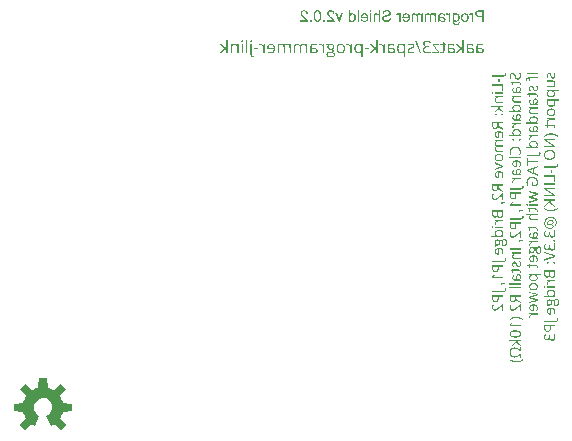
<source format=gbo>
G04*
G04 #@! TF.GenerationSoftware,Altium Limited,Altium Designer,20.1.8 (145)*
G04*
G04 Layer_Color=32896*
%FSAX25Y25*%
%MOIN*%
G70*
G04*
G04 #@! TF.SameCoordinates,26FBE6AE-7016-430B-9DB3-2072F7DBF2B3*
G04*
G04*
G04 #@! TF.FilePolarity,Positive*
G04*
G01*
G75*
G36*
X0072410Y0008748D02*
X0072280Y0008802D01*
X0072026Y0008920D01*
X0071777Y0009048D01*
X0071533Y0009187D01*
X0071414Y0009261D01*
X0071414D01*
X0068940Y0007244D01*
X0067244Y0008940D01*
X0069261Y0011414D01*
X0069112Y0011652D01*
X0068856Y0012151D01*
X0068641Y0012670D01*
X0068470Y0013205D01*
X0068407Y0013478D01*
X0068407Y0013478D01*
X0065231Y0013800D01*
Y0016200D01*
X0068407Y0016522D01*
X0068470Y0016795D01*
X0068641Y0017330D01*
X0068856Y0017849D01*
X0069112Y0018348D01*
X0069261Y0018586D01*
X0069261D01*
X0067244Y0021060D01*
X0068940Y0022756D01*
X0071414Y0020739D01*
X0071652Y0020888D01*
X0072151Y0021145D01*
X0072670Y0021359D01*
X0073204Y0021530D01*
X0073478Y0021593D01*
X0073478D01*
X0073800Y0024769D01*
X0076200D01*
X0076522Y0021593D01*
X0076796Y0021530D01*
X0077330Y0021359D01*
X0077849Y0021145D01*
X0078348Y0020888D01*
X0078586Y0020739D01*
D01*
X0081060Y0022756D01*
X0082756Y0021060D01*
X0080739Y0018586D01*
X0080888Y0018348D01*
X0081144Y0017849D01*
X0081359Y0017330D01*
X0081530Y0016795D01*
X0081593Y0016522D01*
D01*
X0084769Y0016200D01*
Y0013800D01*
X0081593Y0013478D01*
X0081530Y0013205D01*
X0081359Y0012670D01*
X0081144Y0012151D01*
X0080888Y0011652D01*
X0080739Y0011414D01*
Y0011414D01*
X0082756Y0008940D01*
X0081060Y0007244D01*
X0078586Y0009261D01*
X0078467Y0009187D01*
X0078223Y0009048D01*
X0077974Y0008920D01*
X0077720Y0008802D01*
X0077590Y0008748D01*
D01*
X0076177Y0012158D01*
X0076581Y0012361D01*
X0077279Y0012934D01*
X0077781Y0013685D01*
X0078043Y0014549D01*
X0078076Y0015000D01*
X0078026Y0015551D01*
X0077638Y0016581D01*
X0076912Y0017409D01*
X0075941Y0017928D01*
X0074849Y0018072D01*
X0073777Y0017822D01*
X0072861Y0017210D01*
X0072219Y0016315D01*
X0071934Y0015251D01*
X0072042Y0014155D01*
X0072530Y0013167D01*
X0073333Y0012415D01*
X0073823Y0012158D01*
X0073823D01*
X0072410Y0008748D01*
D02*
G37*
G36*
X0239895Y0126077D02*
X0236225D01*
Y0126505D01*
X0239895D01*
Y0126077D01*
D02*
G37*
G36*
X0229314Y0126442D02*
X0229329Y0126379D01*
X0229344Y0126320D01*
X0229348Y0126257D01*
X0229353Y0126208D01*
X0229358Y0126165D01*
Y0126126D01*
X0229353Y0126043D01*
X0229348Y0125965D01*
X0229334Y0125897D01*
X0229319Y0125829D01*
X0229295Y0125766D01*
X0229276Y0125713D01*
X0229251Y0125659D01*
X0229227Y0125616D01*
X0229203Y0125577D01*
X0229178Y0125538D01*
X0229154Y0125509D01*
X0229135Y0125484D01*
X0229120Y0125465D01*
X0229105Y0125450D01*
X0229101Y0125445D01*
X0229096Y0125441D01*
X0229042Y0125397D01*
X0228989Y0125358D01*
X0228930Y0125329D01*
X0228867Y0125300D01*
X0228746Y0125256D01*
X0228629Y0125227D01*
X0228571Y0125217D01*
X0228522Y0125212D01*
X0228474Y0125202D01*
X0228435D01*
X0228401Y0125198D01*
X0228377D01*
X0228362D01*
X0228357D01*
X0224722D01*
Y0125625D01*
X0228391D01*
X0228488Y0125630D01*
X0228576Y0125645D01*
X0228654Y0125669D01*
X0228712Y0125688D01*
X0228760Y0125713D01*
X0228794Y0125737D01*
X0228819Y0125752D01*
X0228824Y0125756D01*
X0228877Y0125810D01*
X0228911Y0125868D01*
X0228940Y0125926D01*
X0228960Y0125990D01*
X0228969Y0126043D01*
X0228974Y0126087D01*
X0228979Y0126116D01*
Y0126126D01*
X0228974Y0126199D01*
X0228969Y0126267D01*
X0228960Y0126330D01*
X0228950Y0126383D01*
X0228940Y0126427D01*
X0228935Y0126466D01*
X0228926Y0126485D01*
Y0126495D01*
X0229290D01*
X0229314Y0126442D01*
D02*
G37*
G36*
X0234174Y0126437D02*
X0234199Y0126359D01*
X0234243Y0126199D01*
X0234272Y0126033D01*
X0234291Y0125868D01*
X0234296Y0125795D01*
X0234301Y0125722D01*
X0234306Y0125659D01*
Y0125606D01*
X0234311Y0125562D01*
Y0125499D01*
X0234306Y0125392D01*
X0234301Y0125285D01*
X0234286Y0125188D01*
X0234267Y0125100D01*
X0234247Y0125013D01*
X0234228Y0124935D01*
X0234204Y0124867D01*
X0234174Y0124799D01*
X0234150Y0124746D01*
X0234126Y0124692D01*
X0234106Y0124648D01*
X0234087Y0124614D01*
X0234068Y0124585D01*
X0234053Y0124566D01*
X0234048Y0124556D01*
X0234043Y0124551D01*
X0233990Y0124488D01*
X0233931Y0124434D01*
X0233873Y0124386D01*
X0233810Y0124347D01*
X0233747Y0124313D01*
X0233684Y0124284D01*
X0233625Y0124259D01*
X0233562Y0124240D01*
X0233509Y0124225D01*
X0233455Y0124216D01*
X0233411Y0124206D01*
X0233368Y0124201D01*
X0233334Y0124196D01*
X0233309D01*
X0233295D01*
X0233290D01*
X0233222D01*
X0233154Y0124206D01*
X0233032Y0124230D01*
X0232930Y0124264D01*
X0232843Y0124303D01*
X0232770Y0124347D01*
X0232741Y0124366D01*
X0232721Y0124381D01*
X0232702Y0124396D01*
X0232687Y0124405D01*
X0232682Y0124410D01*
X0232678Y0124415D01*
X0232634Y0124459D01*
X0232590Y0124512D01*
X0232546Y0124566D01*
X0232507Y0124629D01*
X0232435Y0124760D01*
X0232366Y0124891D01*
X0232337Y0124954D01*
X0232313Y0125013D01*
X0232289Y0125066D01*
X0232269Y0125115D01*
X0232255Y0125154D01*
X0232245Y0125183D01*
X0232235Y0125202D01*
Y0125207D01*
X0232192Y0125329D01*
X0232148Y0125431D01*
X0232109Y0125518D01*
X0232080Y0125591D01*
X0232051Y0125645D01*
X0232031Y0125688D01*
X0232017Y0125708D01*
X0232012Y0125717D01*
X0231973Y0125776D01*
X0231934Y0125824D01*
X0231895Y0125863D01*
X0231861Y0125897D01*
X0231832Y0125922D01*
X0231808Y0125941D01*
X0231793Y0125951D01*
X0231788Y0125956D01*
X0231740Y0125980D01*
X0231686Y0125995D01*
X0231638Y0126009D01*
X0231589Y0126014D01*
X0231545Y0126019D01*
X0231506Y0126024D01*
X0231487D01*
X0231477D01*
X0231385Y0126014D01*
X0231307Y0125995D01*
X0231234Y0125965D01*
X0231181Y0125926D01*
X0231132Y0125892D01*
X0231098Y0125863D01*
X0231079Y0125844D01*
X0231074Y0125834D01*
X0231025Y0125756D01*
X0230986Y0125669D01*
X0230962Y0125582D01*
X0230943Y0125499D01*
X0230933Y0125421D01*
X0230928Y0125387D01*
X0230923Y0125363D01*
Y0125304D01*
X0230933Y0125144D01*
X0230952Y0124984D01*
X0230986Y0124838D01*
X0231001Y0124765D01*
X0231020Y0124702D01*
X0231040Y0124644D01*
X0231054Y0124585D01*
X0231074Y0124537D01*
X0231088Y0124498D01*
X0231098Y0124464D01*
X0231108Y0124439D01*
X0231118Y0124425D01*
Y0124420D01*
X0230748Y0124289D01*
X0230680Y0124464D01*
X0230631Y0124639D01*
X0230593Y0124809D01*
X0230578Y0124891D01*
X0230568Y0124964D01*
X0230559Y0125032D01*
X0230554Y0125100D01*
X0230549Y0125154D01*
Y0125202D01*
X0230544Y0125241D01*
Y0125295D01*
X0230549Y0125392D01*
X0230554Y0125479D01*
X0230568Y0125567D01*
X0230583Y0125649D01*
X0230602Y0125722D01*
X0230622Y0125790D01*
X0230646Y0125858D01*
X0230670Y0125912D01*
X0230695Y0125965D01*
X0230719Y0126009D01*
X0230738Y0126048D01*
X0230758Y0126082D01*
X0230772Y0126106D01*
X0230787Y0126126D01*
X0230792Y0126136D01*
X0230797Y0126140D01*
X0230845Y0126194D01*
X0230899Y0126242D01*
X0230952Y0126286D01*
X0231011Y0126325D01*
X0231064Y0126354D01*
X0231122Y0126379D01*
X0231229Y0126417D01*
X0231327Y0126442D01*
X0231365Y0126446D01*
X0231404Y0126451D01*
X0231433Y0126456D01*
X0231453D01*
X0231467D01*
X0231472D01*
X0231545Y0126451D01*
X0231618Y0126446D01*
X0231745Y0126422D01*
X0231856Y0126388D01*
X0231953Y0126345D01*
X0231992Y0126325D01*
X0232026Y0126306D01*
X0232055Y0126286D01*
X0232085Y0126272D01*
X0232104Y0126257D01*
X0232119Y0126247D01*
X0232123Y0126238D01*
X0232128D01*
X0232172Y0126194D01*
X0232216Y0126145D01*
X0232298Y0126029D01*
X0232376Y0125907D01*
X0232439Y0125790D01*
X0232464Y0125732D01*
X0232488Y0125679D01*
X0232512Y0125630D01*
X0232527Y0125586D01*
X0232541Y0125552D01*
X0232551Y0125528D01*
X0232561Y0125509D01*
Y0125504D01*
X0232605Y0125377D01*
X0232648Y0125266D01*
X0232692Y0125173D01*
X0232726Y0125095D01*
X0232755Y0125037D01*
X0232775Y0124993D01*
X0232789Y0124969D01*
X0232794Y0124959D01*
X0232833Y0124896D01*
X0232872Y0124843D01*
X0232911Y0124799D01*
X0232945Y0124765D01*
X0232974Y0124741D01*
X0232998Y0124721D01*
X0233013Y0124712D01*
X0233018Y0124707D01*
X0233066Y0124682D01*
X0233120Y0124663D01*
X0233168Y0124648D01*
X0233217Y0124639D01*
X0233261Y0124634D01*
X0233295Y0124629D01*
X0233319D01*
X0233329D01*
X0233382D01*
X0233431Y0124639D01*
X0233518Y0124663D01*
X0233596Y0124697D01*
X0233659Y0124736D01*
X0233708Y0124780D01*
X0233747Y0124814D01*
X0233766Y0124838D01*
X0233776Y0124843D01*
Y0124848D01*
X0233805Y0124891D01*
X0233829Y0124935D01*
X0233868Y0125037D01*
X0233897Y0125144D01*
X0233917Y0125246D01*
X0233927Y0125338D01*
X0233931Y0125377D01*
Y0125416D01*
X0233936Y0125445D01*
Y0125484D01*
X0233931Y0125582D01*
X0233927Y0125679D01*
X0233917Y0125766D01*
X0233907Y0125849D01*
X0233897Y0125917D01*
X0233893Y0125970D01*
X0233888Y0125990D01*
X0233883Y0125999D01*
Y0126014D01*
X0233859Y0126111D01*
X0233834Y0126204D01*
X0233810Y0126286D01*
X0233786Y0126359D01*
X0233766Y0126417D01*
X0233747Y0126466D01*
X0233737Y0126495D01*
X0233732Y0126500D01*
Y0126505D01*
X0234145D01*
X0234174Y0126437D01*
D02*
G37*
G36*
X0243763Y0126500D02*
X0243822Y0126490D01*
X0243880Y0126481D01*
X0243924Y0126466D01*
X0243963Y0126451D01*
X0243992Y0126437D01*
X0244011Y0126432D01*
X0244016Y0126427D01*
X0244065Y0126393D01*
X0244113Y0126354D01*
X0244152Y0126315D01*
X0244186Y0126276D01*
X0244220Y0126238D01*
X0244239Y0126208D01*
X0244254Y0126189D01*
X0244259Y0126184D01*
X0244278Y0126150D01*
X0244298Y0126116D01*
X0244342Y0126033D01*
X0244385Y0125941D01*
X0244424Y0125854D01*
X0244458Y0125771D01*
X0244473Y0125732D01*
X0244482Y0125703D01*
X0244492Y0125674D01*
X0244502Y0125654D01*
X0244507Y0125645D01*
Y0125640D01*
X0244536Y0125567D01*
X0244565Y0125499D01*
X0244589Y0125441D01*
X0244614Y0125387D01*
X0244638Y0125334D01*
X0244662Y0125290D01*
X0244682Y0125251D01*
X0244701Y0125217D01*
X0244735Y0125163D01*
X0244759Y0125129D01*
X0244774Y0125105D01*
X0244779Y0125100D01*
X0244823Y0125052D01*
X0244866Y0125018D01*
X0244915Y0124993D01*
X0244959Y0124979D01*
X0244993Y0124964D01*
X0245022Y0124959D01*
X0245046D01*
X0245051D01*
X0245124Y0124969D01*
X0245192Y0124988D01*
X0245246Y0125013D01*
X0245289Y0125047D01*
X0245323Y0125081D01*
X0245348Y0125105D01*
X0245362Y0125125D01*
X0245367Y0125134D01*
X0245401Y0125207D01*
X0245425Y0125285D01*
X0245445Y0125368D01*
X0245455Y0125450D01*
X0245464Y0125523D01*
X0245469Y0125582D01*
Y0125635D01*
X0245464Y0125713D01*
X0245459Y0125790D01*
X0245450Y0125863D01*
X0245440Y0125931D01*
X0245430Y0125990D01*
X0245425Y0126033D01*
X0245416Y0126063D01*
Y0126072D01*
X0245391Y0126155D01*
X0245367Y0126233D01*
X0245338Y0126306D01*
X0245314Y0126369D01*
X0245289Y0126422D01*
X0245270Y0126461D01*
X0245260Y0126485D01*
X0245255Y0126495D01*
X0245644D01*
X0245673Y0126437D01*
X0245702Y0126369D01*
X0245741Y0126233D01*
X0245770Y0126092D01*
X0245795Y0125956D01*
X0245800Y0125892D01*
X0245804Y0125834D01*
X0245809Y0125781D01*
Y0125732D01*
X0245814Y0125698D01*
Y0125645D01*
X0245809Y0125552D01*
X0245804Y0125460D01*
X0245795Y0125377D01*
X0245780Y0125300D01*
X0245766Y0125232D01*
X0245751Y0125163D01*
X0245731Y0125105D01*
X0245712Y0125052D01*
X0245693Y0125003D01*
X0245673Y0124959D01*
X0245659Y0124925D01*
X0245644Y0124896D01*
X0245630Y0124872D01*
X0245620Y0124857D01*
X0245610Y0124848D01*
Y0124843D01*
X0245571Y0124794D01*
X0245523Y0124746D01*
X0245479Y0124712D01*
X0245430Y0124678D01*
X0245382Y0124648D01*
X0245328Y0124624D01*
X0245236Y0124590D01*
X0245148Y0124571D01*
X0245114Y0124566D01*
X0245080Y0124561D01*
X0245056Y0124556D01*
X0245032D01*
X0245022D01*
X0245017D01*
X0244920Y0124566D01*
X0244832Y0124585D01*
X0244755Y0124609D01*
X0244687Y0124644D01*
X0244638Y0124678D01*
X0244599Y0124702D01*
X0244575Y0124721D01*
X0244565Y0124731D01*
X0244531Y0124765D01*
X0244497Y0124809D01*
X0244463Y0124853D01*
X0244429Y0124906D01*
X0244371Y0125013D01*
X0244317Y0125125D01*
X0244269Y0125222D01*
X0244249Y0125270D01*
X0244235Y0125309D01*
X0244225Y0125343D01*
X0244215Y0125368D01*
X0244205Y0125382D01*
Y0125387D01*
X0244181Y0125450D01*
X0244157Y0125509D01*
X0244138Y0125562D01*
X0244118Y0125611D01*
X0244079Y0125693D01*
X0244050Y0125761D01*
X0244030Y0125810D01*
X0244016Y0125844D01*
X0244006Y0125863D01*
X0244001Y0125868D01*
X0243977Y0125912D01*
X0243948Y0125951D01*
X0243924Y0125980D01*
X0243904Y0126009D01*
X0243885Y0126029D01*
X0243870Y0126043D01*
X0243860Y0126048D01*
X0243856Y0126053D01*
X0243826Y0126072D01*
X0243792Y0126082D01*
X0243729Y0126102D01*
X0243705D01*
X0243686Y0126106D01*
X0243671D01*
X0243666D01*
X0243608Y0126102D01*
X0243559Y0126082D01*
X0243515Y0126058D01*
X0243481Y0126029D01*
X0243452Y0126004D01*
X0243428Y0125980D01*
X0243418Y0125961D01*
X0243413Y0125956D01*
X0243379Y0125892D01*
X0243355Y0125824D01*
X0243340Y0125752D01*
X0243326Y0125679D01*
X0243321Y0125616D01*
X0243316Y0125562D01*
Y0125513D01*
X0243326Y0125382D01*
X0243345Y0125251D01*
X0243370Y0125125D01*
X0243404Y0125008D01*
X0243418Y0124954D01*
X0243438Y0124911D01*
X0243452Y0124867D01*
X0243462Y0124828D01*
X0243477Y0124799D01*
X0243481Y0124780D01*
X0243491Y0124765D01*
Y0124760D01*
X0243151Y0124614D01*
X0243088Y0124775D01*
X0243044Y0124925D01*
X0243010Y0125076D01*
X0243000Y0125139D01*
X0242990Y0125207D01*
X0242981Y0125266D01*
X0242976Y0125319D01*
X0242971Y0125363D01*
Y0125402D01*
X0242966Y0125436D01*
Y0125567D01*
X0242976Y0125649D01*
X0242986Y0125727D01*
X0242995Y0125800D01*
X0243010Y0125863D01*
X0243029Y0125926D01*
X0243044Y0125985D01*
X0243063Y0126033D01*
X0243083Y0126082D01*
X0243097Y0126121D01*
X0243117Y0126155D01*
X0243131Y0126184D01*
X0243141Y0126204D01*
X0243151Y0126218D01*
X0243161Y0126228D01*
Y0126233D01*
X0243199Y0126281D01*
X0243238Y0126320D01*
X0243282Y0126359D01*
X0243326Y0126388D01*
X0243413Y0126437D01*
X0243501Y0126471D01*
X0243579Y0126490D01*
X0243613Y0126495D01*
X0243637Y0126500D01*
X0243661Y0126505D01*
X0243681D01*
X0243690D01*
X0243695D01*
X0243763Y0126500D01*
D02*
G37*
G36*
X0237470Y0125008D02*
X0239895D01*
Y0124595D01*
X0237470D01*
Y0123895D01*
X0237149D01*
Y0124595D01*
X0236969D01*
X0236847Y0124590D01*
X0236745Y0124575D01*
X0236658Y0124561D01*
X0236590Y0124537D01*
X0236536Y0124517D01*
X0236497Y0124503D01*
X0236473Y0124488D01*
X0236468Y0124483D01*
X0236415Y0124434D01*
X0236376Y0124381D01*
X0236347Y0124323D01*
X0236327Y0124264D01*
X0236318Y0124211D01*
X0236308Y0124172D01*
Y0124133D01*
X0236313Y0124065D01*
X0236318Y0123997D01*
X0236332Y0123929D01*
X0236347Y0123861D01*
X0236362Y0123808D01*
X0236371Y0123759D01*
X0236381Y0123730D01*
X0236386Y0123725D01*
Y0123720D01*
X0236055Y0123613D01*
X0236026Y0123720D01*
X0236002Y0123817D01*
X0235987Y0123905D01*
X0235973Y0123978D01*
X0235968Y0124041D01*
X0235963Y0124085D01*
Y0124124D01*
X0235968Y0124206D01*
X0235973Y0124279D01*
X0235987Y0124352D01*
X0236007Y0124415D01*
X0236055Y0124532D01*
X0236123Y0124634D01*
X0236196Y0124721D01*
X0236284Y0124794D01*
X0236376Y0124853D01*
X0236468Y0124896D01*
X0236566Y0124935D01*
X0236658Y0124959D01*
X0236740Y0124979D01*
X0236818Y0124993D01*
X0236886Y0125003D01*
X0236935Y0125008D01*
X0236954D01*
X0236969D01*
X0236974D01*
X0236979D01*
X0237129D01*
X0237285Y0125504D01*
X0237470D01*
Y0125008D01*
D02*
G37*
G36*
X0227205Y0123287D02*
X0226821D01*
Y0124517D01*
X0227205D01*
Y0123287D01*
D02*
G37*
G36*
X0231837Y0123482D02*
X0233475D01*
X0233552Y0123477D01*
X0233620Y0123472D01*
X0233752Y0123448D01*
X0233863Y0123409D01*
X0233956Y0123356D01*
X0234038Y0123297D01*
X0234106Y0123229D01*
X0234160Y0123156D01*
X0234204Y0123079D01*
X0234243Y0123006D01*
X0234267Y0122933D01*
X0234286Y0122865D01*
X0234296Y0122806D01*
X0234306Y0122753D01*
X0234311Y0122714D01*
Y0122680D01*
X0234306Y0122602D01*
X0234296Y0122524D01*
Y0122495D01*
X0234291Y0122471D01*
X0234286Y0122452D01*
Y0122447D01*
X0234277Y0122398D01*
X0234272Y0122359D01*
X0234262Y0122325D01*
X0234252Y0122296D01*
X0234247Y0122277D01*
X0234243Y0122262D01*
X0234238Y0122252D01*
Y0122248D01*
X0233917D01*
X0233931Y0122296D01*
X0233941Y0122350D01*
X0233946Y0122374D01*
Y0122388D01*
X0233951Y0122403D01*
Y0122408D01*
X0233961Y0122486D01*
X0233965Y0122554D01*
Y0122622D01*
X0233961Y0122695D01*
X0233946Y0122758D01*
X0233922Y0122816D01*
X0233897Y0122860D01*
X0233878Y0122899D01*
X0233854Y0122923D01*
X0233839Y0122942D01*
X0233834Y0122947D01*
X0233781Y0122986D01*
X0233718Y0123015D01*
X0233654Y0123035D01*
X0233596Y0123049D01*
X0233543Y0123059D01*
X0233494Y0123064D01*
X0233465D01*
X0233460D01*
X0233455D01*
X0231837D01*
Y0122267D01*
X0231511D01*
Y0123064D01*
X0230874D01*
Y0123302D01*
X0231463Y0123477D01*
X0231638Y0123871D01*
X0231837D01*
Y0123482D01*
D02*
G37*
G36*
X0244910Y0123905D02*
X0244998Y0123900D01*
X0245080Y0123885D01*
X0245153Y0123871D01*
X0245226Y0123851D01*
X0245284Y0123832D01*
X0245343Y0123808D01*
X0245391Y0123783D01*
X0245435Y0123764D01*
X0245474Y0123740D01*
X0245503Y0123720D01*
X0245532Y0123701D01*
X0245552Y0123686D01*
X0245566Y0123671D01*
X0245571Y0123667D01*
X0245576Y0123662D01*
X0245620Y0123613D01*
X0245654Y0123555D01*
X0245688Y0123496D01*
X0245712Y0123438D01*
X0245756Y0123312D01*
X0245785Y0123190D01*
X0245795Y0123132D01*
X0245800Y0123079D01*
X0245804Y0123030D01*
X0245809Y0122991D01*
X0245814Y0122957D01*
Y0122908D01*
X0245809Y0122801D01*
X0245800Y0122704D01*
X0245780Y0122617D01*
X0245761Y0122539D01*
X0245741Y0122476D01*
X0245722Y0122427D01*
X0245717Y0122413D01*
X0245712Y0122398D01*
X0245707Y0122393D01*
Y0122388D01*
X0245663Y0122306D01*
X0245615Y0122238D01*
X0245561Y0122175D01*
X0245513Y0122126D01*
X0245464Y0122087D01*
X0245430Y0122058D01*
X0245406Y0122038D01*
X0245396Y0122034D01*
Y0122009D01*
X0245766Y0121951D01*
Y0121606D01*
X0243015D01*
Y0122024D01*
X0244463D01*
X0244560D01*
X0244648Y0122034D01*
X0244730Y0122043D01*
X0244808Y0122053D01*
X0244876Y0122068D01*
X0244939Y0122087D01*
X0244998Y0122107D01*
X0245046Y0122121D01*
X0245090Y0122141D01*
X0245129Y0122160D01*
X0245158Y0122175D01*
X0245187Y0122194D01*
X0245207Y0122204D01*
X0245221Y0122213D01*
X0245226Y0122223D01*
X0245231D01*
X0245270Y0122262D01*
X0245309Y0122306D01*
X0245367Y0122408D01*
X0245406Y0122510D01*
X0245435Y0122612D01*
X0245450Y0122709D01*
X0245459Y0122748D01*
Y0122782D01*
X0245464Y0122811D01*
Y0122855D01*
X0245459Y0122967D01*
X0245440Y0123069D01*
X0245411Y0123152D01*
X0245382Y0123220D01*
X0245353Y0123268D01*
X0245323Y0123307D01*
X0245304Y0123326D01*
X0245299Y0123336D01*
X0245231Y0123385D01*
X0245153Y0123424D01*
X0245066Y0123448D01*
X0244988Y0123467D01*
X0244915Y0123477D01*
X0244881Y0123482D01*
X0244852D01*
X0244832Y0123487D01*
X0244813D01*
X0244803D01*
X0244798D01*
X0243015D01*
Y0123910D01*
X0244818D01*
X0244910Y0123905D01*
D02*
G37*
G36*
X0228391Y0120527D02*
X0228007D01*
Y0122145D01*
X0224722D01*
Y0122573D01*
X0228391D01*
Y0120527D01*
D02*
G37*
G36*
X0247000Y0120308D02*
X0245863D01*
X0245702Y0120313D01*
X0245630Y0120318D01*
X0245557Y0120323D01*
X0245498Y0120328D01*
X0245450Y0120333D01*
X0245435D01*
X0245421Y0120337D01*
X0245416D01*
X0245411D01*
Y0120308D01*
X0245484Y0120250D01*
X0245547Y0120187D01*
X0245600Y0120124D01*
X0245644Y0120065D01*
X0245673Y0120017D01*
X0245697Y0119973D01*
X0245712Y0119949D01*
X0245717Y0119939D01*
X0245751Y0119852D01*
X0245775Y0119769D01*
X0245790Y0119681D01*
X0245800Y0119608D01*
X0245809Y0119541D01*
X0245814Y0119487D01*
Y0119443D01*
X0245809Y0119346D01*
X0245800Y0119254D01*
X0245780Y0119166D01*
X0245756Y0119088D01*
X0245727Y0119011D01*
X0245697Y0118943D01*
X0245663Y0118879D01*
X0245625Y0118826D01*
X0245591Y0118773D01*
X0245557Y0118729D01*
X0245527Y0118695D01*
X0245498Y0118661D01*
X0245474Y0118637D01*
X0245455Y0118622D01*
X0245445Y0118612D01*
X0245440Y0118607D01*
X0245367Y0118554D01*
X0245289Y0118505D01*
X0245202Y0118466D01*
X0245119Y0118432D01*
X0245032Y0118398D01*
X0244944Y0118374D01*
X0244774Y0118340D01*
X0244696Y0118325D01*
X0244623Y0118316D01*
X0244560Y0118311D01*
X0244502Y0118306D01*
X0244453Y0118301D01*
X0244419D01*
X0244400D01*
X0244390D01*
X0244269Y0118306D01*
X0244152Y0118316D01*
X0244040Y0118330D01*
X0243943Y0118350D01*
X0243846Y0118369D01*
X0243763Y0118398D01*
X0243681Y0118423D01*
X0243613Y0118452D01*
X0243549Y0118481D01*
X0243496Y0118505D01*
X0243447Y0118535D01*
X0243408Y0118554D01*
X0243379Y0118573D01*
X0243360Y0118588D01*
X0243345Y0118598D01*
X0243340Y0118603D01*
X0243272Y0118661D01*
X0243219Y0118724D01*
X0243165Y0118792D01*
X0243122Y0118860D01*
X0243088Y0118928D01*
X0243058Y0119001D01*
X0243034Y0119069D01*
X0243015Y0119132D01*
X0242995Y0119195D01*
X0242986Y0119254D01*
X0242976Y0119307D01*
X0242971Y0119356D01*
X0242966Y0119390D01*
Y0119443D01*
X0242971Y0119545D01*
X0242981Y0119638D01*
X0243000Y0119720D01*
X0243015Y0119793D01*
X0243034Y0119852D01*
X0243054Y0119895D01*
X0243063Y0119924D01*
X0243068Y0119929D01*
Y0119934D01*
X0243112Y0120012D01*
X0243161Y0120085D01*
X0243214Y0120148D01*
X0243267Y0120201D01*
X0243316Y0120245D01*
X0243355Y0120279D01*
X0243384Y0120299D01*
X0243389Y0120308D01*
X0243394D01*
Y0120328D01*
X0243015Y0120386D01*
Y0120726D01*
X0247000D01*
Y0120308D01*
D02*
G37*
G36*
X0237892Y0122228D02*
X0237951Y0122218D01*
X0238009Y0122209D01*
X0238053Y0122194D01*
X0238092Y0122179D01*
X0238121Y0122165D01*
X0238140Y0122160D01*
X0238145Y0122155D01*
X0238194Y0122121D01*
X0238242Y0122082D01*
X0238281Y0122043D01*
X0238315Y0122004D01*
X0238349Y0121966D01*
X0238369Y0121937D01*
X0238383Y0121917D01*
X0238388Y0121912D01*
X0238407Y0121878D01*
X0238427Y0121844D01*
X0238471Y0121762D01*
X0238514Y0121669D01*
X0238553Y0121582D01*
X0238587Y0121499D01*
X0238602Y0121460D01*
X0238612Y0121431D01*
X0238621Y0121402D01*
X0238631Y0121382D01*
X0238636Y0121373D01*
Y0121368D01*
X0238665Y0121295D01*
X0238694Y0121227D01*
X0238719Y0121169D01*
X0238743Y0121115D01*
X0238767Y0121062D01*
X0238791Y0121018D01*
X0238811Y0120979D01*
X0238830Y0120945D01*
X0238864Y0120892D01*
X0238889Y0120858D01*
X0238903Y0120833D01*
X0238908Y0120828D01*
X0238952Y0120780D01*
X0238996Y0120746D01*
X0239044Y0120721D01*
X0239088Y0120707D01*
X0239122Y0120692D01*
X0239151Y0120687D01*
X0239175D01*
X0239180D01*
X0239253Y0120697D01*
X0239321Y0120717D01*
X0239375Y0120741D01*
X0239418Y0120775D01*
X0239452Y0120809D01*
X0239477Y0120833D01*
X0239491Y0120853D01*
X0239496Y0120862D01*
X0239530Y0120935D01*
X0239555Y0121013D01*
X0239574Y0121096D01*
X0239584Y0121178D01*
X0239593Y0121251D01*
X0239598Y0121309D01*
Y0121363D01*
X0239593Y0121441D01*
X0239588Y0121519D01*
X0239579Y0121591D01*
X0239569Y0121659D01*
X0239559Y0121718D01*
X0239555Y0121762D01*
X0239545Y0121791D01*
Y0121800D01*
X0239521Y0121883D01*
X0239496Y0121961D01*
X0239467Y0122034D01*
X0239443Y0122097D01*
X0239418Y0122150D01*
X0239399Y0122189D01*
X0239389Y0122213D01*
X0239384Y0122223D01*
X0239773D01*
X0239802Y0122165D01*
X0239831Y0122097D01*
X0239870Y0121961D01*
X0239899Y0121820D01*
X0239924Y0121684D01*
X0239929Y0121621D01*
X0239934Y0121562D01*
X0239938Y0121509D01*
Y0121460D01*
X0239943Y0121426D01*
Y0121373D01*
X0239938Y0121280D01*
X0239934Y0121188D01*
X0239924Y0121105D01*
X0239909Y0121028D01*
X0239895Y0120960D01*
X0239880Y0120892D01*
X0239861Y0120833D01*
X0239841Y0120780D01*
X0239822Y0120731D01*
X0239802Y0120687D01*
X0239788Y0120653D01*
X0239773Y0120624D01*
X0239759Y0120600D01*
X0239749Y0120585D01*
X0239739Y0120576D01*
Y0120571D01*
X0239700Y0120522D01*
X0239652Y0120474D01*
X0239608Y0120440D01*
X0239559Y0120406D01*
X0239511Y0120376D01*
X0239457Y0120352D01*
X0239365Y0120318D01*
X0239278Y0120299D01*
X0239243Y0120294D01*
X0239209Y0120289D01*
X0239185Y0120284D01*
X0239161D01*
X0239151D01*
X0239146D01*
X0239049Y0120294D01*
X0238962Y0120313D01*
X0238884Y0120337D01*
X0238816Y0120371D01*
X0238767Y0120406D01*
X0238728Y0120430D01*
X0238704Y0120449D01*
X0238694Y0120459D01*
X0238660Y0120493D01*
X0238626Y0120537D01*
X0238592Y0120580D01*
X0238558Y0120634D01*
X0238500Y0120741D01*
X0238446Y0120853D01*
X0238398Y0120950D01*
X0238378Y0120999D01*
X0238364Y0121037D01*
X0238354Y0121071D01*
X0238344Y0121096D01*
X0238335Y0121110D01*
Y0121115D01*
X0238310Y0121178D01*
X0238286Y0121237D01*
X0238267Y0121290D01*
X0238247Y0121339D01*
X0238208Y0121421D01*
X0238179Y0121489D01*
X0238160Y0121538D01*
X0238145Y0121572D01*
X0238135Y0121591D01*
X0238130Y0121596D01*
X0238106Y0121640D01*
X0238077Y0121679D01*
X0238053Y0121708D01*
X0238033Y0121737D01*
X0238014Y0121757D01*
X0237999Y0121771D01*
X0237990Y0121776D01*
X0237985Y0121781D01*
X0237955Y0121800D01*
X0237922Y0121810D01*
X0237858Y0121829D01*
X0237834D01*
X0237815Y0121834D01*
X0237800D01*
X0237795D01*
X0237737Y0121829D01*
X0237688Y0121810D01*
X0237645Y0121786D01*
X0237611Y0121757D01*
X0237581Y0121732D01*
X0237557Y0121708D01*
X0237547Y0121689D01*
X0237542Y0121684D01*
X0237508Y0121621D01*
X0237484Y0121553D01*
X0237470Y0121480D01*
X0237455Y0121407D01*
X0237450Y0121344D01*
X0237445Y0121290D01*
Y0121241D01*
X0237455Y0121110D01*
X0237474Y0120979D01*
X0237499Y0120853D01*
X0237533Y0120736D01*
X0237547Y0120683D01*
X0237567Y0120639D01*
X0237581Y0120595D01*
X0237591Y0120556D01*
X0237606Y0120527D01*
X0237611Y0120508D01*
X0237620Y0120493D01*
Y0120488D01*
X0237280Y0120342D01*
X0237217Y0120503D01*
X0237173Y0120653D01*
X0237139Y0120804D01*
X0237129Y0120867D01*
X0237120Y0120935D01*
X0237110Y0120994D01*
X0237105Y0121047D01*
X0237100Y0121091D01*
Y0121130D01*
X0237095Y0121164D01*
Y0121295D01*
X0237105Y0121378D01*
X0237115Y0121455D01*
X0237124Y0121528D01*
X0237139Y0121591D01*
X0237158Y0121655D01*
X0237173Y0121713D01*
X0237193Y0121762D01*
X0237212Y0121810D01*
X0237227Y0121849D01*
X0237246Y0121883D01*
X0237261Y0121912D01*
X0237270Y0121932D01*
X0237280Y0121946D01*
X0237290Y0121956D01*
Y0121961D01*
X0237329Y0122009D01*
X0237368Y0122048D01*
X0237411Y0122087D01*
X0237455Y0122116D01*
X0237542Y0122165D01*
X0237630Y0122199D01*
X0237708Y0122218D01*
X0237742Y0122223D01*
X0237766Y0122228D01*
X0237790Y0122233D01*
X0237810D01*
X0237820D01*
X0237824D01*
X0237892Y0122228D01*
D02*
G37*
G36*
X0233577Y0121898D02*
X0233640Y0121893D01*
X0233761Y0121864D01*
X0233863Y0121829D01*
X0233946Y0121786D01*
X0234014Y0121742D01*
X0234063Y0121703D01*
X0234092Y0121679D01*
X0234097Y0121674D01*
X0234102Y0121669D01*
X0234140Y0121625D01*
X0234170Y0121577D01*
X0234223Y0121470D01*
X0234257Y0121363D01*
X0234286Y0121261D01*
X0234301Y0121169D01*
X0234306Y0121130D01*
Y0121096D01*
X0234311Y0121066D01*
Y0121028D01*
X0234306Y0120916D01*
X0234296Y0120819D01*
X0234281Y0120731D01*
X0234267Y0120658D01*
X0234252Y0120600D01*
X0234238Y0120556D01*
X0234228Y0120527D01*
X0234223Y0120517D01*
X0234179Y0120440D01*
X0234131Y0120367D01*
X0234072Y0120299D01*
X0234014Y0120236D01*
X0233961Y0120182D01*
X0233917Y0120143D01*
X0233883Y0120119D01*
X0233878Y0120109D01*
X0233873D01*
Y0120090D01*
X0234262Y0120007D01*
Y0119696D01*
X0232386D01*
X0232298Y0119701D01*
X0232216Y0119706D01*
X0232143Y0119715D01*
X0232075Y0119735D01*
X0232012Y0119749D01*
X0231953Y0119769D01*
X0231900Y0119793D01*
X0231856Y0119813D01*
X0231817Y0119837D01*
X0231779Y0119856D01*
X0231749Y0119881D01*
X0231730Y0119895D01*
X0231710Y0119910D01*
X0231696Y0119924D01*
X0231686Y0119929D01*
Y0119934D01*
X0231647Y0119983D01*
X0231613Y0120031D01*
X0231560Y0120148D01*
X0231521Y0120270D01*
X0231497Y0120386D01*
X0231487Y0120444D01*
X0231477Y0120493D01*
X0231472Y0120542D01*
Y0120580D01*
X0231467Y0120615D01*
Y0120663D01*
X0231472Y0120756D01*
X0231477Y0120843D01*
X0231487Y0120926D01*
X0231497Y0120999D01*
X0231511Y0121062D01*
X0231521Y0121105D01*
X0231526Y0121125D01*
Y0121139D01*
X0231531Y0121144D01*
Y0121149D01*
X0231555Y0121237D01*
X0231584Y0121319D01*
X0231613Y0121397D01*
X0231642Y0121460D01*
X0231667Y0121514D01*
X0231686Y0121557D01*
X0231701Y0121582D01*
X0231706Y0121591D01*
X0232026Y0121465D01*
X0231988Y0121387D01*
X0231953Y0121309D01*
X0231905Y0121159D01*
X0231866Y0121028D01*
X0231851Y0120969D01*
X0231837Y0120916D01*
X0231832Y0120862D01*
X0231822Y0120819D01*
X0231817Y0120780D01*
Y0120746D01*
X0231813Y0120721D01*
Y0120687D01*
X0231817Y0120580D01*
X0231837Y0120488D01*
X0231861Y0120410D01*
X0231890Y0120352D01*
X0231919Y0120303D01*
X0231944Y0120270D01*
X0231963Y0120250D01*
X0231968Y0120245D01*
X0232031Y0120197D01*
X0232109Y0120163D01*
X0232187Y0120138D01*
X0232264Y0120124D01*
X0232332Y0120109D01*
X0232391Y0120104D01*
X0232415D01*
X0232430D01*
X0232439D01*
X0232444D01*
X0232614D01*
X0232634Y0120571D01*
X0232639Y0120692D01*
X0232648Y0120804D01*
X0232663Y0120911D01*
X0232682Y0121008D01*
X0232702Y0121100D01*
X0232726Y0121188D01*
X0232755Y0121266D01*
X0232785Y0121339D01*
X0232819Y0121407D01*
X0232853Y0121470D01*
X0232887Y0121528D01*
X0232925Y0121577D01*
X0232964Y0121625D01*
X0233003Y0121664D01*
X0233081Y0121737D01*
X0233164Y0121791D01*
X0233237Y0121834D01*
X0233309Y0121864D01*
X0233373Y0121883D01*
X0233426Y0121893D01*
X0233470Y0121898D01*
X0233494Y0121902D01*
X0233499D01*
X0233504D01*
X0233577Y0121898D01*
D02*
G37*
G36*
X0228391Y0119550D02*
X0225640D01*
Y0119968D01*
X0228391D01*
Y0119550D01*
D02*
G37*
G36*
X0224945Y0119997D02*
X0224989Y0119992D01*
X0225023Y0119983D01*
X0225052Y0119968D01*
X0225077Y0119954D01*
X0225091Y0119944D01*
X0225101Y0119939D01*
X0225106Y0119934D01*
X0225130Y0119905D01*
X0225145Y0119876D01*
X0225164Y0119817D01*
X0225169Y0119793D01*
X0225174Y0119774D01*
Y0119754D01*
X0225169Y0119720D01*
X0225164Y0119686D01*
X0225140Y0119633D01*
X0225125Y0119613D01*
X0225115Y0119599D01*
X0225111Y0119589D01*
X0225106Y0119584D01*
X0225077Y0119560D01*
X0225043Y0119541D01*
X0225009Y0119531D01*
X0224974Y0119521D01*
X0224945Y0119516D01*
X0224921Y0119511D01*
X0224902D01*
X0224897D01*
X0224848Y0119516D01*
X0224804Y0119521D01*
X0224770Y0119536D01*
X0224741Y0119545D01*
X0224717Y0119560D01*
X0224702Y0119574D01*
X0224693Y0119579D01*
X0224688Y0119584D01*
X0224663Y0119613D01*
X0224649Y0119642D01*
X0224629Y0119696D01*
X0224625Y0119720D01*
X0224620Y0119740D01*
Y0119754D01*
X0224625Y0119793D01*
X0224629Y0119827D01*
X0224639Y0119856D01*
X0224654Y0119886D01*
X0224668Y0119905D01*
X0224678Y0119920D01*
X0224683Y0119929D01*
X0224688Y0119934D01*
X0224717Y0119958D01*
X0224751Y0119973D01*
X0224819Y0119992D01*
X0224848Y0119997D01*
X0224872Y0120002D01*
X0224892D01*
X0224897D01*
X0224945Y0119997D01*
D02*
G37*
G36*
X0237470Y0119579D02*
X0239107D01*
X0239185Y0119574D01*
X0239253Y0119570D01*
X0239384Y0119545D01*
X0239496Y0119507D01*
X0239588Y0119453D01*
X0239671Y0119395D01*
X0239739Y0119327D01*
X0239793Y0119254D01*
X0239836Y0119176D01*
X0239875Y0119103D01*
X0239899Y0119030D01*
X0239919Y0118962D01*
X0239929Y0118904D01*
X0239938Y0118850D01*
X0239943Y0118812D01*
Y0118778D01*
X0239938Y0118700D01*
X0239929Y0118622D01*
Y0118593D01*
X0239924Y0118569D01*
X0239919Y0118549D01*
Y0118544D01*
X0239909Y0118496D01*
X0239904Y0118457D01*
X0239895Y0118423D01*
X0239885Y0118394D01*
X0239880Y0118374D01*
X0239875Y0118359D01*
X0239870Y0118350D01*
Y0118345D01*
X0239550D01*
X0239564Y0118394D01*
X0239574Y0118447D01*
X0239579Y0118471D01*
Y0118486D01*
X0239584Y0118500D01*
Y0118505D01*
X0239593Y0118583D01*
X0239598Y0118651D01*
Y0118719D01*
X0239593Y0118792D01*
X0239579Y0118855D01*
X0239555Y0118913D01*
X0239530Y0118957D01*
X0239511Y0118996D01*
X0239486Y0119020D01*
X0239472Y0119040D01*
X0239467Y0119045D01*
X0239413Y0119084D01*
X0239350Y0119113D01*
X0239287Y0119132D01*
X0239229Y0119147D01*
X0239175Y0119157D01*
X0239127Y0119161D01*
X0239098D01*
X0239093D01*
X0239088D01*
X0237470D01*
Y0118364D01*
X0237144D01*
Y0119161D01*
X0236507D01*
Y0119399D01*
X0237095Y0119574D01*
X0237270Y0119968D01*
X0237470D01*
Y0119579D01*
D02*
G37*
G36*
X0247000Y0117159D02*
X0245863D01*
X0245702Y0117164D01*
X0245630Y0117169D01*
X0245557Y0117174D01*
X0245498Y0117178D01*
X0245450Y0117183D01*
X0245435D01*
X0245421Y0117188D01*
X0245416D01*
X0245411D01*
Y0117159D01*
X0245484Y0117101D01*
X0245547Y0117038D01*
X0245600Y0116974D01*
X0245644Y0116916D01*
X0245673Y0116867D01*
X0245697Y0116824D01*
X0245712Y0116799D01*
X0245717Y0116790D01*
X0245751Y0116702D01*
X0245775Y0116620D01*
X0245790Y0116532D01*
X0245800Y0116459D01*
X0245809Y0116391D01*
X0245814Y0116338D01*
Y0116294D01*
X0245809Y0116197D01*
X0245800Y0116104D01*
X0245780Y0116017D01*
X0245756Y0115939D01*
X0245727Y0115861D01*
X0245697Y0115793D01*
X0245663Y0115730D01*
X0245625Y0115677D01*
X0245591Y0115623D01*
X0245557Y0115580D01*
X0245527Y0115546D01*
X0245498Y0115512D01*
X0245474Y0115487D01*
X0245455Y0115473D01*
X0245445Y0115463D01*
X0245440Y0115458D01*
X0245367Y0115405D01*
X0245289Y0115356D01*
X0245202Y0115317D01*
X0245119Y0115283D01*
X0245032Y0115249D01*
X0244944Y0115225D01*
X0244774Y0115191D01*
X0244696Y0115176D01*
X0244623Y0115166D01*
X0244560Y0115162D01*
X0244502Y0115157D01*
X0244453Y0115152D01*
X0244419D01*
X0244400D01*
X0244390D01*
X0244269Y0115157D01*
X0244152Y0115166D01*
X0244040Y0115181D01*
X0243943Y0115200D01*
X0243846Y0115220D01*
X0243763Y0115249D01*
X0243681Y0115273D01*
X0243613Y0115303D01*
X0243549Y0115332D01*
X0243496Y0115356D01*
X0243447Y0115385D01*
X0243408Y0115405D01*
X0243379Y0115424D01*
X0243360Y0115439D01*
X0243345Y0115448D01*
X0243340Y0115453D01*
X0243272Y0115512D01*
X0243219Y0115575D01*
X0243165Y0115643D01*
X0243122Y0115711D01*
X0243088Y0115779D01*
X0243058Y0115852D01*
X0243034Y0115920D01*
X0243015Y0115983D01*
X0242995Y0116046D01*
X0242986Y0116104D01*
X0242976Y0116158D01*
X0242971Y0116207D01*
X0242966Y0116241D01*
Y0116294D01*
X0242971Y0116396D01*
X0242981Y0116488D01*
X0243000Y0116571D01*
X0243015Y0116644D01*
X0243034Y0116702D01*
X0243054Y0116746D01*
X0243063Y0116775D01*
X0243068Y0116780D01*
Y0116785D01*
X0243112Y0116863D01*
X0243161Y0116936D01*
X0243214Y0116999D01*
X0243267Y0117052D01*
X0243316Y0117096D01*
X0243355Y0117130D01*
X0243384Y0117149D01*
X0243389Y0117159D01*
X0243394D01*
Y0117178D01*
X0243015Y0117237D01*
Y0117577D01*
X0247000D01*
Y0117159D01*
D02*
G37*
G36*
X0234262Y0118423D02*
X0232823D01*
X0232726D01*
X0232634Y0118413D01*
X0232551Y0118403D01*
X0232473Y0118394D01*
X0232405Y0118374D01*
X0232342Y0118359D01*
X0232284Y0118340D01*
X0232235Y0118321D01*
X0232192Y0118306D01*
X0232153Y0118287D01*
X0232119Y0118267D01*
X0232094Y0118253D01*
X0232075Y0118243D01*
X0232060Y0118233D01*
X0232055Y0118223D01*
X0232051D01*
X0232012Y0118184D01*
X0231973Y0118136D01*
X0231915Y0118039D01*
X0231876Y0117932D01*
X0231846Y0117830D01*
X0231827Y0117733D01*
X0231822Y0117694D01*
Y0117660D01*
X0231817Y0117626D01*
Y0117587D01*
X0231822Y0117475D01*
X0231842Y0117373D01*
X0231871Y0117295D01*
X0231900Y0117227D01*
X0231934Y0117174D01*
X0231958Y0117140D01*
X0231978Y0117115D01*
X0231988Y0117111D01*
X0232055Y0117057D01*
X0232133Y0117018D01*
X0232216Y0116994D01*
X0232298Y0116974D01*
X0232371Y0116965D01*
X0232405Y0116960D01*
X0232435Y0116955D01*
X0232454D01*
X0232473D01*
X0232483D01*
X0232488D01*
X0234262D01*
Y0116542D01*
X0232469D01*
X0232371Y0116547D01*
X0232284Y0116552D01*
X0232201Y0116566D01*
X0232128Y0116581D01*
X0232060Y0116600D01*
X0231997Y0116620D01*
X0231939Y0116644D01*
X0231890Y0116668D01*
X0231846Y0116692D01*
X0231808Y0116717D01*
X0231779Y0116736D01*
X0231749Y0116756D01*
X0231730Y0116770D01*
X0231715Y0116785D01*
X0231710Y0116790D01*
X0231706Y0116795D01*
X0231662Y0116843D01*
X0231623Y0116897D01*
X0231594Y0116955D01*
X0231565Y0117013D01*
X0231521Y0117140D01*
X0231492Y0117261D01*
X0231482Y0117315D01*
X0231477Y0117368D01*
X0231467Y0117417D01*
Y0117455D01*
X0231463Y0117490D01*
Y0117538D01*
X0231467Y0117645D01*
X0231482Y0117742D01*
X0231497Y0117830D01*
X0231516Y0117908D01*
X0231540Y0117971D01*
X0231555Y0118019D01*
X0231565Y0118034D01*
X0231570Y0118049D01*
X0231574Y0118053D01*
Y0118058D01*
X0231618Y0118141D01*
X0231672Y0118209D01*
X0231725Y0118272D01*
X0231774Y0118321D01*
X0231817Y0118359D01*
X0231856Y0118389D01*
X0231880Y0118408D01*
X0231890Y0118413D01*
Y0118432D01*
X0231511Y0118500D01*
Y0118841D01*
X0234262D01*
Y0118423D01*
D02*
G37*
G36*
X0228391Y0118253D02*
X0226953D01*
X0226855D01*
X0226763Y0118243D01*
X0226680Y0118233D01*
X0226603Y0118223D01*
X0226535Y0118204D01*
X0226471Y0118189D01*
X0226413Y0118170D01*
X0226364Y0118150D01*
X0226321Y0118136D01*
X0226282Y0118116D01*
X0226248Y0118097D01*
X0226223Y0118082D01*
X0226204Y0118073D01*
X0226189Y0118063D01*
X0226185Y0118053D01*
X0226180D01*
X0226141Y0118014D01*
X0226102Y0117966D01*
X0226044Y0117869D01*
X0226005Y0117762D01*
X0225976Y0117660D01*
X0225956Y0117562D01*
X0225951Y0117524D01*
Y0117490D01*
X0225946Y0117455D01*
Y0117417D01*
X0225951Y0117305D01*
X0225971Y0117203D01*
X0226000Y0117125D01*
X0226029Y0117057D01*
X0226063Y0117004D01*
X0226087Y0116970D01*
X0226107Y0116945D01*
X0226117Y0116940D01*
X0226185Y0116887D01*
X0226262Y0116848D01*
X0226345Y0116824D01*
X0226428Y0116804D01*
X0226501Y0116795D01*
X0226535Y0116790D01*
X0226564Y0116785D01*
X0226583D01*
X0226603D01*
X0226612D01*
X0226617D01*
X0228391D01*
Y0116372D01*
X0226598D01*
X0226501Y0116377D01*
X0226413Y0116382D01*
X0226330Y0116396D01*
X0226257Y0116411D01*
X0226189Y0116430D01*
X0226126Y0116449D01*
X0226068Y0116474D01*
X0226019Y0116498D01*
X0225976Y0116522D01*
X0225937Y0116547D01*
X0225908Y0116566D01*
X0225878Y0116586D01*
X0225859Y0116600D01*
X0225844Y0116615D01*
X0225840Y0116620D01*
X0225835Y0116624D01*
X0225791Y0116673D01*
X0225752Y0116727D01*
X0225723Y0116785D01*
X0225694Y0116843D01*
X0225650Y0116970D01*
X0225621Y0117091D01*
X0225611Y0117145D01*
X0225606Y0117198D01*
X0225597Y0117247D01*
Y0117285D01*
X0225592Y0117320D01*
Y0117368D01*
X0225597Y0117475D01*
X0225611Y0117572D01*
X0225626Y0117660D01*
X0225645Y0117737D01*
X0225670Y0117801D01*
X0225684Y0117849D01*
X0225694Y0117864D01*
X0225699Y0117878D01*
X0225704Y0117883D01*
Y0117888D01*
X0225747Y0117971D01*
X0225801Y0118039D01*
X0225854Y0118102D01*
X0225903Y0118150D01*
X0225946Y0118189D01*
X0225985Y0118219D01*
X0226010Y0118238D01*
X0226019Y0118243D01*
Y0118262D01*
X0225640Y0118330D01*
Y0118670D01*
X0228391D01*
Y0118253D01*
D02*
G37*
G36*
X0239209Y0117995D02*
X0239273Y0117990D01*
X0239394Y0117961D01*
X0239496Y0117927D01*
X0239579Y0117883D01*
X0239647Y0117840D01*
X0239695Y0117801D01*
X0239725Y0117776D01*
X0239729Y0117771D01*
X0239734Y0117767D01*
X0239773Y0117723D01*
X0239802Y0117674D01*
X0239856Y0117567D01*
X0239890Y0117460D01*
X0239919Y0117358D01*
X0239934Y0117266D01*
X0239938Y0117227D01*
Y0117193D01*
X0239943Y0117164D01*
Y0117125D01*
X0239938Y0117013D01*
X0239929Y0116916D01*
X0239914Y0116829D01*
X0239899Y0116756D01*
X0239885Y0116697D01*
X0239870Y0116654D01*
X0239861Y0116624D01*
X0239856Y0116615D01*
X0239812Y0116537D01*
X0239763Y0116464D01*
X0239705Y0116396D01*
X0239647Y0116333D01*
X0239593Y0116279D01*
X0239550Y0116241D01*
X0239516Y0116216D01*
X0239511Y0116207D01*
X0239506D01*
Y0116187D01*
X0239895Y0116104D01*
Y0115793D01*
X0238019D01*
X0237931Y0115798D01*
X0237849Y0115803D01*
X0237776Y0115813D01*
X0237708Y0115832D01*
X0237645Y0115847D01*
X0237586Y0115866D01*
X0237533Y0115891D01*
X0237489Y0115910D01*
X0237450Y0115934D01*
X0237411Y0115954D01*
X0237382Y0115978D01*
X0237363Y0115993D01*
X0237343Y0116007D01*
X0237329Y0116022D01*
X0237319Y0116027D01*
Y0116032D01*
X0237280Y0116080D01*
X0237246Y0116129D01*
X0237193Y0116245D01*
X0237154Y0116367D01*
X0237129Y0116483D01*
X0237120Y0116542D01*
X0237110Y0116590D01*
X0237105Y0116639D01*
Y0116678D01*
X0237100Y0116712D01*
Y0116761D01*
X0237105Y0116853D01*
X0237110Y0116940D01*
X0237120Y0117023D01*
X0237129Y0117096D01*
X0237144Y0117159D01*
X0237154Y0117203D01*
X0237158Y0117222D01*
Y0117237D01*
X0237163Y0117242D01*
Y0117247D01*
X0237188Y0117334D01*
X0237217Y0117417D01*
X0237246Y0117494D01*
X0237275Y0117558D01*
X0237299Y0117611D01*
X0237319Y0117655D01*
X0237333Y0117679D01*
X0237338Y0117689D01*
X0237659Y0117562D01*
X0237620Y0117485D01*
X0237586Y0117407D01*
X0237538Y0117256D01*
X0237499Y0117125D01*
X0237484Y0117067D01*
X0237470Y0117013D01*
X0237465Y0116960D01*
X0237455Y0116916D01*
X0237450Y0116877D01*
Y0116843D01*
X0237445Y0116819D01*
Y0116785D01*
X0237450Y0116678D01*
X0237470Y0116586D01*
X0237494Y0116508D01*
X0237523Y0116449D01*
X0237552Y0116401D01*
X0237577Y0116367D01*
X0237596Y0116348D01*
X0237601Y0116343D01*
X0237664Y0116294D01*
X0237742Y0116260D01*
X0237820Y0116236D01*
X0237897Y0116221D01*
X0237965Y0116207D01*
X0238024Y0116202D01*
X0238048D01*
X0238063D01*
X0238072D01*
X0238077D01*
X0238247D01*
X0238267Y0116668D01*
X0238271Y0116790D01*
X0238281Y0116902D01*
X0238296Y0117008D01*
X0238315Y0117106D01*
X0238335Y0117198D01*
X0238359Y0117285D01*
X0238388Y0117363D01*
X0238417Y0117436D01*
X0238451Y0117504D01*
X0238485Y0117567D01*
X0238519Y0117626D01*
X0238558Y0117674D01*
X0238597Y0117723D01*
X0238636Y0117762D01*
X0238714Y0117835D01*
X0238796Y0117888D01*
X0238869Y0117932D01*
X0238942Y0117961D01*
X0239005Y0117980D01*
X0239059Y0117990D01*
X0239103Y0117995D01*
X0239127Y0118000D01*
X0239132D01*
X0239137D01*
X0239209Y0117995D01*
D02*
G37*
G36*
X0233018Y0115832D02*
X0233134Y0115823D01*
X0233246Y0115808D01*
X0233348Y0115789D01*
X0233441Y0115769D01*
X0233528Y0115745D01*
X0233606Y0115716D01*
X0233674Y0115687D01*
X0233737Y0115662D01*
X0233795Y0115633D01*
X0233839Y0115609D01*
X0233878Y0115584D01*
X0233907Y0115570D01*
X0233927Y0115555D01*
X0233941Y0115546D01*
X0233946Y0115541D01*
X0234009Y0115482D01*
X0234068Y0115419D01*
X0234116Y0115351D01*
X0234155Y0115283D01*
X0234194Y0115210D01*
X0234223Y0115142D01*
X0234247Y0115074D01*
X0234267Y0115006D01*
X0234281Y0114943D01*
X0234291Y0114885D01*
X0234301Y0114836D01*
X0234306Y0114787D01*
Y0114753D01*
X0234311Y0114724D01*
Y0114700D01*
X0234306Y0114593D01*
X0234291Y0114496D01*
X0234272Y0114403D01*
X0234247Y0114321D01*
X0234213Y0114243D01*
X0234179Y0114170D01*
X0234140Y0114107D01*
X0234102Y0114049D01*
X0234063Y0114000D01*
X0234024Y0113956D01*
X0233990Y0113918D01*
X0233956Y0113888D01*
X0233931Y0113864D01*
X0233912Y0113849D01*
X0233897Y0113840D01*
X0233893Y0113835D01*
Y0113811D01*
X0234262Y0113757D01*
Y0113417D01*
X0230359D01*
Y0113835D01*
X0231482D01*
X0231672Y0113825D01*
X0231871Y0113806D01*
Y0113840D01*
X0231798Y0113898D01*
X0231735Y0113961D01*
X0231681Y0114029D01*
X0231633Y0114102D01*
X0231594Y0114170D01*
X0231560Y0114243D01*
X0231536Y0114316D01*
X0231511Y0114384D01*
X0231497Y0114447D01*
X0231482Y0114506D01*
X0231477Y0114559D01*
X0231467Y0114608D01*
Y0114646D01*
X0231463Y0114676D01*
Y0114700D01*
X0231467Y0114797D01*
X0231477Y0114890D01*
X0231497Y0114977D01*
X0231521Y0115055D01*
X0231550Y0115132D01*
X0231584Y0115200D01*
X0231618Y0115264D01*
X0231652Y0115317D01*
X0231686Y0115371D01*
X0231720Y0115414D01*
X0231754Y0115448D01*
X0231783Y0115482D01*
X0231808Y0115507D01*
X0231827Y0115521D01*
X0231837Y0115531D01*
X0231842Y0115536D01*
X0231915Y0115589D01*
X0231992Y0115633D01*
X0232080Y0115677D01*
X0232162Y0115711D01*
X0232250Y0115740D01*
X0232337Y0115764D01*
X0232507Y0115798D01*
X0232590Y0115813D01*
X0232663Y0115823D01*
X0232726Y0115827D01*
X0232785Y0115832D01*
X0232833Y0115837D01*
X0232867D01*
X0232887D01*
X0232896D01*
X0233018Y0115832D01*
D02*
G37*
G36*
X0228391Y0115103D02*
X0227361D01*
X0227089Y0114787D01*
X0228391Y0113820D01*
Y0113315D01*
X0226816Y0114506D01*
X0225640Y0113393D01*
Y0113888D01*
X0226583Y0114773D01*
X0226671Y0114851D01*
X0226748Y0114919D01*
X0226816Y0114977D01*
X0226875Y0115021D01*
X0226919Y0115060D01*
X0226953Y0115084D01*
X0226977Y0115098D01*
X0226982Y0115103D01*
Y0115123D01*
X0226880Y0115118D01*
X0226792Y0115113D01*
X0226724Y0115108D01*
X0226661Y0115103D01*
X0226617D01*
X0226583D01*
X0226564D01*
X0226559D01*
X0224488D01*
Y0115516D01*
X0228391D01*
Y0115103D01*
D02*
G37*
G36*
X0239895Y0114520D02*
X0238456D01*
X0238359D01*
X0238267Y0114510D01*
X0238184Y0114501D01*
X0238106Y0114491D01*
X0238038Y0114471D01*
X0237975Y0114457D01*
X0237917Y0114437D01*
X0237868Y0114418D01*
X0237824Y0114403D01*
X0237785Y0114384D01*
X0237751Y0114365D01*
X0237727Y0114350D01*
X0237708Y0114340D01*
X0237693Y0114331D01*
X0237688Y0114321D01*
X0237683D01*
X0237645Y0114282D01*
X0237606Y0114233D01*
X0237547Y0114136D01*
X0237508Y0114029D01*
X0237479Y0113927D01*
X0237460Y0113830D01*
X0237455Y0113791D01*
Y0113757D01*
X0237450Y0113723D01*
Y0113684D01*
X0237455Y0113572D01*
X0237474Y0113470D01*
X0237504Y0113393D01*
X0237533Y0113324D01*
X0237567Y0113271D01*
X0237591Y0113237D01*
X0237611Y0113213D01*
X0237620Y0113208D01*
X0237688Y0113154D01*
X0237766Y0113116D01*
X0237849Y0113091D01*
X0237931Y0113072D01*
X0238004Y0113062D01*
X0238038Y0113057D01*
X0238067Y0113052D01*
X0238087D01*
X0238106D01*
X0238116D01*
X0238121D01*
X0239895D01*
Y0112639D01*
X0238101D01*
X0238004Y0112644D01*
X0237917Y0112649D01*
X0237834Y0112664D01*
X0237761Y0112678D01*
X0237693Y0112698D01*
X0237630Y0112717D01*
X0237572Y0112741D01*
X0237523Y0112766D01*
X0237479Y0112790D01*
X0237440Y0112814D01*
X0237411Y0112834D01*
X0237382Y0112853D01*
X0237363Y0112868D01*
X0237348Y0112882D01*
X0237343Y0112887D01*
X0237338Y0112892D01*
X0237295Y0112941D01*
X0237256Y0112994D01*
X0237227Y0113052D01*
X0237197Y0113111D01*
X0237154Y0113237D01*
X0237124Y0113359D01*
X0237115Y0113412D01*
X0237110Y0113465D01*
X0237100Y0113514D01*
Y0113553D01*
X0237095Y0113587D01*
Y0113636D01*
X0237100Y0113742D01*
X0237115Y0113840D01*
X0237129Y0113927D01*
X0237149Y0114005D01*
X0237173Y0114068D01*
X0237188Y0114117D01*
X0237197Y0114131D01*
X0237202Y0114146D01*
X0237207Y0114151D01*
Y0114156D01*
X0237251Y0114238D01*
X0237304Y0114306D01*
X0237358Y0114369D01*
X0237406Y0114418D01*
X0237450Y0114457D01*
X0237489Y0114486D01*
X0237513Y0114506D01*
X0237523Y0114510D01*
Y0114530D01*
X0237144Y0114598D01*
Y0114938D01*
X0239895D01*
Y0114520D01*
D02*
G37*
G36*
X0228192Y0112873D02*
X0228245Y0112863D01*
X0228289Y0112853D01*
X0228323Y0112834D01*
X0228352Y0112819D01*
X0228372Y0112809D01*
X0228381Y0112800D01*
X0228386Y0112795D01*
X0228411Y0112761D01*
X0228430Y0112727D01*
X0228445Y0112693D01*
X0228454Y0112659D01*
X0228459Y0112625D01*
X0228464Y0112600D01*
Y0112581D01*
X0228459Y0112532D01*
X0228449Y0112489D01*
X0228435Y0112450D01*
X0228420Y0112416D01*
X0228406Y0112391D01*
X0228391Y0112372D01*
X0228381Y0112362D01*
X0228377Y0112357D01*
X0228343Y0112328D01*
X0228299Y0112309D01*
X0228260Y0112294D01*
X0228221Y0112285D01*
X0228182Y0112280D01*
X0228153Y0112275D01*
X0228134D01*
X0228129D01*
X0228070Y0112280D01*
X0228017Y0112289D01*
X0227973Y0112299D01*
X0227934Y0112314D01*
X0227910Y0112333D01*
X0227886Y0112343D01*
X0227876Y0112353D01*
X0227871Y0112357D01*
X0227842Y0112391D01*
X0227822Y0112425D01*
X0227803Y0112464D01*
X0227793Y0112498D01*
X0227788Y0112532D01*
X0227784Y0112557D01*
Y0112581D01*
X0227788Y0112634D01*
X0227798Y0112678D01*
X0227813Y0112717D01*
X0227827Y0112746D01*
X0227842Y0112770D01*
X0227856Y0112790D01*
X0227866Y0112800D01*
X0227871Y0112804D01*
X0227905Y0112829D01*
X0227949Y0112848D01*
X0227993Y0112858D01*
X0228031Y0112868D01*
X0228070Y0112873D01*
X0228099Y0112877D01*
X0228119D01*
X0228129D01*
X0228192Y0112873D01*
D02*
G37*
G36*
X0225976D02*
X0226029Y0112863D01*
X0226073Y0112853D01*
X0226107Y0112834D01*
X0226136Y0112819D01*
X0226155Y0112809D01*
X0226165Y0112800D01*
X0226170Y0112795D01*
X0226194Y0112761D01*
X0226214Y0112727D01*
X0226228Y0112693D01*
X0226238Y0112659D01*
X0226243Y0112625D01*
X0226248Y0112600D01*
Y0112581D01*
X0226243Y0112532D01*
X0226233Y0112489D01*
X0226219Y0112450D01*
X0226204Y0112416D01*
X0226189Y0112391D01*
X0226175Y0112372D01*
X0226165Y0112362D01*
X0226160Y0112357D01*
X0226126Y0112328D01*
X0226083Y0112309D01*
X0226044Y0112294D01*
X0226005Y0112285D01*
X0225966Y0112280D01*
X0225937Y0112275D01*
X0225917D01*
X0225912D01*
X0225854Y0112280D01*
X0225801Y0112289D01*
X0225757Y0112304D01*
X0225713Y0112323D01*
X0225684Y0112348D01*
X0225655Y0112372D01*
X0225631Y0112401D01*
X0225616Y0112425D01*
X0225592Y0112484D01*
X0225577Y0112532D01*
X0225572Y0112552D01*
Y0112581D01*
X0225577Y0112634D01*
X0225587Y0112678D01*
X0225601Y0112717D01*
X0225626Y0112751D01*
X0225650Y0112780D01*
X0225679Y0112804D01*
X0225742Y0112838D01*
X0225805Y0112863D01*
X0225859Y0112873D01*
X0225883Y0112877D01*
X0225898D01*
X0225908D01*
X0225912D01*
X0225976Y0112873D01*
D02*
G37*
G36*
X0244546Y0114574D02*
X0244691Y0114554D01*
X0244818Y0114530D01*
X0244876Y0114515D01*
X0244930Y0114501D01*
X0244978Y0114486D01*
X0245022Y0114471D01*
X0245061Y0114457D01*
X0245090Y0114447D01*
X0245114Y0114437D01*
X0245134Y0114428D01*
X0245144Y0114423D01*
X0245148D01*
X0245260Y0114360D01*
X0245362Y0114287D01*
X0245445Y0114214D01*
X0245518Y0114146D01*
X0245571Y0114083D01*
X0245610Y0114034D01*
X0245625Y0114015D01*
X0245634Y0114000D01*
X0245644Y0113990D01*
Y0113986D01*
X0245702Y0113874D01*
X0245741Y0113762D01*
X0245770Y0113650D01*
X0245795Y0113548D01*
X0245804Y0113461D01*
X0245809Y0113422D01*
Y0113393D01*
X0245814Y0113363D01*
Y0113329D01*
X0245809Y0113223D01*
X0245800Y0113116D01*
X0245780Y0113023D01*
X0245756Y0112931D01*
X0245727Y0112848D01*
X0245697Y0112770D01*
X0245663Y0112703D01*
X0245625Y0112639D01*
X0245591Y0112581D01*
X0245557Y0112532D01*
X0245527Y0112494D01*
X0245498Y0112460D01*
X0245474Y0112430D01*
X0245455Y0112411D01*
X0245445Y0112401D01*
X0245440Y0112396D01*
X0245367Y0112338D01*
X0245284Y0112285D01*
X0245202Y0112241D01*
X0245114Y0112197D01*
X0245027Y0112168D01*
X0244939Y0112139D01*
X0244857Y0112114D01*
X0244774Y0112100D01*
X0244696Y0112085D01*
X0244623Y0112075D01*
X0244555Y0112066D01*
X0244502Y0112061D01*
X0244453Y0112056D01*
X0244419D01*
X0244400D01*
X0244390D01*
X0244269Y0112061D01*
X0244157Y0112071D01*
X0244050Y0112085D01*
X0243953Y0112109D01*
X0243860Y0112134D01*
X0243773Y0112163D01*
X0243695Y0112192D01*
X0243622Y0112226D01*
X0243559Y0112255D01*
X0243506Y0112289D01*
X0243457Y0112319D01*
X0243418Y0112343D01*
X0243389Y0112367D01*
X0243370Y0112382D01*
X0243355Y0112391D01*
X0243350Y0112396D01*
X0243282Y0112464D01*
X0243224Y0112532D01*
X0243170Y0112605D01*
X0243127Y0112683D01*
X0243093Y0112761D01*
X0243058Y0112834D01*
X0243034Y0112911D01*
X0243015Y0112979D01*
X0243000Y0113048D01*
X0242986Y0113111D01*
X0242976Y0113164D01*
X0242971Y0113213D01*
X0242966Y0113257D01*
Y0113310D01*
X0242971Y0113417D01*
X0242981Y0113524D01*
X0243000Y0113616D01*
X0243024Y0113708D01*
X0243054Y0113791D01*
X0243088Y0113869D01*
X0243122Y0113937D01*
X0243156Y0114000D01*
X0243190Y0114058D01*
X0243224Y0114107D01*
X0243258Y0114146D01*
X0243287Y0114180D01*
X0243311Y0114209D01*
X0243331Y0114228D01*
X0243340Y0114238D01*
X0243345Y0114243D01*
X0243418Y0114301D01*
X0243496Y0114355D01*
X0243579Y0114399D01*
X0243666Y0114437D01*
X0243754Y0114471D01*
X0243841Y0114496D01*
X0243924Y0114520D01*
X0244006Y0114535D01*
X0244084Y0114549D01*
X0244157Y0114559D01*
X0244225Y0114569D01*
X0244278Y0114574D01*
X0244327Y0114578D01*
X0244361D01*
X0244380D01*
X0244390D01*
X0244546Y0114574D01*
D02*
G37*
G36*
X0233577Y0112736D02*
X0233640Y0112732D01*
X0233761Y0112703D01*
X0233863Y0112668D01*
X0233946Y0112625D01*
X0234014Y0112581D01*
X0234063Y0112542D01*
X0234092Y0112518D01*
X0234097Y0112513D01*
X0234102Y0112508D01*
X0234140Y0112464D01*
X0234170Y0112416D01*
X0234223Y0112309D01*
X0234257Y0112202D01*
X0234286Y0112100D01*
X0234301Y0112007D01*
X0234306Y0111969D01*
Y0111935D01*
X0234311Y0111905D01*
Y0111866D01*
X0234306Y0111755D01*
X0234296Y0111658D01*
X0234281Y0111570D01*
X0234267Y0111497D01*
X0234252Y0111439D01*
X0234238Y0111395D01*
X0234228Y0111366D01*
X0234223Y0111356D01*
X0234179Y0111278D01*
X0234131Y0111206D01*
X0234072Y0111137D01*
X0234014Y0111074D01*
X0233961Y0111021D01*
X0233917Y0110982D01*
X0233883Y0110958D01*
X0233878Y0110948D01*
X0233873D01*
Y0110929D01*
X0234262Y0110846D01*
Y0110535D01*
X0232386D01*
X0232298Y0110540D01*
X0232216Y0110545D01*
X0232143Y0110554D01*
X0232075Y0110574D01*
X0232012Y0110588D01*
X0231953Y0110608D01*
X0231900Y0110632D01*
X0231856Y0110652D01*
X0231817Y0110676D01*
X0231779Y0110695D01*
X0231749Y0110720D01*
X0231730Y0110734D01*
X0231710Y0110749D01*
X0231696Y0110763D01*
X0231686Y0110768D01*
Y0110773D01*
X0231647Y0110822D01*
X0231613Y0110870D01*
X0231560Y0110987D01*
X0231521Y0111108D01*
X0231497Y0111225D01*
X0231487Y0111283D01*
X0231477Y0111332D01*
X0231472Y0111381D01*
Y0111419D01*
X0231467Y0111453D01*
Y0111502D01*
X0231472Y0111594D01*
X0231477Y0111682D01*
X0231487Y0111765D01*
X0231497Y0111837D01*
X0231511Y0111901D01*
X0231521Y0111944D01*
X0231526Y0111964D01*
Y0111978D01*
X0231531Y0111983D01*
Y0111988D01*
X0231555Y0112075D01*
X0231584Y0112158D01*
X0231613Y0112236D01*
X0231642Y0112299D01*
X0231667Y0112353D01*
X0231686Y0112396D01*
X0231701Y0112421D01*
X0231706Y0112430D01*
X0232026Y0112304D01*
X0231988Y0112226D01*
X0231953Y0112148D01*
X0231905Y0111998D01*
X0231866Y0111866D01*
X0231851Y0111808D01*
X0231837Y0111755D01*
X0231832Y0111701D01*
X0231822Y0111658D01*
X0231817Y0111619D01*
Y0111585D01*
X0231813Y0111560D01*
Y0111526D01*
X0231817Y0111419D01*
X0231837Y0111327D01*
X0231861Y0111249D01*
X0231890Y0111191D01*
X0231919Y0111142D01*
X0231944Y0111108D01*
X0231963Y0111089D01*
X0231968Y0111084D01*
X0232031Y0111036D01*
X0232109Y0111002D01*
X0232187Y0110977D01*
X0232264Y0110963D01*
X0232332Y0110948D01*
X0232391Y0110943D01*
X0232415D01*
X0232430D01*
X0232439D01*
X0232444D01*
X0232614D01*
X0232634Y0111410D01*
X0232639Y0111531D01*
X0232648Y0111643D01*
X0232663Y0111750D01*
X0232682Y0111847D01*
X0232702Y0111939D01*
X0232726Y0112027D01*
X0232755Y0112105D01*
X0232785Y0112178D01*
X0232819Y0112246D01*
X0232853Y0112309D01*
X0232887Y0112367D01*
X0232925Y0112416D01*
X0232964Y0112464D01*
X0233003Y0112503D01*
X0233081Y0112576D01*
X0233164Y0112630D01*
X0233237Y0112673D01*
X0233309Y0112703D01*
X0233373Y0112722D01*
X0233426Y0112732D01*
X0233470Y0112736D01*
X0233494Y0112741D01*
X0233499D01*
X0233504D01*
X0233577Y0112736D01*
D02*
G37*
G36*
X0238650Y0111930D02*
X0238767Y0111920D01*
X0238879Y0111905D01*
X0238981Y0111886D01*
X0239073Y0111866D01*
X0239161Y0111842D01*
X0239239Y0111813D01*
X0239307Y0111784D01*
X0239370Y0111760D01*
X0239428Y0111731D01*
X0239472Y0111706D01*
X0239511Y0111682D01*
X0239540Y0111667D01*
X0239559Y0111653D01*
X0239574Y0111643D01*
X0239579Y0111638D01*
X0239642Y0111580D01*
X0239700Y0111517D01*
X0239749Y0111449D01*
X0239788Y0111381D01*
X0239827Y0111308D01*
X0239856Y0111240D01*
X0239880Y0111172D01*
X0239899Y0111103D01*
X0239914Y0111040D01*
X0239924Y0110982D01*
X0239934Y0110933D01*
X0239938Y0110885D01*
Y0110851D01*
X0239943Y0110822D01*
Y0110797D01*
X0239938Y0110690D01*
X0239924Y0110593D01*
X0239904Y0110501D01*
X0239880Y0110418D01*
X0239846Y0110340D01*
X0239812Y0110268D01*
X0239773Y0110204D01*
X0239734Y0110146D01*
X0239695Y0110098D01*
X0239656Y0110054D01*
X0239622Y0110015D01*
X0239588Y0109986D01*
X0239564Y0109961D01*
X0239545Y0109947D01*
X0239530Y0109937D01*
X0239525Y0109932D01*
Y0109908D01*
X0239895Y0109854D01*
Y0109514D01*
X0235992D01*
Y0109932D01*
X0237115D01*
X0237304Y0109923D01*
X0237504Y0109903D01*
Y0109937D01*
X0237431Y0109995D01*
X0237368Y0110059D01*
X0237314Y0110127D01*
X0237265Y0110200D01*
X0237227Y0110268D01*
X0237193Y0110340D01*
X0237168Y0110413D01*
X0237144Y0110481D01*
X0237129Y0110545D01*
X0237115Y0110603D01*
X0237110Y0110656D01*
X0237100Y0110705D01*
Y0110744D01*
X0237095Y0110773D01*
Y0110797D01*
X0237100Y0110895D01*
X0237110Y0110987D01*
X0237129Y0111074D01*
X0237154Y0111152D01*
X0237183Y0111230D01*
X0237217Y0111298D01*
X0237251Y0111361D01*
X0237285Y0111415D01*
X0237319Y0111468D01*
X0237353Y0111512D01*
X0237387Y0111546D01*
X0237416Y0111580D01*
X0237440Y0111604D01*
X0237460Y0111619D01*
X0237470Y0111628D01*
X0237474Y0111633D01*
X0237547Y0111687D01*
X0237625Y0111731D01*
X0237713Y0111774D01*
X0237795Y0111808D01*
X0237883Y0111837D01*
X0237970Y0111862D01*
X0238140Y0111896D01*
X0238223Y0111910D01*
X0238296Y0111920D01*
X0238359Y0111925D01*
X0238417Y0111930D01*
X0238466Y0111935D01*
X0238500D01*
X0238519D01*
X0238529D01*
X0238650Y0111930D01*
D02*
G37*
G36*
X0245766Y0110904D02*
X0244293D01*
X0244220Y0110899D01*
X0244147Y0110895D01*
X0244016Y0110865D01*
X0243904Y0110831D01*
X0243802Y0110788D01*
X0243763Y0110763D01*
X0243724Y0110744D01*
X0243690Y0110724D01*
X0243666Y0110705D01*
X0243647Y0110690D01*
X0243632Y0110681D01*
X0243622Y0110676D01*
X0243617Y0110671D01*
X0243569Y0110627D01*
X0243525Y0110579D01*
X0243491Y0110530D01*
X0243462Y0110481D01*
X0243413Y0110384D01*
X0243379Y0110297D01*
X0243360Y0110214D01*
X0243355Y0110180D01*
X0243350Y0110156D01*
X0243345Y0110132D01*
Y0110098D01*
X0243350Y0109995D01*
X0243355Y0109942D01*
X0243365Y0109898D01*
X0243370Y0109854D01*
X0243379Y0109825D01*
X0243384Y0109806D01*
Y0109796D01*
X0243000Y0109738D01*
X0242981Y0109850D01*
X0242976Y0109908D01*
X0242971Y0109957D01*
X0242966Y0110000D01*
Y0110068D01*
X0242971Y0110161D01*
X0242990Y0110253D01*
X0243010Y0110331D01*
X0243039Y0110404D01*
X0243063Y0110462D01*
X0243088Y0110506D01*
X0243107Y0110535D01*
X0243112Y0110540D01*
Y0110545D01*
X0243170Y0110622D01*
X0243238Y0110690D01*
X0243306Y0110754D01*
X0243374Y0110807D01*
X0243438Y0110851D01*
X0243486Y0110880D01*
X0243506Y0110895D01*
X0243520Y0110904D01*
X0243525Y0110909D01*
X0243530D01*
Y0110929D01*
X0243015Y0110977D01*
Y0111322D01*
X0245766D01*
Y0110904D01*
D02*
G37*
G36*
X0234262Y0109262D02*
X0232789D01*
X0232716Y0109257D01*
X0232644Y0109252D01*
X0232512Y0109223D01*
X0232401Y0109189D01*
X0232298Y0109145D01*
X0232260Y0109121D01*
X0232221Y0109101D01*
X0232187Y0109082D01*
X0232162Y0109062D01*
X0232143Y0109048D01*
X0232128Y0109038D01*
X0232119Y0109033D01*
X0232114Y0109028D01*
X0232065Y0108985D01*
X0232021Y0108936D01*
X0231988Y0108887D01*
X0231958Y0108839D01*
X0231910Y0108742D01*
X0231876Y0108654D01*
X0231856Y0108572D01*
X0231851Y0108537D01*
X0231846Y0108513D01*
X0231842Y0108489D01*
Y0108455D01*
X0231846Y0108353D01*
X0231851Y0108299D01*
X0231861Y0108256D01*
X0231866Y0108212D01*
X0231876Y0108183D01*
X0231880Y0108163D01*
Y0108153D01*
X0231497Y0108095D01*
X0231477Y0108207D01*
X0231472Y0108265D01*
X0231467Y0108314D01*
X0231463Y0108358D01*
Y0108426D01*
X0231467Y0108518D01*
X0231487Y0108610D01*
X0231506Y0108688D01*
X0231536Y0108761D01*
X0231560Y0108819D01*
X0231584Y0108863D01*
X0231604Y0108892D01*
X0231608Y0108897D01*
Y0108902D01*
X0231667Y0108980D01*
X0231735Y0109048D01*
X0231803Y0109111D01*
X0231871Y0109164D01*
X0231934Y0109208D01*
X0231983Y0109237D01*
X0232002Y0109252D01*
X0232017Y0109262D01*
X0232021Y0109266D01*
X0232026D01*
Y0109286D01*
X0231511Y0109335D01*
Y0109679D01*
X0234262D01*
Y0109262D01*
D02*
G37*
G36*
X0243340Y0109194D02*
X0244978D01*
X0245056Y0109189D01*
X0245124Y0109184D01*
X0245255Y0109160D01*
X0245367Y0109121D01*
X0245459Y0109067D01*
X0245542Y0109009D01*
X0245610Y0108941D01*
X0245663Y0108868D01*
X0245707Y0108790D01*
X0245746Y0108717D01*
X0245770Y0108644D01*
X0245790Y0108576D01*
X0245800Y0108518D01*
X0245809Y0108465D01*
X0245814Y0108426D01*
Y0108392D01*
X0245809Y0108314D01*
X0245800Y0108236D01*
Y0108207D01*
X0245795Y0108183D01*
X0245790Y0108163D01*
Y0108158D01*
X0245780Y0108110D01*
X0245775Y0108071D01*
X0245766Y0108037D01*
X0245756Y0108008D01*
X0245751Y0107988D01*
X0245746Y0107974D01*
X0245741Y0107964D01*
Y0107959D01*
X0245421D01*
X0245435Y0108008D01*
X0245445Y0108061D01*
X0245450Y0108086D01*
Y0108100D01*
X0245455Y0108115D01*
Y0108119D01*
X0245464Y0108197D01*
X0245469Y0108265D01*
Y0108333D01*
X0245464Y0108406D01*
X0245450Y0108469D01*
X0245425Y0108528D01*
X0245401Y0108572D01*
X0245382Y0108610D01*
X0245357Y0108635D01*
X0245343Y0108654D01*
X0245338Y0108659D01*
X0245284Y0108698D01*
X0245221Y0108727D01*
X0245158Y0108746D01*
X0245100Y0108761D01*
X0245046Y0108771D01*
X0244998Y0108776D01*
X0244969D01*
X0244964D01*
X0244959D01*
X0243340D01*
Y0107978D01*
X0243015D01*
Y0108776D01*
X0242378D01*
Y0109014D01*
X0242966Y0109189D01*
X0243141Y0109582D01*
X0243340D01*
Y0109194D01*
D02*
G37*
G36*
X0228391Y0109626D02*
X0226865D01*
Y0108863D01*
X0228391Y0107974D01*
Y0107473D01*
X0226744Y0108465D01*
X0226690Y0108333D01*
X0226627Y0108221D01*
X0226559Y0108124D01*
X0226481Y0108042D01*
X0226403Y0107969D01*
X0226321Y0107911D01*
X0226238Y0107862D01*
X0226155Y0107823D01*
X0226078Y0107794D01*
X0226005Y0107770D01*
X0225937Y0107755D01*
X0225878Y0107740D01*
X0225830Y0107736D01*
X0225796Y0107731D01*
X0225771D01*
X0225762D01*
X0225670Y0107736D01*
X0225577Y0107745D01*
X0225495Y0107760D01*
X0225422Y0107779D01*
X0225349Y0107804D01*
X0225286Y0107833D01*
X0225227Y0107862D01*
X0225179Y0107891D01*
X0225130Y0107920D01*
X0225091Y0107949D01*
X0225062Y0107978D01*
X0225033Y0108003D01*
X0225013Y0108022D01*
X0224994Y0108037D01*
X0224989Y0108047D01*
X0224984Y0108051D01*
X0224936Y0108115D01*
X0224897Y0108187D01*
X0224863Y0108260D01*
X0224833Y0108343D01*
X0224785Y0108508D01*
X0224756Y0108669D01*
X0224741Y0108746D01*
X0224736Y0108819D01*
X0224731Y0108882D01*
X0224727Y0108936D01*
X0224722Y0108985D01*
Y0110054D01*
X0228391D01*
Y0109626D01*
D02*
G37*
G36*
X0239209Y0108834D02*
X0239273Y0108829D01*
X0239394Y0108800D01*
X0239496Y0108766D01*
X0239579Y0108722D01*
X0239647Y0108678D01*
X0239695Y0108640D01*
X0239725Y0108615D01*
X0239729Y0108610D01*
X0239734Y0108606D01*
X0239773Y0108562D01*
X0239802Y0108513D01*
X0239856Y0108406D01*
X0239890Y0108299D01*
X0239919Y0108197D01*
X0239934Y0108105D01*
X0239938Y0108066D01*
Y0108032D01*
X0239943Y0108003D01*
Y0107964D01*
X0239938Y0107852D01*
X0239929Y0107755D01*
X0239914Y0107668D01*
X0239899Y0107595D01*
X0239885Y0107536D01*
X0239870Y0107492D01*
X0239861Y0107463D01*
X0239856Y0107454D01*
X0239812Y0107376D01*
X0239763Y0107303D01*
X0239705Y0107235D01*
X0239647Y0107172D01*
X0239593Y0107118D01*
X0239550Y0107079D01*
X0239516Y0107055D01*
X0239511Y0107045D01*
X0239506D01*
Y0107026D01*
X0239895Y0106943D01*
Y0106632D01*
X0238019D01*
X0237931Y0106637D01*
X0237849Y0106642D01*
X0237776Y0106652D01*
X0237708Y0106671D01*
X0237645Y0106686D01*
X0237586Y0106705D01*
X0237533Y0106729D01*
X0237489Y0106749D01*
X0237450Y0106773D01*
X0237411Y0106793D01*
X0237382Y0106817D01*
X0237363Y0106832D01*
X0237343Y0106846D01*
X0237329Y0106861D01*
X0237319Y0106866D01*
Y0106870D01*
X0237280Y0106919D01*
X0237246Y0106968D01*
X0237193Y0107084D01*
X0237154Y0107206D01*
X0237129Y0107322D01*
X0237120Y0107381D01*
X0237110Y0107429D01*
X0237105Y0107478D01*
Y0107517D01*
X0237100Y0107551D01*
Y0107599D01*
X0237105Y0107692D01*
X0237110Y0107779D01*
X0237120Y0107862D01*
X0237129Y0107935D01*
X0237144Y0107998D01*
X0237154Y0108042D01*
X0237158Y0108061D01*
Y0108076D01*
X0237163Y0108081D01*
Y0108086D01*
X0237188Y0108173D01*
X0237217Y0108256D01*
X0237246Y0108333D01*
X0237275Y0108396D01*
X0237299Y0108450D01*
X0237319Y0108494D01*
X0237333Y0108518D01*
X0237338Y0108528D01*
X0237659Y0108401D01*
X0237620Y0108324D01*
X0237586Y0108246D01*
X0237538Y0108095D01*
X0237499Y0107964D01*
X0237484Y0107906D01*
X0237470Y0107852D01*
X0237465Y0107799D01*
X0237455Y0107755D01*
X0237450Y0107716D01*
Y0107682D01*
X0237445Y0107658D01*
Y0107624D01*
X0237450Y0107517D01*
X0237470Y0107424D01*
X0237494Y0107347D01*
X0237523Y0107288D01*
X0237552Y0107240D01*
X0237577Y0107206D01*
X0237596Y0107186D01*
X0237601Y0107182D01*
X0237664Y0107133D01*
X0237742Y0107099D01*
X0237820Y0107075D01*
X0237897Y0107060D01*
X0237965Y0107045D01*
X0238024Y0107041D01*
X0238048D01*
X0238063D01*
X0238072D01*
X0238077D01*
X0238247D01*
X0238267Y0107507D01*
X0238271Y0107629D01*
X0238281Y0107740D01*
X0238296Y0107847D01*
X0238315Y0107945D01*
X0238335Y0108037D01*
X0238359Y0108124D01*
X0238388Y0108202D01*
X0238417Y0108275D01*
X0238451Y0108343D01*
X0238485Y0108406D01*
X0238519Y0108465D01*
X0238558Y0108513D01*
X0238597Y0108562D01*
X0238636Y0108601D01*
X0238714Y0108674D01*
X0238796Y0108727D01*
X0238869Y0108771D01*
X0238942Y0108800D01*
X0239005Y0108819D01*
X0239059Y0108829D01*
X0239103Y0108834D01*
X0239127Y0108839D01*
X0239132D01*
X0239137D01*
X0239209Y0108834D01*
D02*
G37*
G36*
X0233018Y0107726D02*
X0233134Y0107716D01*
X0233246Y0107702D01*
X0233348Y0107682D01*
X0233441Y0107663D01*
X0233528Y0107638D01*
X0233606Y0107609D01*
X0233674Y0107580D01*
X0233737Y0107556D01*
X0233795Y0107527D01*
X0233839Y0107502D01*
X0233878Y0107478D01*
X0233907Y0107463D01*
X0233927Y0107449D01*
X0233941Y0107439D01*
X0233946Y0107434D01*
X0234009Y0107376D01*
X0234068Y0107313D01*
X0234116Y0107245D01*
X0234155Y0107177D01*
X0234194Y0107104D01*
X0234223Y0107036D01*
X0234247Y0106968D01*
X0234267Y0106900D01*
X0234281Y0106836D01*
X0234291Y0106778D01*
X0234301Y0106729D01*
X0234306Y0106681D01*
Y0106647D01*
X0234311Y0106618D01*
Y0106593D01*
X0234306Y0106486D01*
X0234291Y0106389D01*
X0234272Y0106297D01*
X0234247Y0106214D01*
X0234213Y0106137D01*
X0234179Y0106064D01*
X0234140Y0106000D01*
X0234102Y0105942D01*
X0234063Y0105894D01*
X0234024Y0105850D01*
X0233990Y0105811D01*
X0233956Y0105782D01*
X0233931Y0105757D01*
X0233912Y0105743D01*
X0233897Y0105733D01*
X0233893Y0105728D01*
Y0105704D01*
X0234262Y0105651D01*
Y0105310D01*
X0230359D01*
Y0105728D01*
X0231482D01*
X0231672Y0105719D01*
X0231871Y0105699D01*
Y0105733D01*
X0231798Y0105791D01*
X0231735Y0105855D01*
X0231681Y0105923D01*
X0231633Y0105996D01*
X0231594Y0106064D01*
X0231560Y0106137D01*
X0231536Y0106210D01*
X0231511Y0106278D01*
X0231497Y0106341D01*
X0231482Y0106399D01*
X0231477Y0106453D01*
X0231467Y0106501D01*
Y0106540D01*
X0231463Y0106569D01*
Y0106593D01*
X0231467Y0106691D01*
X0231477Y0106783D01*
X0231497Y0106870D01*
X0231521Y0106948D01*
X0231550Y0107026D01*
X0231584Y0107094D01*
X0231618Y0107157D01*
X0231652Y0107211D01*
X0231686Y0107264D01*
X0231720Y0107308D01*
X0231754Y0107342D01*
X0231783Y0107376D01*
X0231808Y0107400D01*
X0231827Y0107415D01*
X0231837Y0107424D01*
X0231842Y0107429D01*
X0231915Y0107483D01*
X0231992Y0107527D01*
X0232080Y0107570D01*
X0232162Y0107604D01*
X0232250Y0107633D01*
X0232337Y0107658D01*
X0232507Y0107692D01*
X0232590Y0107706D01*
X0232663Y0107716D01*
X0232726Y0107721D01*
X0232785Y0107726D01*
X0232833Y0107731D01*
X0232867D01*
X0232887D01*
X0232896D01*
X0233018Y0107726D01*
D02*
G37*
G36*
X0244599Y0106297D02*
X0244828Y0106278D01*
X0244935Y0106263D01*
X0245032Y0106248D01*
X0245129Y0106229D01*
X0245216Y0106210D01*
X0245294Y0106195D01*
X0245367Y0106175D01*
X0245430Y0106161D01*
X0245484Y0106146D01*
X0245523Y0106137D01*
X0245557Y0106127D01*
X0245576Y0106117D01*
X0245581D01*
X0245785Y0106035D01*
X0245882Y0105991D01*
X0245974Y0105947D01*
X0246062Y0105898D01*
X0246145Y0105855D01*
X0246222Y0105806D01*
X0246290Y0105762D01*
X0246354Y0105719D01*
X0246412Y0105680D01*
X0246461Y0105646D01*
X0246499Y0105612D01*
X0246533Y0105587D01*
X0246558Y0105568D01*
X0246572Y0105558D01*
X0246577Y0105553D01*
Y0105150D01*
X0246397Y0105271D01*
X0246213Y0105383D01*
X0246038Y0105471D01*
X0245950Y0105515D01*
X0245872Y0105549D01*
X0245800Y0105578D01*
X0245731Y0105607D01*
X0245673Y0105631D01*
X0245625Y0105651D01*
X0245586Y0105665D01*
X0245552Y0105675D01*
X0245532Y0105685D01*
X0245527D01*
X0245314Y0105748D01*
X0245105Y0105791D01*
X0245003Y0105811D01*
X0244905Y0105826D01*
X0244813Y0105835D01*
X0244725Y0105845D01*
X0244648Y0105855D01*
X0244575Y0105860D01*
X0244512Y0105864D01*
X0244458D01*
X0244414Y0105869D01*
X0244380D01*
X0244361D01*
X0244356D01*
X0244128Y0105860D01*
X0243914Y0105840D01*
X0243807Y0105826D01*
X0243710Y0105811D01*
X0243617Y0105796D01*
X0243530Y0105777D01*
X0243452Y0105762D01*
X0243379Y0105748D01*
X0243316Y0105733D01*
X0243267Y0105719D01*
X0243224Y0105704D01*
X0243190Y0105699D01*
X0243170Y0105690D01*
X0243165D01*
X0242952Y0105612D01*
X0242752Y0105524D01*
X0242660Y0105481D01*
X0242572Y0105437D01*
X0242490Y0105393D01*
X0242412Y0105349D01*
X0242344Y0105306D01*
X0242281Y0105267D01*
X0242228Y0105233D01*
X0242179Y0105203D01*
X0242145Y0105179D01*
X0242116Y0105160D01*
X0242101Y0105150D01*
X0242096Y0105145D01*
Y0105553D01*
X0242266Y0105680D01*
X0242441Y0105796D01*
X0242611Y0105889D01*
X0242694Y0105932D01*
X0242772Y0105971D01*
X0242845Y0106000D01*
X0242908Y0106030D01*
X0242966Y0106054D01*
X0243020Y0106078D01*
X0243058Y0106093D01*
X0243093Y0106103D01*
X0243112Y0106112D01*
X0243117D01*
X0243336Y0106175D01*
X0243554Y0106224D01*
X0243763Y0106258D01*
X0243865Y0106273D01*
X0243958Y0106282D01*
X0244040Y0106292D01*
X0244118Y0106297D01*
X0244191Y0106302D01*
X0244249D01*
X0244298Y0106307D01*
X0244332D01*
X0244351D01*
X0244361D01*
X0244599Y0106297D01*
D02*
G37*
G36*
X0227162Y0107084D02*
X0227273Y0107075D01*
X0227380Y0107055D01*
X0227477Y0107036D01*
X0227570Y0107007D01*
X0227657Y0106977D01*
X0227735Y0106948D01*
X0227803Y0106914D01*
X0227866Y0106880D01*
X0227920Y0106851D01*
X0227963Y0106822D01*
X0228002Y0106793D01*
X0228031Y0106773D01*
X0228051Y0106754D01*
X0228065Y0106744D01*
X0228070Y0106739D01*
X0228134Y0106671D01*
X0228192Y0106598D01*
X0228240Y0106520D01*
X0228284Y0106438D01*
X0228318Y0106360D01*
X0228347Y0106278D01*
X0228372Y0106200D01*
X0228391Y0106127D01*
X0228411Y0106054D01*
X0228420Y0105986D01*
X0228430Y0105928D01*
X0228435Y0105879D01*
Y0105835D01*
X0228440Y0105801D01*
Y0105675D01*
X0228435Y0105583D01*
X0228425Y0105500D01*
X0228415Y0105432D01*
X0228411Y0105378D01*
X0228401Y0105335D01*
X0228396Y0105310D01*
Y0105301D01*
X0228381Y0105228D01*
X0228357Y0105150D01*
X0228338Y0105082D01*
X0228313Y0105019D01*
X0228294Y0104961D01*
X0228279Y0104922D01*
X0228270Y0104892D01*
X0228265Y0104883D01*
X0227890D01*
X0227954Y0105043D01*
X0227997Y0105203D01*
X0228031Y0105349D01*
X0228041Y0105422D01*
X0228051Y0105485D01*
X0228061Y0105544D01*
X0228065Y0105597D01*
X0228070Y0105646D01*
Y0105685D01*
X0228075Y0105719D01*
Y0105762D01*
X0228070Y0105840D01*
X0228065Y0105908D01*
X0228036Y0106039D01*
X0227997Y0106151D01*
X0227973Y0106200D01*
X0227949Y0106244D01*
X0227929Y0106282D01*
X0227905Y0106316D01*
X0227886Y0106346D01*
X0227866Y0106370D01*
X0227852Y0106389D01*
X0227837Y0106404D01*
X0227832Y0106409D01*
X0227827Y0106414D01*
X0227779Y0106453D01*
X0227725Y0106491D01*
X0227609Y0106550D01*
X0227487Y0106593D01*
X0227366Y0106623D01*
X0227312Y0106632D01*
X0227259Y0106642D01*
X0227215Y0106647D01*
X0227171Y0106652D01*
X0227142D01*
X0227113Y0106657D01*
X0227098D01*
X0227093D01*
Y0104766D01*
X0226831D01*
X0226729Y0104771D01*
X0226632Y0104781D01*
X0226544Y0104795D01*
X0226457Y0104815D01*
X0226379Y0104834D01*
X0226306Y0104863D01*
X0226238Y0104888D01*
X0226175Y0104917D01*
X0226121Y0104946D01*
X0226073Y0104970D01*
X0226034Y0104999D01*
X0226000Y0105019D01*
X0225971Y0105038D01*
X0225951Y0105053D01*
X0225942Y0105062D01*
X0225937Y0105067D01*
X0225874Y0105126D01*
X0225825Y0105189D01*
X0225776Y0105252D01*
X0225738Y0105320D01*
X0225704Y0105388D01*
X0225674Y0105456D01*
X0225655Y0105524D01*
X0225635Y0105587D01*
X0225621Y0105651D01*
X0225611Y0105704D01*
X0225601Y0105753D01*
X0225597Y0105796D01*
X0225592Y0105835D01*
Y0105884D01*
X0225597Y0105986D01*
X0225606Y0106078D01*
X0225626Y0106171D01*
X0225655Y0106253D01*
X0225684Y0106331D01*
X0225718Y0106404D01*
X0225752Y0106472D01*
X0225786Y0106530D01*
X0225825Y0106584D01*
X0225859Y0106628D01*
X0225893Y0106671D01*
X0225922Y0106705D01*
X0225946Y0106729D01*
X0225966Y0106749D01*
X0225980Y0106759D01*
X0225985Y0106764D01*
X0226063Y0106822D01*
X0226141Y0106870D01*
X0226228Y0106914D01*
X0226316Y0106953D01*
X0226403Y0106982D01*
X0226491Y0107011D01*
X0226656Y0107050D01*
X0226739Y0107060D01*
X0226807Y0107070D01*
X0226875Y0107079D01*
X0226928Y0107084D01*
X0226977Y0107089D01*
X0227011D01*
X0227030D01*
X0227040D01*
X0227162Y0107084D01*
D02*
G37*
G36*
X0239895Y0105359D02*
X0238422D01*
X0238349Y0105354D01*
X0238276Y0105349D01*
X0238145Y0105320D01*
X0238033Y0105286D01*
X0237931Y0105242D01*
X0237892Y0105218D01*
X0237854Y0105199D01*
X0237820Y0105179D01*
X0237795Y0105160D01*
X0237776Y0105145D01*
X0237761Y0105135D01*
X0237751Y0105131D01*
X0237747Y0105126D01*
X0237698Y0105082D01*
X0237654Y0105033D01*
X0237620Y0104985D01*
X0237591Y0104936D01*
X0237542Y0104839D01*
X0237508Y0104752D01*
X0237489Y0104669D01*
X0237484Y0104635D01*
X0237479Y0104611D01*
X0237474Y0104586D01*
Y0104552D01*
X0237479Y0104450D01*
X0237484Y0104397D01*
X0237494Y0104353D01*
X0237499Y0104309D01*
X0237508Y0104280D01*
X0237513Y0104261D01*
Y0104251D01*
X0237129Y0104193D01*
X0237110Y0104304D01*
X0237105Y0104363D01*
X0237100Y0104411D01*
X0237095Y0104455D01*
Y0104523D01*
X0237100Y0104615D01*
X0237120Y0104708D01*
X0237139Y0104786D01*
X0237168Y0104858D01*
X0237193Y0104917D01*
X0237217Y0104961D01*
X0237236Y0104990D01*
X0237241Y0104994D01*
Y0104999D01*
X0237299Y0105077D01*
X0237368Y0105145D01*
X0237436Y0105208D01*
X0237504Y0105262D01*
X0237567Y0105306D01*
X0237615Y0105335D01*
X0237635Y0105349D01*
X0237649Y0105359D01*
X0237654Y0105364D01*
X0237659D01*
Y0105383D01*
X0237144Y0105432D01*
Y0105777D01*
X0239895D01*
Y0105359D01*
D02*
G37*
G36*
X0245766Y0104095D02*
X0243681D01*
X0243511D01*
X0243336Y0104100D01*
X0243170Y0104105D01*
X0243088Y0104110D01*
X0243015Y0104115D01*
X0242947Y0104120D01*
X0242884D01*
X0242830Y0104125D01*
X0242781Y0104129D01*
X0242743D01*
X0242713Y0104134D01*
X0242694D01*
X0242689D01*
Y0104115D01*
X0245766Y0102108D01*
Y0101622D01*
X0242096D01*
Y0102020D01*
X0244205D01*
X0244235D01*
X0244273D01*
X0244351D01*
X0244439D01*
X0244526Y0102015D01*
X0244604D01*
X0244638D01*
X0244672Y0102011D01*
X0244696D01*
X0244716D01*
X0244725D01*
X0244730D01*
X0244798Y0102006D01*
X0244857D01*
X0244905Y0102001D01*
X0244954Y0101996D01*
X0244998D01*
X0245032D01*
X0245061Y0101991D01*
X0245085D01*
X0245129Y0101986D01*
X0245153D01*
X0245163D01*
X0245168D01*
Y0102006D01*
X0242096Y0104008D01*
Y0104489D01*
X0245766D01*
Y0104095D01*
D02*
G37*
G36*
X0234063Y0104484D02*
X0234116Y0104474D01*
X0234160Y0104465D01*
X0234194Y0104445D01*
X0234223Y0104431D01*
X0234243Y0104421D01*
X0234252Y0104411D01*
X0234257Y0104406D01*
X0234281Y0104372D01*
X0234301Y0104338D01*
X0234315Y0104304D01*
X0234325Y0104270D01*
X0234330Y0104236D01*
X0234335Y0104212D01*
Y0104193D01*
X0234330Y0104144D01*
X0234320Y0104100D01*
X0234306Y0104061D01*
X0234291Y0104027D01*
X0234277Y0104003D01*
X0234262Y0103984D01*
X0234252Y0103974D01*
X0234247Y0103969D01*
X0234213Y0103940D01*
X0234170Y0103920D01*
X0234131Y0103906D01*
X0234092Y0103896D01*
X0234053Y0103891D01*
X0234024Y0103886D01*
X0234004D01*
X0233999D01*
X0233941Y0103891D01*
X0233888Y0103901D01*
X0233844Y0103911D01*
X0233805Y0103925D01*
X0233781Y0103945D01*
X0233756Y0103955D01*
X0233747Y0103964D01*
X0233742Y0103969D01*
X0233713Y0104003D01*
X0233693Y0104037D01*
X0233674Y0104076D01*
X0233664Y0104110D01*
X0233659Y0104144D01*
X0233654Y0104168D01*
Y0104193D01*
X0233659Y0104246D01*
X0233669Y0104290D01*
X0233684Y0104329D01*
X0233698Y0104358D01*
X0233713Y0104382D01*
X0233727Y0104402D01*
X0233737Y0104411D01*
X0233742Y0104416D01*
X0233776Y0104440D01*
X0233820Y0104460D01*
X0233863Y0104470D01*
X0233902Y0104479D01*
X0233941Y0104484D01*
X0233970Y0104489D01*
X0233990D01*
X0233999D01*
X0234063Y0104484D01*
D02*
G37*
G36*
X0231846D02*
X0231900Y0104474D01*
X0231944Y0104465D01*
X0231978Y0104445D01*
X0232007Y0104431D01*
X0232026Y0104421D01*
X0232036Y0104411D01*
X0232041Y0104406D01*
X0232065Y0104372D01*
X0232085Y0104338D01*
X0232099Y0104304D01*
X0232109Y0104270D01*
X0232114Y0104236D01*
X0232119Y0104212D01*
Y0104193D01*
X0232114Y0104144D01*
X0232104Y0104100D01*
X0232089Y0104061D01*
X0232075Y0104027D01*
X0232060Y0104003D01*
X0232046Y0103984D01*
X0232036Y0103974D01*
X0232031Y0103969D01*
X0231997Y0103940D01*
X0231953Y0103920D01*
X0231915Y0103906D01*
X0231876Y0103896D01*
X0231837Y0103891D01*
X0231808Y0103886D01*
X0231788D01*
X0231783D01*
X0231725Y0103891D01*
X0231672Y0103901D01*
X0231628Y0103916D01*
X0231584Y0103935D01*
X0231555Y0103959D01*
X0231526Y0103984D01*
X0231502Y0104013D01*
X0231487Y0104037D01*
X0231463Y0104095D01*
X0231448Y0104144D01*
X0231443Y0104163D01*
Y0104193D01*
X0231448Y0104246D01*
X0231458Y0104290D01*
X0231472Y0104329D01*
X0231497Y0104363D01*
X0231521Y0104392D01*
X0231550Y0104416D01*
X0231613Y0104450D01*
X0231676Y0104474D01*
X0231730Y0104484D01*
X0231754Y0104489D01*
X0231769D01*
X0231779D01*
X0231783D01*
X0231846Y0104484D01*
D02*
G37*
G36*
X0238650Y0103823D02*
X0238767Y0103814D01*
X0238879Y0103799D01*
X0238981Y0103779D01*
X0239073Y0103760D01*
X0239161Y0103736D01*
X0239239Y0103707D01*
X0239307Y0103677D01*
X0239370Y0103653D01*
X0239428Y0103624D01*
X0239472Y0103600D01*
X0239511Y0103575D01*
X0239540Y0103561D01*
X0239559Y0103546D01*
X0239574Y0103536D01*
X0239579Y0103532D01*
X0239642Y0103473D01*
X0239700Y0103410D01*
X0239749Y0103342D01*
X0239788Y0103274D01*
X0239827Y0103201D01*
X0239856Y0103133D01*
X0239880Y0103065D01*
X0239899Y0102997D01*
X0239914Y0102934D01*
X0239924Y0102875D01*
X0239934Y0102827D01*
X0239938Y0102778D01*
Y0102744D01*
X0239943Y0102715D01*
Y0102691D01*
X0239938Y0102584D01*
X0239924Y0102487D01*
X0239904Y0102394D01*
X0239880Y0102312D01*
X0239846Y0102234D01*
X0239812Y0102161D01*
X0239773Y0102098D01*
X0239734Y0102040D01*
X0239695Y0101991D01*
X0239656Y0101947D01*
X0239622Y0101908D01*
X0239588Y0101879D01*
X0239564Y0101855D01*
X0239545Y0101840D01*
X0239530Y0101831D01*
X0239525Y0101826D01*
Y0101802D01*
X0239895Y0101748D01*
Y0101408D01*
X0235992D01*
Y0101826D01*
X0237115D01*
X0237304Y0101816D01*
X0237504Y0101797D01*
Y0101831D01*
X0237431Y0101889D01*
X0237368Y0101952D01*
X0237314Y0102020D01*
X0237265Y0102093D01*
X0237227Y0102161D01*
X0237193Y0102234D01*
X0237168Y0102307D01*
X0237144Y0102375D01*
X0237129Y0102438D01*
X0237115Y0102497D01*
X0237110Y0102550D01*
X0237100Y0102599D01*
Y0102637D01*
X0237095Y0102667D01*
Y0102691D01*
X0237100Y0102788D01*
X0237110Y0102880D01*
X0237129Y0102968D01*
X0237154Y0103046D01*
X0237183Y0103123D01*
X0237217Y0103191D01*
X0237251Y0103255D01*
X0237285Y0103308D01*
X0237319Y0103361D01*
X0237353Y0103405D01*
X0237387Y0103439D01*
X0237416Y0103473D01*
X0237440Y0103498D01*
X0237460Y0103512D01*
X0237470Y0103522D01*
X0237474Y0103527D01*
X0237547Y0103580D01*
X0237625Y0103624D01*
X0237713Y0103668D01*
X0237795Y0103702D01*
X0237883Y0103731D01*
X0237970Y0103755D01*
X0238140Y0103789D01*
X0238223Y0103804D01*
X0238296Y0103814D01*
X0238359Y0103818D01*
X0238417Y0103823D01*
X0238466Y0103828D01*
X0238500D01*
X0238519D01*
X0238529D01*
X0238650Y0103823D01*
D02*
G37*
G36*
X0228391Y0103639D02*
X0226953D01*
X0226855D01*
X0226768Y0103629D01*
X0226685Y0103624D01*
X0226607Y0103609D01*
X0226539Y0103595D01*
X0226476Y0103580D01*
X0226418Y0103566D01*
X0226369Y0103546D01*
X0226326Y0103532D01*
X0226287Y0103517D01*
X0226253Y0103503D01*
X0226228Y0103488D01*
X0226209Y0103473D01*
X0226194Y0103469D01*
X0226189Y0103459D01*
X0226185D01*
X0226141Y0103420D01*
X0226107Y0103381D01*
X0226073Y0103337D01*
X0226048Y0103289D01*
X0226005Y0103196D01*
X0225976Y0103104D01*
X0225961Y0103016D01*
X0225951Y0102982D01*
Y0102948D01*
X0225946Y0102924D01*
Y0102885D01*
X0225951Y0102778D01*
X0225971Y0102691D01*
X0226000Y0102613D01*
X0226029Y0102550D01*
X0226058Y0102501D01*
X0226087Y0102467D01*
X0226107Y0102448D01*
X0226112Y0102443D01*
X0226180Y0102394D01*
X0226257Y0102360D01*
X0226340Y0102336D01*
X0226423Y0102322D01*
X0226496Y0102307D01*
X0226554Y0102302D01*
X0226573D01*
X0226593D01*
X0226603D01*
X0226607D01*
X0228391D01*
Y0101889D01*
X0226860D01*
X0226778D01*
X0226695Y0101879D01*
X0226622Y0101869D01*
X0226554Y0101860D01*
X0226491Y0101845D01*
X0226437Y0101831D01*
X0226384Y0101816D01*
X0226340Y0101797D01*
X0226301Y0101777D01*
X0226267Y0101763D01*
X0226238Y0101748D01*
X0226214Y0101733D01*
X0226194Y0101719D01*
X0226180Y0101714D01*
X0226175Y0101704D01*
X0226170D01*
X0226131Y0101665D01*
X0226097Y0101627D01*
X0226039Y0101534D01*
X0226000Y0101437D01*
X0225976Y0101345D01*
X0225956Y0101257D01*
X0225951Y0101223D01*
Y0101189D01*
X0225946Y0101165D01*
Y0101126D01*
X0225951Y0101024D01*
X0225971Y0100936D01*
X0226000Y0100859D01*
X0226029Y0100800D01*
X0226058Y0100752D01*
X0226087Y0100718D01*
X0226107Y0100698D01*
X0226112Y0100693D01*
X0226180Y0100645D01*
X0226257Y0100611D01*
X0226340Y0100586D01*
X0226423Y0100572D01*
X0226496Y0100557D01*
X0226554Y0100552D01*
X0226573D01*
X0226593D01*
X0226603D01*
X0226607D01*
X0228391D01*
Y0100135D01*
X0226598D01*
X0226501Y0100139D01*
X0226413Y0100144D01*
X0226330Y0100154D01*
X0226257Y0100169D01*
X0226189Y0100188D01*
X0226126Y0100207D01*
X0226068Y0100227D01*
X0226019Y0100251D01*
X0225976Y0100271D01*
X0225937Y0100295D01*
X0225908Y0100314D01*
X0225878Y0100329D01*
X0225859Y0100348D01*
X0225844Y0100358D01*
X0225840Y0100363D01*
X0225835Y0100368D01*
X0225791Y0100411D01*
X0225752Y0100465D01*
X0225723Y0100518D01*
X0225694Y0100577D01*
X0225650Y0100693D01*
X0225621Y0100805D01*
X0225606Y0100907D01*
X0225597Y0100951D01*
Y0100990D01*
X0225592Y0101024D01*
Y0101068D01*
X0225597Y0101174D01*
X0225611Y0101277D01*
X0225631Y0101364D01*
X0225655Y0101442D01*
X0225679Y0101510D01*
X0225699Y0101558D01*
X0225708Y0101573D01*
X0225713Y0101588D01*
X0225718Y0101593D01*
Y0101597D01*
X0225767Y0101680D01*
X0225825Y0101753D01*
X0225883Y0101811D01*
X0225937Y0101860D01*
X0225985Y0101903D01*
X0226029Y0101928D01*
X0226053Y0101947D01*
X0226058Y0101952D01*
X0226063D01*
Y0101972D01*
X0225980Y0102015D01*
X0225908Y0102064D01*
X0225844Y0102122D01*
X0225791Y0102185D01*
X0225742Y0102253D01*
X0225708Y0102326D01*
X0225674Y0102399D01*
X0225650Y0102467D01*
X0225631Y0102535D01*
X0225616Y0102603D01*
X0225606Y0102662D01*
X0225597Y0102715D01*
Y0102754D01*
X0225592Y0102788D01*
Y0102817D01*
X0225597Y0102914D01*
X0225611Y0103002D01*
X0225631Y0103085D01*
X0225650Y0103157D01*
X0225670Y0103216D01*
X0225689Y0103260D01*
X0225704Y0103289D01*
X0225708Y0103294D01*
Y0103298D01*
X0225752Y0103376D01*
X0225805Y0103439D01*
X0225854Y0103498D01*
X0225908Y0103541D01*
X0225951Y0103580D01*
X0225985Y0103609D01*
X0226010Y0103624D01*
X0226019Y0103629D01*
Y0103648D01*
X0225640Y0103716D01*
Y0104057D01*
X0228391D01*
Y0103639D01*
D02*
G37*
G36*
X0232590Y0101850D02*
X0232746Y0101836D01*
X0232891Y0101816D01*
X0233023Y0101787D01*
X0233149Y0101753D01*
X0233266Y0101714D01*
X0233368Y0101675D01*
X0233460Y0101636D01*
X0233543Y0101597D01*
X0233616Y0101554D01*
X0233679Y0101520D01*
X0233727Y0101486D01*
X0233766Y0101456D01*
X0233795Y0101437D01*
X0233815Y0101422D01*
X0233820Y0101418D01*
X0233907Y0101330D01*
X0233980Y0101238D01*
X0234048Y0101136D01*
X0234102Y0101034D01*
X0234150Y0100932D01*
X0234189Y0100825D01*
X0234223Y0100723D01*
X0234247Y0100625D01*
X0234272Y0100533D01*
X0234286Y0100445D01*
X0234296Y0100363D01*
X0234301Y0100295D01*
X0234306Y0100241D01*
X0234311Y0100198D01*
Y0100164D01*
X0234306Y0099964D01*
X0234296Y0099867D01*
X0234286Y0099780D01*
X0234277Y0099697D01*
X0234267Y0099619D01*
X0234252Y0099546D01*
X0234238Y0099483D01*
X0234228Y0099425D01*
X0234213Y0099371D01*
X0234204Y0099328D01*
X0234189Y0099289D01*
X0234184Y0099260D01*
X0234174Y0099240D01*
X0234170Y0099226D01*
Y0099221D01*
X0233795D01*
X0233839Y0099401D01*
X0233873Y0099566D01*
X0233888Y0099644D01*
X0233897Y0099717D01*
X0233907Y0099785D01*
X0233912Y0099848D01*
X0233922Y0099901D01*
Y0099955D01*
X0233927Y0099998D01*
X0233931Y0100032D01*
Y0100101D01*
X0233927Y0100212D01*
X0233917Y0100319D01*
X0233897Y0100421D01*
X0233868Y0100514D01*
X0233839Y0100601D01*
X0233810Y0100679D01*
X0233771Y0100752D01*
X0233737Y0100815D01*
X0233703Y0100873D01*
X0233664Y0100922D01*
X0233635Y0100966D01*
X0233601Y0101000D01*
X0233577Y0101029D01*
X0233557Y0101048D01*
X0233547Y0101058D01*
X0233543Y0101063D01*
X0233465Y0101121D01*
X0233382Y0101174D01*
X0233295Y0101218D01*
X0233203Y0101257D01*
X0233110Y0101291D01*
X0233018Y0101315D01*
X0232925Y0101340D01*
X0232838Y0101354D01*
X0232755Y0101369D01*
X0232678Y0101379D01*
X0232610Y0101388D01*
X0232546Y0101393D01*
X0232498Y0101398D01*
X0232459D01*
X0232439D01*
X0232430D01*
X0232303Y0101393D01*
X0232182Y0101383D01*
X0232070Y0101364D01*
X0231963Y0101345D01*
X0231866Y0101315D01*
X0231774Y0101286D01*
X0231691Y0101257D01*
X0231613Y0101223D01*
X0231550Y0101189D01*
X0231492Y0101160D01*
X0231443Y0101131D01*
X0231399Y0101102D01*
X0231370Y0101082D01*
X0231346Y0101063D01*
X0231331Y0101053D01*
X0231327Y0101048D01*
X0231254Y0100980D01*
X0231195Y0100907D01*
X0231137Y0100830D01*
X0231093Y0100752D01*
X0231054Y0100674D01*
X0231020Y0100591D01*
X0230996Y0100514D01*
X0230972Y0100441D01*
X0230957Y0100368D01*
X0230943Y0100305D01*
X0230938Y0100246D01*
X0230928Y0100193D01*
Y0100154D01*
X0230923Y0100120D01*
Y0100096D01*
X0230933Y0099940D01*
X0230952Y0099789D01*
X0230986Y0099648D01*
X0231006Y0099581D01*
X0231020Y0099522D01*
X0231040Y0099464D01*
X0231059Y0099415D01*
X0231074Y0099371D01*
X0231093Y0099333D01*
X0231103Y0099299D01*
X0231113Y0099279D01*
X0231122Y0099265D01*
Y0099260D01*
X0230758Y0099080D01*
X0230719Y0099163D01*
X0230685Y0099245D01*
X0230636Y0099420D01*
X0230597Y0099590D01*
X0230583Y0099673D01*
X0230568Y0099746D01*
X0230563Y0099819D01*
X0230554Y0099887D01*
X0230549Y0099945D01*
Y0099994D01*
X0230544Y0100032D01*
Y0100091D01*
X0230549Y0100188D01*
X0230554Y0100285D01*
X0230578Y0100465D01*
X0230597Y0100548D01*
X0230617Y0100625D01*
X0230636Y0100698D01*
X0230661Y0100766D01*
X0230680Y0100825D01*
X0230704Y0100878D01*
X0230724Y0100922D01*
X0230738Y0100961D01*
X0230758Y0100995D01*
X0230768Y0101014D01*
X0230772Y0101029D01*
X0230777Y0101034D01*
X0230870Y0101174D01*
X0230977Y0101296D01*
X0231083Y0101403D01*
X0231190Y0101490D01*
X0231288Y0101558D01*
X0231327Y0101583D01*
X0231361Y0101607D01*
X0231395Y0101622D01*
X0231414Y0101636D01*
X0231429Y0101641D01*
X0231433Y0101646D01*
X0231516Y0101685D01*
X0231599Y0101714D01*
X0231769Y0101768D01*
X0231934Y0101802D01*
X0232012Y0101816D01*
X0232089Y0101831D01*
X0232158Y0101836D01*
X0232226Y0101845D01*
X0232279Y0101850D01*
X0232328D01*
X0232371Y0101855D01*
X0232401D01*
X0232420D01*
X0232425D01*
X0232590Y0101850D01*
D02*
G37*
G36*
X0240818Y0099974D02*
X0240833Y0099911D01*
X0240847Y0099853D01*
X0240852Y0099789D01*
X0240857Y0099741D01*
X0240862Y0099697D01*
Y0099658D01*
X0240857Y0099576D01*
X0240852Y0099498D01*
X0240838Y0099430D01*
X0240823Y0099362D01*
X0240799Y0099299D01*
X0240779Y0099245D01*
X0240755Y0099192D01*
X0240731Y0099148D01*
X0240706Y0099109D01*
X0240682Y0099070D01*
X0240658Y0099041D01*
X0240638Y0099017D01*
X0240624Y0098997D01*
X0240609Y0098983D01*
X0240604Y0098978D01*
X0240599Y0098973D01*
X0240546Y0098929D01*
X0240493Y0098890D01*
X0240434Y0098861D01*
X0240371Y0098832D01*
X0240249Y0098788D01*
X0240133Y0098759D01*
X0240074Y0098749D01*
X0240026Y0098744D01*
X0239977Y0098735D01*
X0239938D01*
X0239904Y0098730D01*
X0239880D01*
X0239865D01*
X0239861D01*
X0236225D01*
Y0099158D01*
X0239895D01*
X0239992Y0099163D01*
X0240079Y0099177D01*
X0240157Y0099201D01*
X0240215Y0099221D01*
X0240264Y0099245D01*
X0240298Y0099269D01*
X0240322Y0099284D01*
X0240327Y0099289D01*
X0240381Y0099342D01*
X0240415Y0099401D01*
X0240444Y0099459D01*
X0240463Y0099522D01*
X0240473Y0099576D01*
X0240478Y0099619D01*
X0240483Y0099648D01*
Y0099658D01*
X0240478Y0099731D01*
X0240473Y0099799D01*
X0240463Y0099862D01*
X0240454Y0099916D01*
X0240444Y0099959D01*
X0240439Y0099998D01*
X0240429Y0100018D01*
Y0100028D01*
X0240794D01*
X0240818Y0099974D01*
D02*
G37*
G36*
X0234262Y0098069D02*
X0230359D01*
Y0098487D01*
X0234262D01*
Y0098069D01*
D02*
G37*
G36*
X0244089Y0100800D02*
X0244244Y0100786D01*
X0244390Y0100766D01*
X0244521Y0100737D01*
X0244648Y0100703D01*
X0244764Y0100664D01*
X0244866Y0100625D01*
X0244964Y0100586D01*
X0245046Y0100548D01*
X0245119Y0100504D01*
X0245182Y0100470D01*
X0245231Y0100436D01*
X0245270Y0100407D01*
X0245299Y0100387D01*
X0245318Y0100373D01*
X0245323Y0100368D01*
X0245411Y0100280D01*
X0245484Y0100188D01*
X0245552Y0100086D01*
X0245605Y0099984D01*
X0245654Y0099882D01*
X0245693Y0099775D01*
X0245727Y0099673D01*
X0245751Y0099576D01*
X0245775Y0099483D01*
X0245790Y0099396D01*
X0245800Y0099313D01*
X0245804Y0099245D01*
X0245809Y0099192D01*
X0245814Y0099148D01*
Y0099114D01*
X0245809Y0098968D01*
X0245795Y0098832D01*
X0245766Y0098706D01*
X0245736Y0098589D01*
X0245697Y0098477D01*
X0245654Y0098375D01*
X0245610Y0098283D01*
X0245561Y0098200D01*
X0245518Y0098127D01*
X0245474Y0098059D01*
X0245430Y0098006D01*
X0245391Y0097962D01*
X0245357Y0097923D01*
X0245333Y0097899D01*
X0245318Y0097884D01*
X0245314Y0097879D01*
X0245216Y0097802D01*
X0245110Y0097734D01*
X0244998Y0097671D01*
X0244886Y0097622D01*
X0244769Y0097578D01*
X0244653Y0097539D01*
X0244541Y0097510D01*
X0244429Y0097486D01*
X0244327Y0097471D01*
X0244235Y0097457D01*
X0244147Y0097447D01*
X0244074Y0097437D01*
X0244011D01*
X0243967Y0097432D01*
X0243938D01*
X0243929D01*
X0243768Y0097437D01*
X0243617Y0097452D01*
X0243477Y0097471D01*
X0243340Y0097500D01*
X0243219Y0097534D01*
X0243107Y0097573D01*
X0243000Y0097612D01*
X0242908Y0097656D01*
X0242825Y0097700D01*
X0242752Y0097738D01*
X0242689Y0097777D01*
X0242641Y0097811D01*
X0242602Y0097836D01*
X0242572Y0097860D01*
X0242553Y0097875D01*
X0242548Y0097879D01*
X0242461Y0097967D01*
X0242383Y0098059D01*
X0242315Y0098156D01*
X0242257Y0098259D01*
X0242208Y0098361D01*
X0242164Y0098463D01*
X0242130Y0098565D01*
X0242106Y0098662D01*
X0242087Y0098749D01*
X0242067Y0098837D01*
X0242057Y0098915D01*
X0242053Y0098978D01*
X0242048Y0099031D01*
X0242043Y0099075D01*
Y0099109D01*
X0242048Y0099255D01*
X0242062Y0099396D01*
X0242087Y0099527D01*
X0242121Y0099648D01*
X0242159Y0099760D01*
X0242198Y0099862D01*
X0242242Y0099955D01*
X0242291Y0100042D01*
X0242334Y0100115D01*
X0242383Y0100178D01*
X0242422Y0100237D01*
X0242461Y0100280D01*
X0242495Y0100314D01*
X0242519Y0100344D01*
X0242534Y0100358D01*
X0242538Y0100363D01*
X0242636Y0100441D01*
X0242738Y0100509D01*
X0242850Y0100567D01*
X0242961Y0100620D01*
X0243078Y0100659D01*
X0243195Y0100698D01*
X0243306Y0100727D01*
X0243413Y0100752D01*
X0243520Y0100766D01*
X0243613Y0100781D01*
X0243700Y0100791D01*
X0243778Y0100800D01*
X0243836D01*
X0243885Y0100805D01*
X0243914D01*
X0243919D01*
X0243924D01*
X0244089Y0100800D01*
D02*
G37*
G36*
X0227171Y0099420D02*
X0227317Y0099401D01*
X0227443Y0099376D01*
X0227502Y0099362D01*
X0227555Y0099347D01*
X0227604Y0099333D01*
X0227647Y0099318D01*
X0227686Y0099303D01*
X0227715Y0099294D01*
X0227740Y0099284D01*
X0227759Y0099274D01*
X0227769Y0099269D01*
X0227774D01*
X0227886Y0099206D01*
X0227988Y0099133D01*
X0228070Y0099060D01*
X0228143Y0098992D01*
X0228197Y0098929D01*
X0228236Y0098881D01*
X0228250Y0098861D01*
X0228260Y0098847D01*
X0228270Y0098837D01*
Y0098832D01*
X0228328Y0098720D01*
X0228367Y0098608D01*
X0228396Y0098497D01*
X0228420Y0098395D01*
X0228430Y0098307D01*
X0228435Y0098268D01*
Y0098239D01*
X0228440Y0098210D01*
Y0098176D01*
X0228435Y0098069D01*
X0228425Y0097962D01*
X0228406Y0097870D01*
X0228381Y0097777D01*
X0228352Y0097695D01*
X0228323Y0097617D01*
X0228289Y0097549D01*
X0228250Y0097486D01*
X0228216Y0097427D01*
X0228182Y0097379D01*
X0228153Y0097340D01*
X0228124Y0097306D01*
X0228099Y0097277D01*
X0228080Y0097257D01*
X0228070Y0097248D01*
X0228065Y0097243D01*
X0227993Y0097184D01*
X0227910Y0097131D01*
X0227827Y0097087D01*
X0227740Y0097044D01*
X0227652Y0097014D01*
X0227565Y0096985D01*
X0227482Y0096961D01*
X0227400Y0096946D01*
X0227322Y0096932D01*
X0227249Y0096922D01*
X0227181Y0096912D01*
X0227128Y0096908D01*
X0227079Y0096903D01*
X0227045D01*
X0227025D01*
X0227016D01*
X0226894Y0096908D01*
X0226782Y0096917D01*
X0226676Y0096932D01*
X0226578Y0096956D01*
X0226486Y0096980D01*
X0226398Y0097009D01*
X0226321Y0097039D01*
X0226248Y0097073D01*
X0226185Y0097102D01*
X0226131Y0097136D01*
X0226083Y0097165D01*
X0226044Y0097189D01*
X0226014Y0097214D01*
X0225995Y0097228D01*
X0225980Y0097238D01*
X0225976Y0097243D01*
X0225908Y0097311D01*
X0225849Y0097379D01*
X0225796Y0097452D01*
X0225752Y0097530D01*
X0225718Y0097607D01*
X0225684Y0097680D01*
X0225660Y0097758D01*
X0225640Y0097826D01*
X0225626Y0097894D01*
X0225611Y0097957D01*
X0225601Y0098011D01*
X0225597Y0098059D01*
X0225592Y0098103D01*
Y0098156D01*
X0225597Y0098263D01*
X0225606Y0098370D01*
X0225626Y0098463D01*
X0225650Y0098555D01*
X0225679Y0098638D01*
X0225713Y0098715D01*
X0225747Y0098783D01*
X0225781Y0098847D01*
X0225815Y0098905D01*
X0225849Y0098953D01*
X0225883Y0098992D01*
X0225912Y0099026D01*
X0225937Y0099056D01*
X0225956Y0099075D01*
X0225966Y0099085D01*
X0225971Y0099090D01*
X0226044Y0099148D01*
X0226121Y0099201D01*
X0226204Y0099245D01*
X0226291Y0099284D01*
X0226379Y0099318D01*
X0226466Y0099342D01*
X0226549Y0099367D01*
X0226632Y0099381D01*
X0226710Y0099396D01*
X0226782Y0099405D01*
X0226850Y0099415D01*
X0226904Y0099420D01*
X0226953Y0099425D01*
X0226987D01*
X0227006D01*
X0227016D01*
X0227171Y0099420D01*
D02*
G37*
G36*
X0236604Y0097053D02*
X0239895D01*
Y0096626D01*
X0236604D01*
Y0095464D01*
X0236225D01*
Y0098215D01*
X0236604D01*
Y0097053D01*
D02*
G37*
G36*
X0233032Y0097335D02*
X0233144Y0097325D01*
X0233251Y0097306D01*
X0233348Y0097286D01*
X0233441Y0097257D01*
X0233528Y0097228D01*
X0233606Y0097199D01*
X0233674Y0097165D01*
X0233737Y0097131D01*
X0233790Y0097102D01*
X0233834Y0097073D01*
X0233873Y0097044D01*
X0233902Y0097024D01*
X0233922Y0097005D01*
X0233936Y0096995D01*
X0233941Y0096990D01*
X0234004Y0096922D01*
X0234063Y0096849D01*
X0234111Y0096771D01*
X0234155Y0096689D01*
X0234189Y0096611D01*
X0234218Y0096528D01*
X0234243Y0096451D01*
X0234262Y0096378D01*
X0234281Y0096305D01*
X0234291Y0096237D01*
X0234301Y0096179D01*
X0234306Y0096130D01*
Y0096086D01*
X0234311Y0096052D01*
Y0095926D01*
X0234306Y0095833D01*
X0234296Y0095751D01*
X0234286Y0095683D01*
X0234281Y0095629D01*
X0234272Y0095586D01*
X0234267Y0095561D01*
Y0095552D01*
X0234252Y0095479D01*
X0234228Y0095401D01*
X0234208Y0095333D01*
X0234184Y0095270D01*
X0234165Y0095211D01*
X0234150Y0095172D01*
X0234140Y0095143D01*
X0234136Y0095134D01*
X0233761D01*
X0233824Y0095294D01*
X0233868Y0095454D01*
X0233902Y0095600D01*
X0233912Y0095673D01*
X0233922Y0095736D01*
X0233931Y0095794D01*
X0233936Y0095848D01*
X0233941Y0095897D01*
Y0095935D01*
X0233946Y0095969D01*
Y0096013D01*
X0233941Y0096091D01*
X0233936Y0096159D01*
X0233907Y0096290D01*
X0233868Y0096402D01*
X0233844Y0096451D01*
X0233820Y0096494D01*
X0233800Y0096533D01*
X0233776Y0096567D01*
X0233756Y0096596D01*
X0233737Y0096621D01*
X0233722Y0096640D01*
X0233708Y0096655D01*
X0233703Y0096660D01*
X0233698Y0096665D01*
X0233650Y0096703D01*
X0233596Y0096742D01*
X0233479Y0096801D01*
X0233358Y0096844D01*
X0233237Y0096873D01*
X0233183Y0096883D01*
X0233130Y0096893D01*
X0233086Y0096898D01*
X0233042Y0096903D01*
X0233013D01*
X0232984Y0096908D01*
X0232969D01*
X0232964D01*
Y0095017D01*
X0232702D01*
X0232600Y0095022D01*
X0232503Y0095031D01*
X0232415Y0095046D01*
X0232328Y0095065D01*
X0232250Y0095085D01*
X0232177Y0095114D01*
X0232109Y0095138D01*
X0232046Y0095168D01*
X0231992Y0095197D01*
X0231944Y0095221D01*
X0231905Y0095250D01*
X0231871Y0095270D01*
X0231842Y0095289D01*
X0231822Y0095304D01*
X0231813Y0095313D01*
X0231808Y0095318D01*
X0231745Y0095377D01*
X0231696Y0095440D01*
X0231647Y0095503D01*
X0231608Y0095571D01*
X0231574Y0095639D01*
X0231545Y0095707D01*
X0231526Y0095775D01*
X0231506Y0095838D01*
X0231492Y0095901D01*
X0231482Y0095955D01*
X0231472Y0096004D01*
X0231467Y0096047D01*
X0231463Y0096086D01*
Y0096135D01*
X0231467Y0096237D01*
X0231477Y0096329D01*
X0231497Y0096421D01*
X0231526Y0096504D01*
X0231555Y0096582D01*
X0231589Y0096655D01*
X0231623Y0096723D01*
X0231657Y0096781D01*
X0231696Y0096835D01*
X0231730Y0096878D01*
X0231764Y0096922D01*
X0231793Y0096956D01*
X0231817Y0096980D01*
X0231837Y0097000D01*
X0231851Y0097009D01*
X0231856Y0097014D01*
X0231934Y0097073D01*
X0232012Y0097121D01*
X0232099Y0097165D01*
X0232187Y0097204D01*
X0232274Y0097233D01*
X0232362Y0097262D01*
X0232527Y0097301D01*
X0232610Y0097311D01*
X0232678Y0097321D01*
X0232746Y0097330D01*
X0232799Y0097335D01*
X0232848Y0097340D01*
X0232882D01*
X0232901D01*
X0232911D01*
X0233032Y0097335D01*
D02*
G37*
G36*
X0246689Y0096120D02*
X0246704Y0096057D01*
X0246718Y0095999D01*
X0246723Y0095935D01*
X0246728Y0095887D01*
X0246733Y0095843D01*
Y0095804D01*
X0246728Y0095722D01*
X0246723Y0095644D01*
X0246708Y0095576D01*
X0246694Y0095508D01*
X0246670Y0095445D01*
X0246650Y0095391D01*
X0246626Y0095338D01*
X0246602Y0095294D01*
X0246577Y0095255D01*
X0246553Y0095216D01*
X0246529Y0095187D01*
X0246509Y0095163D01*
X0246495Y0095143D01*
X0246480Y0095129D01*
X0246475Y0095124D01*
X0246470Y0095119D01*
X0246417Y0095075D01*
X0246363Y0095036D01*
X0246305Y0095007D01*
X0246242Y0094978D01*
X0246120Y0094934D01*
X0246004Y0094905D01*
X0245945Y0094895D01*
X0245897Y0094891D01*
X0245848Y0094881D01*
X0245809D01*
X0245775Y0094876D01*
X0245751D01*
X0245736D01*
X0245731D01*
X0242096D01*
Y0095304D01*
X0245766D01*
X0245863Y0095309D01*
X0245950Y0095323D01*
X0246028Y0095347D01*
X0246086Y0095367D01*
X0246135Y0095391D01*
X0246169Y0095415D01*
X0246193Y0095430D01*
X0246198Y0095435D01*
X0246252Y0095488D01*
X0246286Y0095547D01*
X0246315Y0095605D01*
X0246334Y0095668D01*
X0246344Y0095722D01*
X0246349Y0095765D01*
X0246354Y0095794D01*
Y0095804D01*
X0246349Y0095877D01*
X0246344Y0095945D01*
X0246334Y0096008D01*
X0246324Y0096062D01*
X0246315Y0096106D01*
X0246310Y0096144D01*
X0246300Y0096164D01*
Y0096174D01*
X0246665D01*
X0246689Y0096120D01*
D02*
G37*
G36*
X0228391Y0095566D02*
Y0095075D01*
X0225640Y0094030D01*
Y0094477D01*
X0225771Y0094526D01*
X0225893Y0094570D01*
X0226010Y0094613D01*
X0226121Y0094652D01*
X0226228Y0094691D01*
X0226330Y0094730D01*
X0226428Y0094764D01*
X0226520Y0094798D01*
X0226607Y0094827D01*
X0226690Y0094857D01*
X0226836Y0094915D01*
X0226967Y0094959D01*
X0227084Y0095002D01*
X0227181Y0095036D01*
X0227259Y0095065D01*
X0227327Y0095090D01*
X0227380Y0095109D01*
X0227419Y0095124D01*
X0227448Y0095129D01*
X0227463Y0095138D01*
X0227468D01*
X0227541Y0095163D01*
X0227613Y0095187D01*
X0227672Y0095206D01*
X0227730Y0095226D01*
X0227779Y0095245D01*
X0227827Y0095260D01*
X0227866Y0095270D01*
X0227900Y0095279D01*
X0227929Y0095289D01*
X0227954Y0095294D01*
X0227988Y0095309D01*
X0228012Y0095313D01*
X0228017D01*
Y0095333D01*
X0227978Y0095342D01*
X0227934Y0095352D01*
X0227886Y0095367D01*
X0227827Y0095386D01*
X0227706Y0095425D01*
X0227579Y0095464D01*
X0227463Y0095503D01*
X0227409Y0095522D01*
X0227366Y0095537D01*
X0227327Y0095552D01*
X0227298Y0095561D01*
X0227278Y0095566D01*
X0227273Y0095571D01*
X0225640Y0096164D01*
Y0096606D01*
X0228391Y0095566D01*
D02*
G37*
G36*
X0244580Y0092966D02*
X0244196D01*
Y0094196D01*
X0244580D01*
Y0092966D01*
D02*
G37*
G36*
X0233577Y0094507D02*
X0233640Y0094502D01*
X0233761Y0094473D01*
X0233863Y0094439D01*
X0233946Y0094395D01*
X0234014Y0094351D01*
X0234063Y0094312D01*
X0234092Y0094288D01*
X0234097Y0094283D01*
X0234102Y0094278D01*
X0234140Y0094235D01*
X0234170Y0094186D01*
X0234223Y0094079D01*
X0234257Y0093972D01*
X0234286Y0093870D01*
X0234301Y0093778D01*
X0234306Y0093739D01*
Y0093705D01*
X0234311Y0093676D01*
Y0093637D01*
X0234306Y0093525D01*
X0234296Y0093428D01*
X0234281Y0093340D01*
X0234267Y0093267D01*
X0234252Y0093209D01*
X0234238Y0093165D01*
X0234228Y0093136D01*
X0234223Y0093126D01*
X0234179Y0093049D01*
X0234131Y0092976D01*
X0234072Y0092908D01*
X0234014Y0092844D01*
X0233961Y0092791D01*
X0233917Y0092752D01*
X0233883Y0092728D01*
X0233878Y0092718D01*
X0233873D01*
Y0092699D01*
X0234262Y0092616D01*
Y0092305D01*
X0232386D01*
X0232298Y0092310D01*
X0232216Y0092315D01*
X0232143Y0092325D01*
X0232075Y0092344D01*
X0232012Y0092358D01*
X0231953Y0092378D01*
X0231900Y0092402D01*
X0231856Y0092422D01*
X0231817Y0092446D01*
X0231779Y0092465D01*
X0231749Y0092490D01*
X0231730Y0092504D01*
X0231710Y0092519D01*
X0231696Y0092533D01*
X0231686Y0092538D01*
Y0092543D01*
X0231647Y0092592D01*
X0231613Y0092640D01*
X0231560Y0092757D01*
X0231521Y0092879D01*
X0231497Y0092995D01*
X0231487Y0093054D01*
X0231477Y0093102D01*
X0231472Y0093151D01*
Y0093190D01*
X0231467Y0093224D01*
Y0093272D01*
X0231472Y0093365D01*
X0231477Y0093452D01*
X0231487Y0093535D01*
X0231497Y0093607D01*
X0231511Y0093671D01*
X0231521Y0093714D01*
X0231526Y0093734D01*
Y0093748D01*
X0231531Y0093753D01*
Y0093758D01*
X0231555Y0093846D01*
X0231584Y0093928D01*
X0231613Y0094006D01*
X0231642Y0094069D01*
X0231667Y0094123D01*
X0231686Y0094166D01*
X0231701Y0094191D01*
X0231706Y0094200D01*
X0232026Y0094074D01*
X0231988Y0093996D01*
X0231953Y0093919D01*
X0231905Y0093768D01*
X0231866Y0093637D01*
X0231851Y0093578D01*
X0231837Y0093525D01*
X0231832Y0093471D01*
X0231822Y0093428D01*
X0231817Y0093389D01*
Y0093355D01*
X0231813Y0093331D01*
Y0093296D01*
X0231817Y0093190D01*
X0231837Y0093097D01*
X0231861Y0093019D01*
X0231890Y0092961D01*
X0231919Y0092913D01*
X0231944Y0092879D01*
X0231963Y0092859D01*
X0231968Y0092854D01*
X0232031Y0092806D01*
X0232109Y0092772D01*
X0232187Y0092747D01*
X0232264Y0092733D01*
X0232332Y0092718D01*
X0232391Y0092713D01*
X0232415D01*
X0232430D01*
X0232439D01*
X0232444D01*
X0232614D01*
X0232634Y0093180D01*
X0232639Y0093301D01*
X0232648Y0093413D01*
X0232663Y0093520D01*
X0232682Y0093617D01*
X0232702Y0093710D01*
X0232726Y0093797D01*
X0232755Y0093875D01*
X0232785Y0093948D01*
X0232819Y0094016D01*
X0232853Y0094079D01*
X0232887Y0094137D01*
X0232925Y0094186D01*
X0232964Y0094235D01*
X0233003Y0094273D01*
X0233081Y0094346D01*
X0233164Y0094400D01*
X0233237Y0094443D01*
X0233309Y0094473D01*
X0233373Y0094492D01*
X0233426Y0094502D01*
X0233470Y0094507D01*
X0233494Y0094511D01*
X0233499D01*
X0233504D01*
X0233577Y0094507D01*
D02*
G37*
G36*
X0239895Y0094988D02*
X0238728Y0094536D01*
Y0093063D01*
X0239895Y0092606D01*
Y0092164D01*
X0236211Y0093607D01*
Y0093967D01*
X0239895Y0095415D01*
Y0094988D01*
D02*
G37*
G36*
X0227162Y0093739D02*
X0227273Y0093729D01*
X0227380Y0093710D01*
X0227477Y0093690D01*
X0227570Y0093661D01*
X0227657Y0093632D01*
X0227735Y0093603D01*
X0227803Y0093569D01*
X0227866Y0093535D01*
X0227920Y0093506D01*
X0227963Y0093476D01*
X0228002Y0093447D01*
X0228031Y0093428D01*
X0228051Y0093408D01*
X0228065Y0093398D01*
X0228070Y0093394D01*
X0228134Y0093326D01*
X0228192Y0093253D01*
X0228240Y0093175D01*
X0228284Y0093092D01*
X0228318Y0093015D01*
X0228347Y0092932D01*
X0228372Y0092854D01*
X0228391Y0092781D01*
X0228411Y0092708D01*
X0228420Y0092640D01*
X0228430Y0092582D01*
X0228435Y0092533D01*
Y0092490D01*
X0228440Y0092456D01*
Y0092329D01*
X0228435Y0092237D01*
X0228425Y0092154D01*
X0228415Y0092086D01*
X0228411Y0092033D01*
X0228401Y0091989D01*
X0228396Y0091965D01*
Y0091955D01*
X0228381Y0091882D01*
X0228357Y0091804D01*
X0228338Y0091736D01*
X0228313Y0091673D01*
X0228294Y0091615D01*
X0228279Y0091576D01*
X0228270Y0091547D01*
X0228265Y0091537D01*
X0227890D01*
X0227954Y0091698D01*
X0227997Y0091858D01*
X0228031Y0092004D01*
X0228041Y0092077D01*
X0228051Y0092140D01*
X0228061Y0092198D01*
X0228065Y0092252D01*
X0228070Y0092300D01*
Y0092339D01*
X0228075Y0092373D01*
Y0092417D01*
X0228070Y0092495D01*
X0228065Y0092563D01*
X0228036Y0092694D01*
X0227997Y0092806D01*
X0227973Y0092854D01*
X0227949Y0092898D01*
X0227929Y0092937D01*
X0227905Y0092971D01*
X0227886Y0093000D01*
X0227866Y0093024D01*
X0227852Y0093044D01*
X0227837Y0093058D01*
X0227832Y0093063D01*
X0227827Y0093068D01*
X0227779Y0093107D01*
X0227725Y0093146D01*
X0227609Y0093204D01*
X0227487Y0093248D01*
X0227366Y0093277D01*
X0227312Y0093287D01*
X0227259Y0093296D01*
X0227215Y0093301D01*
X0227171Y0093306D01*
X0227142D01*
X0227113Y0093311D01*
X0227098D01*
X0227093D01*
Y0091421D01*
X0226831D01*
X0226729Y0091425D01*
X0226632Y0091435D01*
X0226544Y0091450D01*
X0226457Y0091469D01*
X0226379Y0091489D01*
X0226306Y0091518D01*
X0226238Y0091542D01*
X0226175Y0091571D01*
X0226121Y0091600D01*
X0226073Y0091625D01*
X0226034Y0091654D01*
X0226000Y0091673D01*
X0225971Y0091693D01*
X0225951Y0091707D01*
X0225942Y0091717D01*
X0225937Y0091722D01*
X0225874Y0091780D01*
X0225825Y0091843D01*
X0225776Y0091906D01*
X0225738Y0091975D01*
X0225704Y0092043D01*
X0225674Y0092111D01*
X0225655Y0092179D01*
X0225635Y0092242D01*
X0225621Y0092305D01*
X0225611Y0092358D01*
X0225601Y0092407D01*
X0225597Y0092451D01*
X0225592Y0092490D01*
Y0092538D01*
X0225597Y0092640D01*
X0225606Y0092733D01*
X0225626Y0092825D01*
X0225655Y0092908D01*
X0225684Y0092985D01*
X0225718Y0093058D01*
X0225752Y0093126D01*
X0225786Y0093185D01*
X0225825Y0093238D01*
X0225859Y0093282D01*
X0225893Y0093326D01*
X0225922Y0093360D01*
X0225946Y0093384D01*
X0225966Y0093403D01*
X0225980Y0093413D01*
X0225985Y0093418D01*
X0226063Y0093476D01*
X0226141Y0093525D01*
X0226228Y0093569D01*
X0226316Y0093607D01*
X0226403Y0093637D01*
X0226491Y0093666D01*
X0226656Y0093705D01*
X0226739Y0093714D01*
X0226807Y0093724D01*
X0226875Y0093734D01*
X0226928Y0093739D01*
X0226977Y0093744D01*
X0227011D01*
X0227030D01*
X0227040D01*
X0227162Y0093739D01*
D02*
G37*
G36*
X0245766Y0090206D02*
X0245382D01*
Y0091824D01*
X0242096D01*
Y0092252D01*
X0245766D01*
Y0090206D01*
D02*
G37*
G36*
X0234262Y0091032D02*
X0232789D01*
X0232716Y0091027D01*
X0232644Y0091022D01*
X0232512Y0090993D01*
X0232401Y0090959D01*
X0232298Y0090915D01*
X0232260Y0090891D01*
X0232221Y0090871D01*
X0232187Y0090852D01*
X0232162Y0090833D01*
X0232143Y0090818D01*
X0232128Y0090808D01*
X0232119Y0090803D01*
X0232114Y0090798D01*
X0232065Y0090755D01*
X0232021Y0090706D01*
X0231988Y0090658D01*
X0231958Y0090609D01*
X0231910Y0090512D01*
X0231876Y0090424D01*
X0231856Y0090342D01*
X0231851Y0090308D01*
X0231846Y0090283D01*
X0231842Y0090259D01*
Y0090225D01*
X0231846Y0090123D01*
X0231851Y0090069D01*
X0231861Y0090026D01*
X0231866Y0089982D01*
X0231876Y0089953D01*
X0231880Y0089933D01*
Y0089924D01*
X0231497Y0089865D01*
X0231477Y0089977D01*
X0231472Y0090035D01*
X0231467Y0090084D01*
X0231463Y0090128D01*
Y0090196D01*
X0231467Y0090288D01*
X0231487Y0090381D01*
X0231506Y0090458D01*
X0231536Y0090531D01*
X0231560Y0090589D01*
X0231584Y0090633D01*
X0231604Y0090662D01*
X0231608Y0090667D01*
Y0090672D01*
X0231667Y0090750D01*
X0231735Y0090818D01*
X0231803Y0090881D01*
X0231871Y0090934D01*
X0231934Y0090978D01*
X0231983Y0091007D01*
X0232002Y0091022D01*
X0232017Y0091032D01*
X0232021Y0091037D01*
X0232026D01*
Y0091056D01*
X0231511Y0091105D01*
Y0091450D01*
X0234262D01*
Y0091032D01*
D02*
G37*
G36*
X0238228Y0091848D02*
X0238378Y0091834D01*
X0238524Y0091809D01*
X0238655Y0091780D01*
X0238782Y0091746D01*
X0238894Y0091707D01*
X0239000Y0091663D01*
X0239093Y0091620D01*
X0239175Y0091581D01*
X0239248Y0091537D01*
X0239312Y0091498D01*
X0239360Y0091464D01*
X0239399Y0091435D01*
X0239428Y0091411D01*
X0239448Y0091396D01*
X0239452Y0091391D01*
X0239540Y0091299D01*
X0239613Y0091202D01*
X0239681Y0091100D01*
X0239734Y0090993D01*
X0239783Y0090881D01*
X0239822Y0090774D01*
X0239856Y0090667D01*
X0239880Y0090565D01*
X0239904Y0090468D01*
X0239919Y0090376D01*
X0239929Y0090298D01*
X0239934Y0090225D01*
X0239938Y0090167D01*
X0239943Y0090128D01*
Y0089948D01*
X0239934Y0089812D01*
X0239929Y0089695D01*
X0239919Y0089593D01*
X0239914Y0089549D01*
X0239909Y0089511D01*
X0239904Y0089477D01*
Y0089447D01*
X0239899Y0089423D01*
X0239895Y0089408D01*
Y0089394D01*
X0239875Y0089282D01*
X0239856Y0089175D01*
X0239831Y0089073D01*
X0239812Y0088986D01*
X0239788Y0088908D01*
X0239783Y0088879D01*
X0239773Y0088850D01*
X0239768Y0088830D01*
X0239763Y0088816D01*
X0239759Y0088806D01*
Y0088801D01*
X0237975D01*
Y0090050D01*
X0238354D01*
Y0089229D01*
X0239482D01*
X0239511Y0089365D01*
X0239530Y0089501D01*
X0239550Y0089622D01*
X0239559Y0089739D01*
Y0089788D01*
X0239564Y0089831D01*
Y0089875D01*
X0239569Y0089909D01*
Y0089972D01*
X0239564Y0090099D01*
X0239555Y0090220D01*
X0239535Y0090332D01*
X0239511Y0090439D01*
X0239482Y0090531D01*
X0239448Y0090619D01*
X0239413Y0090701D01*
X0239380Y0090769D01*
X0239346Y0090833D01*
X0239312Y0090891D01*
X0239278Y0090934D01*
X0239248Y0090973D01*
X0239224Y0091003D01*
X0239205Y0091022D01*
X0239195Y0091037D01*
X0239190Y0091041D01*
X0239112Y0091105D01*
X0239030Y0091158D01*
X0238942Y0091207D01*
X0238850Y0091250D01*
X0238757Y0091284D01*
X0238665Y0091314D01*
X0238573Y0091338D01*
X0238480Y0091357D01*
X0238398Y0091372D01*
X0238320Y0091382D01*
X0238247Y0091391D01*
X0238184Y0091396D01*
X0238135D01*
X0238096Y0091401D01*
X0238072D01*
X0238063D01*
X0237936Y0091396D01*
X0237815Y0091386D01*
X0237698Y0091367D01*
X0237591Y0091343D01*
X0237494Y0091314D01*
X0237402Y0091284D01*
X0237319Y0091250D01*
X0237246Y0091211D01*
X0237178Y0091177D01*
X0237124Y0091144D01*
X0237071Y0091114D01*
X0237032Y0091085D01*
X0236998Y0091061D01*
X0236979Y0091041D01*
X0236964Y0091032D01*
X0236959Y0091027D01*
X0236886Y0090954D01*
X0236828Y0090871D01*
X0236770Y0090789D01*
X0236726Y0090701D01*
X0236687Y0090614D01*
X0236653Y0090526D01*
X0236629Y0090444D01*
X0236604Y0090361D01*
X0236590Y0090283D01*
X0236575Y0090210D01*
X0236570Y0090142D01*
X0236561Y0090089D01*
Y0090040D01*
X0236556Y0090006D01*
Y0089890D01*
X0236566Y0089807D01*
X0236590Y0089637D01*
X0236624Y0089472D01*
X0236643Y0089399D01*
X0236663Y0089326D01*
X0236682Y0089263D01*
X0236702Y0089204D01*
X0236721Y0089151D01*
X0236736Y0089107D01*
X0236750Y0089068D01*
X0236760Y0089044D01*
X0236765Y0089025D01*
X0236770Y0089020D01*
X0236396Y0088854D01*
X0236357Y0088952D01*
X0236323Y0089049D01*
X0236269Y0089238D01*
X0236230Y0089423D01*
X0236216Y0089511D01*
X0236206Y0089593D01*
X0236196Y0089666D01*
X0236187Y0089734D01*
X0236182Y0089797D01*
Y0089851D01*
X0236177Y0089890D01*
Y0090055D01*
X0236187Y0090157D01*
X0236196Y0090259D01*
X0236211Y0090351D01*
X0236230Y0090444D01*
X0236250Y0090526D01*
X0236269Y0090604D01*
X0236289Y0090672D01*
X0236313Y0090740D01*
X0236332Y0090794D01*
X0236352Y0090847D01*
X0236371Y0090886D01*
X0236386Y0090920D01*
X0236396Y0090944D01*
X0236400Y0090959D01*
X0236405Y0090964D01*
X0236497Y0091114D01*
X0236604Y0091246D01*
X0236658Y0091309D01*
X0236716Y0091362D01*
X0236770Y0091411D01*
X0236823Y0091454D01*
X0236872Y0091493D01*
X0236915Y0091527D01*
X0236959Y0091557D01*
X0236993Y0091581D01*
X0237022Y0091600D01*
X0237047Y0091615D01*
X0237061Y0091620D01*
X0237066Y0091625D01*
X0237149Y0091663D01*
X0237231Y0091698D01*
X0237402Y0091756D01*
X0237572Y0091795D01*
X0237649Y0091814D01*
X0237722Y0091824D01*
X0237795Y0091834D01*
X0237858Y0091839D01*
X0237917Y0091848D01*
X0237965D01*
X0238009Y0091853D01*
X0238038D01*
X0238058D01*
X0238063D01*
X0238228Y0091848D01*
D02*
G37*
G36*
X0245766Y0089156D02*
X0242096D01*
Y0089583D01*
X0245766D01*
Y0089156D01*
D02*
G37*
G36*
Y0087756D02*
X0243681D01*
X0243511D01*
X0243336Y0087761D01*
X0243170Y0087766D01*
X0243088Y0087771D01*
X0243015Y0087775D01*
X0242947Y0087780D01*
X0242884D01*
X0242830Y0087785D01*
X0242781Y0087790D01*
X0242743D01*
X0242713Y0087795D01*
X0242694D01*
X0242689D01*
Y0087775D01*
X0245766Y0085768D01*
Y0085282D01*
X0242096D01*
Y0085681D01*
X0244205D01*
X0244235D01*
X0244273D01*
X0244351D01*
X0244439D01*
X0244526Y0085676D01*
X0244604D01*
X0244638D01*
X0244672Y0085671D01*
X0244696D01*
X0244716D01*
X0244725D01*
X0244730D01*
X0244798Y0085666D01*
X0244857D01*
X0244905Y0085661D01*
X0244954Y0085657D01*
X0244998D01*
X0245032D01*
X0245061Y0085652D01*
X0245085D01*
X0245129Y0085647D01*
X0245153D01*
X0245163D01*
X0245168D01*
Y0085666D01*
X0242096Y0087669D01*
Y0088150D01*
X0245766D01*
Y0087756D01*
D02*
G37*
G36*
X0235185Y0088796D02*
X0235200Y0088733D01*
X0235214Y0088675D01*
X0235219Y0088611D01*
X0235224Y0088563D01*
X0235229Y0088519D01*
Y0088480D01*
X0235224Y0088398D01*
X0235219Y0088320D01*
X0235205Y0088252D01*
X0235190Y0088184D01*
X0235166Y0088121D01*
X0235146Y0088067D01*
X0235122Y0088014D01*
X0235098Y0087970D01*
X0235074Y0087931D01*
X0235049Y0087892D01*
X0235025Y0087863D01*
X0235005Y0087839D01*
X0234991Y0087819D01*
X0234976Y0087805D01*
X0234971Y0087800D01*
X0234967Y0087795D01*
X0234913Y0087751D01*
X0234860Y0087712D01*
X0234801Y0087683D01*
X0234738Y0087654D01*
X0234617Y0087610D01*
X0234500Y0087581D01*
X0234442Y0087571D01*
X0234393Y0087567D01*
X0234345Y0087557D01*
X0234306D01*
X0234272Y0087552D01*
X0234247D01*
X0234233D01*
X0234228D01*
X0230593D01*
Y0087980D01*
X0234262D01*
X0234359Y0087985D01*
X0234447Y0087999D01*
X0234524Y0088023D01*
X0234583Y0088043D01*
X0234631Y0088067D01*
X0234665Y0088091D01*
X0234690Y0088106D01*
X0234695Y0088111D01*
X0234748Y0088164D01*
X0234782Y0088223D01*
X0234811Y0088281D01*
X0234831Y0088344D01*
X0234840Y0088398D01*
X0234845Y0088441D01*
X0234850Y0088471D01*
Y0088480D01*
X0234845Y0088553D01*
X0234840Y0088621D01*
X0234831Y0088684D01*
X0234821Y0088738D01*
X0234811Y0088781D01*
X0234806Y0088820D01*
X0234797Y0088840D01*
Y0088850D01*
X0235161D01*
X0235185Y0088796D01*
D02*
G37*
G36*
X0228391Y0088884D02*
X0226865D01*
Y0088121D01*
X0228391Y0087231D01*
Y0086731D01*
X0226744Y0087722D01*
X0226690Y0087591D01*
X0226627Y0087479D01*
X0226559Y0087382D01*
X0226481Y0087299D01*
X0226403Y0087226D01*
X0226321Y0087168D01*
X0226238Y0087119D01*
X0226155Y0087081D01*
X0226078Y0087051D01*
X0226005Y0087027D01*
X0225937Y0087012D01*
X0225878Y0086998D01*
X0225830Y0086993D01*
X0225796Y0086988D01*
X0225771D01*
X0225762D01*
X0225670Y0086993D01*
X0225577Y0087003D01*
X0225495Y0087017D01*
X0225422Y0087037D01*
X0225349Y0087061D01*
X0225286Y0087090D01*
X0225227Y0087119D01*
X0225179Y0087149D01*
X0225130Y0087178D01*
X0225091Y0087207D01*
X0225062Y0087236D01*
X0225033Y0087260D01*
X0225013Y0087280D01*
X0224994Y0087294D01*
X0224989Y0087304D01*
X0224984Y0087309D01*
X0224936Y0087372D01*
X0224897Y0087445D01*
X0224863Y0087518D01*
X0224833Y0087601D01*
X0224785Y0087766D01*
X0224756Y0087926D01*
X0224741Y0088004D01*
X0224736Y0088077D01*
X0224731Y0088140D01*
X0224727Y0088194D01*
X0224722Y0088242D01*
Y0089311D01*
X0228391D01*
Y0088884D01*
D02*
G37*
G36*
Y0083975D02*
X0228007D01*
Y0085861D01*
X0227988D01*
X0227205Y0085059D01*
X0227108Y0084962D01*
X0227016Y0084874D01*
X0226928Y0084791D01*
X0226850Y0084719D01*
X0226773Y0084650D01*
X0226700Y0084592D01*
X0226637Y0084539D01*
X0226573Y0084495D01*
X0226520Y0084451D01*
X0226476Y0084417D01*
X0226432Y0084393D01*
X0226403Y0084369D01*
X0226374Y0084349D01*
X0226355Y0084339D01*
X0226345Y0084330D01*
X0226340D01*
X0226214Y0084262D01*
X0226087Y0084213D01*
X0225971Y0084179D01*
X0225869Y0084155D01*
X0225820Y0084145D01*
X0225776Y0084140D01*
X0225742Y0084135D01*
X0225708D01*
X0225684Y0084131D01*
X0225665D01*
X0225655D01*
X0225650D01*
X0225567Y0084135D01*
X0225490Y0084145D01*
X0225417Y0084160D01*
X0225349Y0084174D01*
X0225286Y0084199D01*
X0225227Y0084223D01*
X0225174Y0084252D01*
X0225125Y0084276D01*
X0225086Y0084306D01*
X0225047Y0084335D01*
X0225013Y0084359D01*
X0224989Y0084378D01*
X0224970Y0084398D01*
X0224950Y0084412D01*
X0224945Y0084422D01*
X0224940Y0084427D01*
X0224892Y0084485D01*
X0224853Y0084544D01*
X0224814Y0084612D01*
X0224785Y0084675D01*
X0224736Y0084811D01*
X0224707Y0084937D01*
X0224697Y0085000D01*
X0224688Y0085054D01*
X0224683Y0085107D01*
X0224678Y0085146D01*
X0224673Y0085185D01*
Y0085234D01*
X0224678Y0085346D01*
X0224693Y0085452D01*
X0224712Y0085559D01*
X0224741Y0085657D01*
X0224770Y0085754D01*
X0224804Y0085846D01*
X0224843Y0085929D01*
X0224882Y0086011D01*
X0224926Y0086079D01*
X0224960Y0086147D01*
X0224999Y0086201D01*
X0225028Y0086250D01*
X0225057Y0086288D01*
X0225077Y0086313D01*
X0225091Y0086332D01*
X0225096Y0086337D01*
X0225378Y0086118D01*
X0225310Y0086026D01*
X0225252Y0085938D01*
X0225203Y0085861D01*
X0225169Y0085793D01*
X0225140Y0085739D01*
X0225120Y0085695D01*
X0225111Y0085671D01*
X0225106Y0085661D01*
X0225081Y0085584D01*
X0225062Y0085506D01*
X0225047Y0085433D01*
X0225038Y0085370D01*
X0225033Y0085312D01*
X0225028Y0085268D01*
Y0085229D01*
X0225038Y0085117D01*
X0225057Y0085020D01*
X0225081Y0084932D01*
X0225115Y0084864D01*
X0225149Y0084811D01*
X0225174Y0084772D01*
X0225193Y0084748D01*
X0225203Y0084738D01*
X0225271Y0084680D01*
X0225349Y0084636D01*
X0225427Y0084602D01*
X0225499Y0084583D01*
X0225567Y0084568D01*
X0225621Y0084563D01*
X0225640Y0084558D01*
X0225655D01*
X0225665D01*
X0225670D01*
X0225742Y0084563D01*
X0225815Y0084568D01*
X0225883Y0084583D01*
X0225942Y0084592D01*
X0225990Y0084607D01*
X0226024Y0084621D01*
X0226048Y0084626D01*
X0226058Y0084631D01*
X0226126Y0084660D01*
X0226189Y0084694D01*
X0226253Y0084728D01*
X0226311Y0084762D01*
X0226360Y0084791D01*
X0226394Y0084816D01*
X0226418Y0084835D01*
X0226428Y0084840D01*
X0226466Y0084869D01*
X0226510Y0084903D01*
X0226607Y0084991D01*
X0226714Y0085083D01*
X0226816Y0085180D01*
X0226914Y0085273D01*
X0226953Y0085312D01*
X0226991Y0085346D01*
X0227021Y0085375D01*
X0227045Y0085399D01*
X0227059Y0085414D01*
X0227064Y0085418D01*
X0228036Y0086386D01*
X0228391D01*
Y0083975D01*
D02*
G37*
G36*
X0234262Y0086152D02*
X0232819D01*
Y0085720D01*
X0232814Y0085593D01*
X0232804Y0085472D01*
X0232789Y0085360D01*
X0232770Y0085253D01*
X0232751Y0085156D01*
X0232726Y0085069D01*
X0232697Y0084986D01*
X0232668Y0084913D01*
X0232644Y0084850D01*
X0232614Y0084791D01*
X0232590Y0084743D01*
X0232566Y0084704D01*
X0232551Y0084675D01*
X0232537Y0084655D01*
X0232527Y0084641D01*
X0232522Y0084636D01*
X0232464Y0084568D01*
X0232401Y0084510D01*
X0232332Y0084461D01*
X0232260Y0084417D01*
X0232187Y0084378D01*
X0232119Y0084349D01*
X0232046Y0084325D01*
X0231978Y0084306D01*
X0231915Y0084291D01*
X0231856Y0084276D01*
X0231803Y0084267D01*
X0231754Y0084262D01*
X0231715Y0084257D01*
X0231686D01*
X0231667D01*
X0231662D01*
X0231565Y0084262D01*
X0231472Y0084272D01*
X0231390Y0084291D01*
X0231307Y0084315D01*
X0231234Y0084344D01*
X0231166Y0084383D01*
X0231103Y0084427D01*
X0231045Y0084471D01*
X0230938Y0084573D01*
X0230855Y0084689D01*
X0230782Y0084816D01*
X0230724Y0084942D01*
X0230680Y0085069D01*
X0230651Y0085195D01*
X0230627Y0085312D01*
X0230607Y0085414D01*
X0230602Y0085457D01*
X0230597Y0085501D01*
Y0085535D01*
X0230593Y0085569D01*
Y0086580D01*
X0234262D01*
Y0086152D01*
D02*
G37*
G36*
X0239895Y0086279D02*
Y0085798D01*
X0238286Y0085277D01*
X0238189Y0085248D01*
X0238082Y0085219D01*
X0237965Y0085190D01*
X0237858Y0085161D01*
X0237761Y0085136D01*
X0237717Y0085127D01*
X0237683Y0085117D01*
X0237654Y0085112D01*
X0237630Y0085107D01*
X0237615Y0085102D01*
X0237611D01*
Y0085083D01*
X0237703Y0085059D01*
X0237790Y0085039D01*
X0237868Y0085020D01*
X0237936Y0085000D01*
X0237999Y0084986D01*
X0238053Y0084971D01*
X0238101Y0084957D01*
X0238140Y0084947D01*
X0238179Y0084937D01*
X0238208Y0084928D01*
X0238233Y0084923D01*
X0238252Y0084918D01*
X0238271Y0084908D01*
X0238281D01*
X0239895Y0084403D01*
Y0083907D01*
X0237144Y0083149D01*
Y0083581D01*
X0237314Y0083625D01*
X0237470Y0083664D01*
X0237620Y0083703D01*
X0237761Y0083742D01*
X0237892Y0083776D01*
X0238014Y0083805D01*
X0238130Y0083834D01*
X0238237Y0083863D01*
X0238339Y0083887D01*
X0238432Y0083912D01*
X0238519Y0083936D01*
X0238597Y0083956D01*
X0238670Y0083975D01*
X0238733Y0083990D01*
X0238796Y0084004D01*
X0238850Y0084019D01*
X0238898Y0084033D01*
X0238942Y0084043D01*
X0238981Y0084053D01*
X0239020Y0084062D01*
X0239073Y0084077D01*
X0239117Y0084087D01*
X0239146Y0084092D01*
X0239166Y0084096D01*
X0239171Y0084101D01*
X0239175D01*
X0239239Y0084116D01*
X0239297Y0084126D01*
X0239346Y0084135D01*
X0239384Y0084145D01*
X0239413Y0084150D01*
X0239433Y0084155D01*
X0239448D01*
X0239452D01*
Y0084174D01*
X0239336Y0084199D01*
X0239214Y0084228D01*
X0239093Y0084257D01*
X0238976Y0084291D01*
X0238923Y0084306D01*
X0238874Y0084320D01*
X0238830Y0084335D01*
X0238796Y0084344D01*
X0238767Y0084354D01*
X0238743Y0084364D01*
X0238728Y0084369D01*
X0238723D01*
X0237144Y0084860D01*
Y0085312D01*
X0238723Y0085812D01*
X0238777Y0085831D01*
X0238835Y0085851D01*
X0238898Y0085870D01*
X0238957Y0085885D01*
X0239010Y0085900D01*
X0239049Y0085914D01*
X0239078Y0085919D01*
X0239083Y0085924D01*
X0239088D01*
X0239166Y0085943D01*
X0239239Y0085963D01*
X0239302Y0085977D01*
X0239355Y0085987D01*
X0239399Y0085997D01*
X0239433Y0086006D01*
X0239452Y0086011D01*
X0239457D01*
Y0086031D01*
X0239418Y0086036D01*
X0239370Y0086045D01*
X0239321Y0086050D01*
X0239263Y0086065D01*
X0239141Y0086089D01*
X0239020Y0086118D01*
X0238908Y0086147D01*
X0238860Y0086157D01*
X0238816Y0086167D01*
X0238777Y0086177D01*
X0238753Y0086186D01*
X0238733Y0086191D01*
X0238728D01*
X0238621Y0086220D01*
X0238505Y0086250D01*
X0238378Y0086279D01*
X0238252Y0086313D01*
X0237990Y0086381D01*
X0237858Y0086410D01*
X0237732Y0086444D01*
X0237611Y0086473D01*
X0237504Y0086502D01*
X0237402Y0086527D01*
X0237314Y0086551D01*
X0237241Y0086570D01*
X0237212Y0086575D01*
X0237188Y0086585D01*
X0237168Y0086590D01*
X0237154D01*
X0237149Y0086594D01*
X0237144D01*
Y0087032D01*
X0239895Y0086279D01*
D02*
G37*
G36*
X0229052Y0083222D02*
X0228833Y0083125D01*
X0228731Y0083086D01*
X0228634Y0083047D01*
X0228556Y0083013D01*
X0228522Y0083003D01*
X0228493Y0082988D01*
X0228469Y0082979D01*
X0228449Y0082974D01*
X0228440Y0082969D01*
X0228435D01*
X0228313Y0082925D01*
X0228206Y0082886D01*
X0228104Y0082857D01*
X0228017Y0082828D01*
X0227949Y0082809D01*
X0227920Y0082799D01*
X0227895Y0082794D01*
X0227876Y0082784D01*
X0227861D01*
X0227856Y0082779D01*
X0227852D01*
X0227793Y0082818D01*
Y0083275D01*
X0227886Y0083290D01*
X0227988Y0083309D01*
X0228090Y0083329D01*
X0228187Y0083348D01*
X0228274Y0083363D01*
X0228308Y0083372D01*
X0228343Y0083377D01*
X0228367Y0083382D01*
X0228391Y0083387D01*
X0228401Y0083392D01*
X0228406D01*
X0228542Y0083421D01*
X0228668Y0083445D01*
X0228780Y0083470D01*
X0228872Y0083494D01*
X0228911Y0083504D01*
X0228950Y0083513D01*
X0228979Y0083518D01*
X0229003Y0083528D01*
X0229023Y0083533D01*
X0229037D01*
X0229047Y0083538D01*
X0229052D01*
Y0083222D01*
D02*
G37*
G36*
X0239895Y0082235D02*
X0237144D01*
Y0082653D01*
X0239895D01*
Y0082235D01*
D02*
G37*
G36*
X0236449Y0082682D02*
X0236493Y0082677D01*
X0236527Y0082668D01*
X0236556Y0082653D01*
X0236580Y0082639D01*
X0236595Y0082629D01*
X0236604Y0082624D01*
X0236609Y0082619D01*
X0236634Y0082590D01*
X0236648Y0082561D01*
X0236668Y0082502D01*
X0236672Y0082478D01*
X0236677Y0082459D01*
Y0082439D01*
X0236672Y0082405D01*
X0236668Y0082371D01*
X0236643Y0082318D01*
X0236629Y0082298D01*
X0236619Y0082284D01*
X0236614Y0082274D01*
X0236609Y0082269D01*
X0236580Y0082245D01*
X0236546Y0082225D01*
X0236512Y0082216D01*
X0236478Y0082206D01*
X0236449Y0082201D01*
X0236425Y0082196D01*
X0236405D01*
X0236400D01*
X0236352Y0082201D01*
X0236308Y0082206D01*
X0236274Y0082221D01*
X0236245Y0082230D01*
X0236221Y0082245D01*
X0236206Y0082259D01*
X0236196Y0082264D01*
X0236191Y0082269D01*
X0236167Y0082298D01*
X0236153Y0082328D01*
X0236133Y0082381D01*
X0236128Y0082405D01*
X0236123Y0082425D01*
Y0082439D01*
X0236128Y0082478D01*
X0236133Y0082512D01*
X0236143Y0082541D01*
X0236157Y0082570D01*
X0236172Y0082590D01*
X0236182Y0082604D01*
X0236187Y0082614D01*
X0236191Y0082619D01*
X0236221Y0082643D01*
X0236255Y0082658D01*
X0236323Y0082677D01*
X0236352Y0082682D01*
X0236376Y0082687D01*
X0236396D01*
X0236400D01*
X0236449Y0082682D01*
D02*
G37*
G36*
X0231628Y0083295D02*
X0231550Y0083202D01*
X0231482Y0083115D01*
X0231424Y0083042D01*
X0231370Y0082979D01*
X0231327Y0082920D01*
X0231288Y0082872D01*
X0231254Y0082833D01*
X0231224Y0082799D01*
X0231200Y0082770D01*
X0231181Y0082750D01*
X0231166Y0082731D01*
X0231156Y0082721D01*
X0231147Y0082706D01*
X0231142Y0082702D01*
X0231098Y0082653D01*
X0231064Y0082614D01*
X0231040Y0082590D01*
X0231030Y0082580D01*
X0231142Y0082585D01*
X0231249Y0082590D01*
X0231356Y0082595D01*
X0231448D01*
X0231531Y0082600D01*
X0231565D01*
X0231594D01*
X0231613D01*
X0231633D01*
X0231642D01*
X0231647D01*
X0234262D01*
Y0082196D01*
X0230593D01*
Y0082546D01*
X0231346Y0083518D01*
X0231628Y0083295D01*
D02*
G37*
G36*
X0245766Y0083849D02*
X0244332D01*
X0243987Y0083465D01*
X0245766Y0082128D01*
Y0081623D01*
X0243690Y0083154D01*
X0242096Y0081681D01*
Y0082187D01*
X0243919Y0083849D01*
X0242096D01*
Y0084276D01*
X0245766D01*
Y0083849D01*
D02*
G37*
G36*
X0242281Y0081346D02*
X0242471Y0081234D01*
X0242650Y0081142D01*
X0242733Y0081103D01*
X0242811Y0081069D01*
X0242888Y0081035D01*
X0242956Y0081010D01*
X0243015Y0080986D01*
X0243068Y0080967D01*
X0243107Y0080952D01*
X0243141Y0080942D01*
X0243161Y0080933D01*
X0243165D01*
X0243384Y0080870D01*
X0243593Y0080826D01*
X0243700Y0080806D01*
X0243797Y0080792D01*
X0243890Y0080782D01*
X0243977Y0080772D01*
X0244060Y0080762D01*
X0244133Y0080758D01*
X0244196Y0080753D01*
X0244249D01*
X0244298Y0080748D01*
X0244327D01*
X0244351D01*
X0244356D01*
X0244580Y0080758D01*
X0244794Y0080777D01*
X0244891Y0080792D01*
X0244988Y0080806D01*
X0245080Y0080821D01*
X0245168Y0080840D01*
X0245246Y0080860D01*
X0245314Y0080874D01*
X0245377Y0080889D01*
X0245430Y0080904D01*
X0245469Y0080913D01*
X0245503Y0080923D01*
X0245523Y0080933D01*
X0245527D01*
X0245736Y0081010D01*
X0245931Y0081093D01*
X0246023Y0081137D01*
X0246111Y0081181D01*
X0246193Y0081224D01*
X0246266Y0081268D01*
X0246334Y0081312D01*
X0246397Y0081346D01*
X0246451Y0081380D01*
X0246495Y0081409D01*
X0246529Y0081433D01*
X0246558Y0081453D01*
X0246572Y0081462D01*
X0246577Y0081467D01*
Y0081064D01*
X0246412Y0080933D01*
X0246242Y0080821D01*
X0246077Y0080729D01*
X0245999Y0080685D01*
X0245921Y0080646D01*
X0245853Y0080617D01*
X0245790Y0080588D01*
X0245731Y0080563D01*
X0245683Y0080539D01*
X0245639Y0080524D01*
X0245610Y0080515D01*
X0245591Y0080505D01*
X0245586D01*
X0245372Y0080442D01*
X0245153Y0080393D01*
X0244949Y0080359D01*
X0244852Y0080345D01*
X0244759Y0080335D01*
X0244677Y0080325D01*
X0244599Y0080320D01*
X0244531Y0080315D01*
X0244473D01*
X0244424Y0080311D01*
X0244390D01*
X0244371D01*
X0244361D01*
X0244118Y0080320D01*
X0243890Y0080340D01*
X0243783Y0080354D01*
X0243681Y0080374D01*
X0243583Y0080388D01*
X0243491Y0080408D01*
X0243413Y0080427D01*
X0243340Y0080442D01*
X0243277Y0080461D01*
X0243224Y0080476D01*
X0243180Y0080485D01*
X0243146Y0080495D01*
X0243127Y0080505D01*
X0243122D01*
X0242908Y0080583D01*
X0242811Y0080626D01*
X0242713Y0080670D01*
X0242626Y0080719D01*
X0242538Y0080762D01*
X0242461Y0080811D01*
X0242388Y0080855D01*
X0242325Y0080899D01*
X0242266Y0080937D01*
X0242218Y0080971D01*
X0242174Y0081001D01*
X0242140Y0081030D01*
X0242116Y0081049D01*
X0242101Y0081059D01*
X0242096Y0081064D01*
Y0081472D01*
X0242281Y0081346D01*
D02*
G37*
G36*
X0234923Y0080573D02*
X0234704Y0080476D01*
X0234602Y0080437D01*
X0234505Y0080398D01*
X0234427Y0080364D01*
X0234393Y0080354D01*
X0234364Y0080340D01*
X0234340Y0080330D01*
X0234320Y0080325D01*
X0234311Y0080320D01*
X0234306D01*
X0234184Y0080277D01*
X0234077Y0080238D01*
X0233975Y0080208D01*
X0233888Y0080179D01*
X0233820Y0080160D01*
X0233790Y0080150D01*
X0233766Y0080145D01*
X0233747Y0080136D01*
X0233732D01*
X0233727Y0080131D01*
X0233722D01*
X0233664Y0080170D01*
Y0080626D01*
X0233756Y0080641D01*
X0233859Y0080660D01*
X0233961Y0080680D01*
X0234058Y0080699D01*
X0234145Y0080714D01*
X0234179Y0080724D01*
X0234213Y0080729D01*
X0234238Y0080733D01*
X0234262Y0080738D01*
X0234272Y0080743D01*
X0234277D01*
X0234413Y0080772D01*
X0234539Y0080797D01*
X0234651Y0080821D01*
X0234743Y0080845D01*
X0234782Y0080855D01*
X0234821Y0080865D01*
X0234850Y0080870D01*
X0234874Y0080879D01*
X0234894Y0080884D01*
X0234908D01*
X0234918Y0080889D01*
X0234923D01*
Y0080573D01*
D02*
G37*
G36*
X0237470Y0081326D02*
X0239107D01*
X0239185Y0081321D01*
X0239253Y0081317D01*
X0239384Y0081292D01*
X0239496Y0081253D01*
X0239588Y0081200D01*
X0239671Y0081142D01*
X0239739Y0081074D01*
X0239793Y0081001D01*
X0239836Y0080923D01*
X0239875Y0080850D01*
X0239899Y0080777D01*
X0239919Y0080709D01*
X0239929Y0080651D01*
X0239938Y0080597D01*
X0239943Y0080558D01*
Y0080524D01*
X0239938Y0080447D01*
X0239929Y0080369D01*
Y0080340D01*
X0239924Y0080315D01*
X0239919Y0080296D01*
Y0080291D01*
X0239909Y0080243D01*
X0239904Y0080204D01*
X0239895Y0080170D01*
X0239885Y0080141D01*
X0239880Y0080121D01*
X0239875Y0080106D01*
X0239870Y0080097D01*
Y0080092D01*
X0239550D01*
X0239564Y0080141D01*
X0239574Y0080194D01*
X0239579Y0080218D01*
Y0080233D01*
X0239584Y0080247D01*
Y0080252D01*
X0239593Y0080330D01*
X0239598Y0080398D01*
Y0080466D01*
X0239593Y0080539D01*
X0239579Y0080602D01*
X0239555Y0080660D01*
X0239530Y0080704D01*
X0239511Y0080743D01*
X0239486Y0080767D01*
X0239472Y0080787D01*
X0239467Y0080792D01*
X0239413Y0080831D01*
X0239350Y0080860D01*
X0239287Y0080879D01*
X0239229Y0080894D01*
X0239175Y0080904D01*
X0239127Y0080908D01*
X0239098D01*
X0239093D01*
X0239088D01*
X0237470D01*
Y0080111D01*
X0237144D01*
Y0080908D01*
X0236507D01*
Y0081147D01*
X0237095Y0081321D01*
X0237270Y0081715D01*
X0237470D01*
Y0081326D01*
D02*
G37*
G36*
X0228391Y0079314D02*
X0228386Y0079207D01*
X0228381Y0079105D01*
X0228367Y0079008D01*
X0228347Y0078921D01*
X0228328Y0078838D01*
X0228304Y0078760D01*
X0228279Y0078692D01*
X0228255Y0078629D01*
X0228231Y0078575D01*
X0228206Y0078527D01*
X0228182Y0078483D01*
X0228163Y0078449D01*
X0228143Y0078425D01*
X0228129Y0078405D01*
X0228124Y0078396D01*
X0228119Y0078391D01*
X0228065Y0078333D01*
X0228007Y0078279D01*
X0227944Y0078235D01*
X0227881Y0078197D01*
X0227818Y0078162D01*
X0227754Y0078138D01*
X0227691Y0078114D01*
X0227628Y0078099D01*
X0227570Y0078085D01*
X0227516Y0078075D01*
X0227468Y0078065D01*
X0227429Y0078060D01*
X0227395Y0078056D01*
X0227366D01*
X0227351D01*
X0227346D01*
X0227278D01*
X0227215Y0078065D01*
X0227098Y0078089D01*
X0226991Y0078133D01*
X0226899Y0078187D01*
X0226816Y0078250D01*
X0226744Y0078318D01*
X0226685Y0078396D01*
X0226632Y0078474D01*
X0226588Y0078551D01*
X0226549Y0078629D01*
X0226525Y0078697D01*
X0226501Y0078760D01*
X0226486Y0078814D01*
X0226476Y0078857D01*
X0226466Y0078882D01*
Y0078891D01*
X0226442D01*
X0226413Y0078770D01*
X0226374Y0078663D01*
X0226330Y0078571D01*
X0226282Y0078493D01*
X0226238Y0078435D01*
X0226204Y0078396D01*
X0226180Y0078371D01*
X0226170Y0078362D01*
X0226087Y0078298D01*
X0225995Y0078255D01*
X0225908Y0078221D01*
X0225820Y0078201D01*
X0225742Y0078187D01*
X0225713Y0078182D01*
X0225684D01*
X0225660Y0078177D01*
X0225645D01*
X0225635D01*
X0225631D01*
X0225543Y0078182D01*
X0225465Y0078192D01*
X0225392Y0078206D01*
X0225324Y0078226D01*
X0225261Y0078255D01*
X0225203Y0078279D01*
X0225154Y0078308D01*
X0225111Y0078337D01*
X0225067Y0078371D01*
X0225033Y0078401D01*
X0225004Y0078425D01*
X0224984Y0078449D01*
X0224965Y0078474D01*
X0224950Y0078488D01*
X0224940Y0078498D01*
Y0078503D01*
X0224902Y0078566D01*
X0224868Y0078644D01*
X0224838Y0078721D01*
X0224814Y0078804D01*
X0224775Y0078979D01*
X0224751Y0079154D01*
X0224741Y0079237D01*
X0224731Y0079314D01*
X0224727Y0079382D01*
Y0079441D01*
X0224722Y0079494D01*
Y0080597D01*
X0228391D01*
Y0079314D01*
D02*
G37*
G36*
X0235185Y0078794D02*
X0235200Y0078731D01*
X0235214Y0078673D01*
X0235219Y0078610D01*
X0235224Y0078561D01*
X0235229Y0078517D01*
Y0078478D01*
X0235224Y0078396D01*
X0235219Y0078318D01*
X0235205Y0078250D01*
X0235190Y0078182D01*
X0235166Y0078119D01*
X0235146Y0078065D01*
X0235122Y0078012D01*
X0235098Y0077968D01*
X0235074Y0077929D01*
X0235049Y0077890D01*
X0235025Y0077861D01*
X0235005Y0077837D01*
X0234991Y0077817D01*
X0234976Y0077803D01*
X0234971Y0077798D01*
X0234967Y0077793D01*
X0234913Y0077749D01*
X0234860Y0077710D01*
X0234801Y0077681D01*
X0234738Y0077652D01*
X0234617Y0077608D01*
X0234500Y0077579D01*
X0234442Y0077570D01*
X0234393Y0077565D01*
X0234345Y0077555D01*
X0234306D01*
X0234272Y0077550D01*
X0234247D01*
X0234233D01*
X0234228D01*
X0230593D01*
Y0077978D01*
X0234262D01*
X0234359Y0077983D01*
X0234447Y0077997D01*
X0234524Y0078022D01*
X0234583Y0078041D01*
X0234631Y0078065D01*
X0234665Y0078089D01*
X0234690Y0078104D01*
X0234695Y0078109D01*
X0234748Y0078162D01*
X0234782Y0078221D01*
X0234811Y0078279D01*
X0234831Y0078342D01*
X0234840Y0078396D01*
X0234845Y0078439D01*
X0234850Y0078469D01*
Y0078478D01*
X0234845Y0078551D01*
X0234840Y0078619D01*
X0234831Y0078683D01*
X0234821Y0078736D01*
X0234811Y0078780D01*
X0234806Y0078819D01*
X0234797Y0078838D01*
Y0078848D01*
X0235161D01*
X0235185Y0078794D01*
D02*
G37*
G36*
X0239895Y0079125D02*
X0238461D01*
X0238364D01*
X0238271Y0079115D01*
X0238189Y0079105D01*
X0238111Y0079096D01*
X0238043Y0079076D01*
X0237980Y0079062D01*
X0237922Y0079042D01*
X0237873Y0079023D01*
X0237829Y0079008D01*
X0237790Y0078989D01*
X0237756Y0078969D01*
X0237732Y0078955D01*
X0237713Y0078945D01*
X0237698Y0078935D01*
X0237693Y0078926D01*
X0237688D01*
X0237645Y0078887D01*
X0237611Y0078843D01*
X0237577Y0078794D01*
X0237552Y0078741D01*
X0237508Y0078639D01*
X0237479Y0078532D01*
X0237465Y0078439D01*
X0237455Y0078396D01*
Y0078362D01*
X0237450Y0078333D01*
Y0078289D01*
X0237455Y0078177D01*
X0237474Y0078075D01*
X0237504Y0077997D01*
X0237533Y0077929D01*
X0237567Y0077876D01*
X0237591Y0077842D01*
X0237611Y0077817D01*
X0237620Y0077812D01*
X0237688Y0077759D01*
X0237766Y0077720D01*
X0237849Y0077696D01*
X0237931Y0077676D01*
X0238004Y0077667D01*
X0238038Y0077662D01*
X0238067Y0077657D01*
X0238087D01*
X0238106D01*
X0238116D01*
X0238121D01*
X0239895D01*
Y0077244D01*
X0238101D01*
X0238009Y0077249D01*
X0237922Y0077254D01*
X0237839Y0077268D01*
X0237761Y0077283D01*
X0237693Y0077302D01*
X0237635Y0077322D01*
X0237577Y0077346D01*
X0237528Y0077370D01*
X0237484Y0077395D01*
X0237445Y0077419D01*
X0237416Y0077438D01*
X0237387Y0077458D01*
X0237368Y0077472D01*
X0237353Y0077487D01*
X0237348Y0077492D01*
X0237343Y0077497D01*
X0237299Y0077545D01*
X0237261Y0077599D01*
X0237231Y0077657D01*
X0237202Y0077720D01*
X0237158Y0077842D01*
X0237129Y0077968D01*
X0237120Y0078022D01*
X0237115Y0078075D01*
X0237105Y0078124D01*
Y0078167D01*
X0237100Y0078201D01*
Y0078250D01*
X0237105Y0078357D01*
X0237120Y0078454D01*
X0237139Y0078541D01*
X0237158Y0078619D01*
X0237178Y0078683D01*
X0237197Y0078731D01*
X0237207Y0078746D01*
X0237212Y0078760D01*
X0237217Y0078765D01*
Y0078770D01*
X0237261Y0078853D01*
X0237314Y0078921D01*
X0237363Y0078979D01*
X0237416Y0079032D01*
X0237460Y0079071D01*
X0237494Y0079096D01*
X0237518Y0079115D01*
X0237528Y0079120D01*
Y0079144D01*
X0237474Y0079139D01*
X0237411Y0079134D01*
X0237353Y0079130D01*
X0237299Y0079125D01*
X0237246D01*
X0237207D01*
X0237183D01*
X0237173D01*
X0235992D01*
Y0079543D01*
X0239895D01*
Y0079125D01*
D02*
G37*
G36*
X0228391Y0076913D02*
X0226919D01*
X0226846Y0076909D01*
X0226773Y0076904D01*
X0226642Y0076875D01*
X0226530Y0076841D01*
X0226428Y0076797D01*
X0226389Y0076772D01*
X0226350Y0076753D01*
X0226316Y0076734D01*
X0226291Y0076714D01*
X0226272Y0076700D01*
X0226257Y0076690D01*
X0226248Y0076685D01*
X0226243Y0076680D01*
X0226194Y0076636D01*
X0226151Y0076588D01*
X0226117Y0076539D01*
X0226087Y0076491D01*
X0226039Y0076393D01*
X0226005Y0076306D01*
X0225985Y0076223D01*
X0225980Y0076189D01*
X0225976Y0076165D01*
X0225971Y0076141D01*
Y0076107D01*
X0225976Y0076005D01*
X0225980Y0075951D01*
X0225990Y0075907D01*
X0225995Y0075864D01*
X0226005Y0075835D01*
X0226010Y0075815D01*
Y0075805D01*
X0225626Y0075747D01*
X0225606Y0075859D01*
X0225601Y0075917D01*
X0225597Y0075966D01*
X0225592Y0076010D01*
Y0076078D01*
X0225597Y0076170D01*
X0225616Y0076262D01*
X0225635Y0076340D01*
X0225665Y0076413D01*
X0225689Y0076471D01*
X0225713Y0076515D01*
X0225733Y0076544D01*
X0225738Y0076549D01*
Y0076554D01*
X0225796Y0076631D01*
X0225864Y0076700D01*
X0225932Y0076763D01*
X0226000Y0076816D01*
X0226063Y0076860D01*
X0226112Y0076889D01*
X0226131Y0076904D01*
X0226146Y0076913D01*
X0226151Y0076918D01*
X0226155D01*
Y0076938D01*
X0225640Y0076986D01*
Y0077331D01*
X0228391D01*
Y0076913D01*
D02*
G37*
G36*
X0244502Y0078459D02*
X0244653Y0078444D01*
X0244798Y0078415D01*
X0244930Y0078386D01*
X0245056Y0078347D01*
X0245173Y0078303D01*
X0245275Y0078260D01*
X0245367Y0078211D01*
X0245455Y0078167D01*
X0245527Y0078124D01*
X0245586Y0078080D01*
X0245639Y0078041D01*
X0245678Y0078007D01*
X0245707Y0077983D01*
X0245727Y0077968D01*
X0245731Y0077963D01*
X0245819Y0077866D01*
X0245897Y0077759D01*
X0245965Y0077642D01*
X0246023Y0077531D01*
X0246067Y0077409D01*
X0246111Y0077293D01*
X0246145Y0077176D01*
X0246169Y0077064D01*
X0246188Y0076962D01*
X0246208Y0076865D01*
X0246217Y0076777D01*
X0246222Y0076700D01*
X0246227Y0076636D01*
X0246232Y0076588D01*
Y0076549D01*
X0246227Y0076437D01*
X0246222Y0076325D01*
X0246213Y0076218D01*
X0246198Y0076121D01*
X0246183Y0076024D01*
X0246164Y0075932D01*
X0246145Y0075849D01*
X0246125Y0075771D01*
X0246106Y0075703D01*
X0246086Y0075640D01*
X0246067Y0075587D01*
X0246052Y0075538D01*
X0246038Y0075504D01*
X0246028Y0075475D01*
X0246018Y0075460D01*
Y0075455D01*
X0245688D01*
X0245727Y0075562D01*
X0245756Y0075664D01*
X0245809Y0075864D01*
X0245834Y0075961D01*
X0245848Y0076048D01*
X0245863Y0076136D01*
X0245872Y0076214D01*
X0245882Y0076287D01*
X0245892Y0076350D01*
X0245897Y0076408D01*
Y0076457D01*
X0245902Y0076495D01*
Y0076549D01*
X0245897Y0076685D01*
X0245882Y0076816D01*
X0245863Y0076938D01*
X0245838Y0077049D01*
X0245804Y0077156D01*
X0245770Y0077249D01*
X0245736Y0077336D01*
X0245697Y0077414D01*
X0245659Y0077482D01*
X0245625Y0077540D01*
X0245586Y0077594D01*
X0245557Y0077638D01*
X0245532Y0077667D01*
X0245513Y0077691D01*
X0245498Y0077706D01*
X0245493Y0077710D01*
X0245411Y0077783D01*
X0245323Y0077842D01*
X0245231Y0077895D01*
X0245134Y0077944D01*
X0245037Y0077983D01*
X0244939Y0078017D01*
X0244842Y0078041D01*
X0244750Y0078065D01*
X0244662Y0078080D01*
X0244580Y0078094D01*
X0244507Y0078099D01*
X0244444Y0078109D01*
X0244390D01*
X0244351Y0078114D01*
X0244327D01*
X0244317D01*
X0244215Y0078109D01*
X0244113Y0078104D01*
X0244016Y0078094D01*
X0243924Y0078080D01*
X0243836Y0078065D01*
X0243754Y0078046D01*
X0243681Y0078026D01*
X0243608Y0078007D01*
X0243545Y0077987D01*
X0243491Y0077968D01*
X0243443Y0077949D01*
X0243404Y0077934D01*
X0243370Y0077919D01*
X0243345Y0077910D01*
X0243331Y0077900D01*
X0243326D01*
X0243175Y0077808D01*
X0243102Y0077759D01*
X0243039Y0077710D01*
X0242981Y0077657D01*
X0242927Y0077604D01*
X0242874Y0077550D01*
X0242830Y0077501D01*
X0242791Y0077453D01*
X0242757Y0077409D01*
X0242728Y0077370D01*
X0242704Y0077336D01*
X0242684Y0077307D01*
X0242670Y0077288D01*
X0242665Y0077273D01*
X0242660Y0077268D01*
X0242621Y0077190D01*
X0242582Y0077108D01*
X0242524Y0076938D01*
X0242485Y0076777D01*
X0242471Y0076695D01*
X0242456Y0076622D01*
X0242446Y0076554D01*
X0242437Y0076491D01*
X0242432Y0076432D01*
Y0076384D01*
X0242427Y0076345D01*
Y0076291D01*
X0242437Y0076131D01*
X0242456Y0075980D01*
X0242485Y0075849D01*
X0242500Y0075791D01*
X0242519Y0075732D01*
X0242538Y0075684D01*
X0242553Y0075640D01*
X0242568Y0075601D01*
X0242582Y0075567D01*
X0242592Y0075543D01*
X0242602Y0075524D01*
X0242611Y0075514D01*
Y0075509D01*
X0242689Y0075387D01*
X0242772Y0075280D01*
X0242859Y0075188D01*
X0242947Y0075115D01*
X0243020Y0075057D01*
X0243054Y0075033D01*
X0243083Y0075013D01*
X0243107Y0074999D01*
X0243127Y0074989D01*
X0243136Y0074979D01*
X0243141D01*
X0243272Y0074916D01*
X0243408Y0074872D01*
X0243540Y0074838D01*
X0243666Y0074819D01*
X0243720Y0074809D01*
X0243773Y0074804D01*
X0243817Y0074799D01*
X0243856D01*
X0243890Y0074795D01*
X0243914D01*
X0243929D01*
X0243933D01*
X0244089Y0074799D01*
X0244225Y0074814D01*
X0244346Y0074838D01*
X0244400Y0074853D01*
X0244448Y0074862D01*
X0244492Y0074877D01*
X0244531Y0074892D01*
X0244560Y0074901D01*
X0244589Y0074911D01*
X0244609Y0074921D01*
X0244623Y0074931D01*
X0244633Y0074935D01*
X0244638D01*
X0244687Y0074965D01*
X0244725Y0074994D01*
X0244759Y0075023D01*
X0244794Y0075052D01*
X0244842Y0075115D01*
X0244871Y0075173D01*
X0244891Y0075227D01*
X0244900Y0075266D01*
X0244905Y0075295D01*
Y0075305D01*
X0244900Y0075363D01*
X0244886Y0075416D01*
X0244862Y0075460D01*
X0244837Y0075499D01*
X0244803Y0075533D01*
X0244764Y0075558D01*
X0244725Y0075582D01*
X0244682Y0075596D01*
X0244599Y0075621D01*
X0244560Y0075630D01*
X0244526Y0075635D01*
X0244497Y0075640D01*
X0244478D01*
X0244463D01*
X0244458D01*
X0244405D01*
X0243224Y0075577D01*
X0243185Y0075713D01*
X0243170Y0075776D01*
X0243156Y0075835D01*
X0243146Y0075888D01*
X0243141Y0075932D01*
X0243136Y0075956D01*
Y0075966D01*
X0243127Y0076043D01*
X0243117Y0076116D01*
X0243112Y0076184D01*
X0243107Y0076238D01*
X0243102Y0076287D01*
Y0076354D01*
X0243107Y0076442D01*
X0243117Y0076525D01*
X0243131Y0076602D01*
X0243151Y0076680D01*
X0243175Y0076748D01*
X0243204Y0076811D01*
X0243233Y0076870D01*
X0243263Y0076923D01*
X0243292Y0076972D01*
X0243321Y0077011D01*
X0243350Y0077049D01*
X0243374Y0077079D01*
X0243394Y0077103D01*
X0243408Y0077118D01*
X0243418Y0077127D01*
X0243423Y0077132D01*
X0243486Y0077186D01*
X0243549Y0077229D01*
X0243617Y0077268D01*
X0243690Y0077302D01*
X0243758Y0077327D01*
X0243826Y0077351D01*
X0243963Y0077385D01*
X0244021Y0077399D01*
X0244079Y0077409D01*
X0244128Y0077414D01*
X0244172Y0077419D01*
X0244210Y0077424D01*
X0244235D01*
X0244254D01*
X0244259D01*
X0244342Y0077419D01*
X0244414Y0077414D01*
X0244555Y0077390D01*
X0244619Y0077375D01*
X0244677Y0077356D01*
X0244725Y0077336D01*
X0244774Y0077317D01*
X0244818Y0077297D01*
X0244852Y0077283D01*
X0244886Y0077263D01*
X0244910Y0077249D01*
X0244930Y0077234D01*
X0244949Y0077224D01*
X0244954Y0077215D01*
X0244959D01*
X0245003Y0077171D01*
X0245041Y0077127D01*
X0245075Y0077079D01*
X0245105Y0077030D01*
X0245148Y0076933D01*
X0245178Y0076841D01*
X0245197Y0076758D01*
X0245202Y0076719D01*
X0245207Y0076690D01*
X0245212Y0076661D01*
Y0076627D01*
X0245207Y0076534D01*
X0245192Y0076447D01*
X0245173Y0076374D01*
X0245148Y0076311D01*
X0245129Y0076257D01*
X0245110Y0076218D01*
X0245095Y0076194D01*
X0245090Y0076184D01*
X0245041Y0076116D01*
X0244983Y0076058D01*
X0244930Y0076010D01*
X0244876Y0075971D01*
X0244828Y0075937D01*
X0244784Y0075917D01*
X0244759Y0075902D01*
X0244750Y0075898D01*
Y0075878D01*
X0244823Y0075864D01*
X0244886Y0075839D01*
X0244944Y0075810D01*
X0244993Y0075781D01*
X0245032Y0075752D01*
X0245061Y0075728D01*
X0245080Y0075708D01*
X0245085Y0075703D01*
X0245129Y0075645D01*
X0245158Y0075582D01*
X0245182Y0075524D01*
X0245197Y0075465D01*
X0245207Y0075416D01*
X0245212Y0075373D01*
Y0075339D01*
X0245207Y0075242D01*
X0245187Y0075154D01*
X0245163Y0075076D01*
X0245129Y0075008D01*
X0245100Y0074955D01*
X0245075Y0074911D01*
X0245056Y0074887D01*
X0245051Y0074877D01*
X0244983Y0074804D01*
X0244910Y0074741D01*
X0244832Y0074687D01*
X0244759Y0074644D01*
X0244691Y0074610D01*
X0244638Y0074585D01*
X0244619Y0074576D01*
X0244604Y0074571D01*
X0244594Y0074566D01*
X0244589D01*
X0244478Y0074527D01*
X0244361Y0074503D01*
X0244254Y0074483D01*
X0244152Y0074469D01*
X0244065Y0074459D01*
X0244030D01*
X0243997Y0074454D01*
X0243972D01*
X0243953D01*
X0243943D01*
X0243938D01*
X0243836D01*
X0243739Y0074464D01*
X0243559Y0074488D01*
X0243472Y0074508D01*
X0243394Y0074527D01*
X0243321Y0074547D01*
X0243253Y0074566D01*
X0243190Y0074590D01*
X0243136Y0074610D01*
X0243088Y0074629D01*
X0243049Y0074649D01*
X0243020Y0074663D01*
X0242995Y0074673D01*
X0242981Y0074678D01*
X0242976Y0074683D01*
X0242830Y0074775D01*
X0242699Y0074882D01*
X0242587Y0074989D01*
X0242538Y0075042D01*
X0242495Y0075096D01*
X0242456Y0075144D01*
X0242422Y0075188D01*
X0242393Y0075227D01*
X0242373Y0075266D01*
X0242354Y0075295D01*
X0242339Y0075314D01*
X0242334Y0075329D01*
X0242330Y0075334D01*
X0242291Y0075412D01*
X0242252Y0075494D01*
X0242198Y0075660D01*
X0242155Y0075820D01*
X0242140Y0075898D01*
X0242130Y0075971D01*
X0242121Y0076039D01*
X0242111Y0076097D01*
X0242106Y0076155D01*
Y0076199D01*
X0242101Y0076238D01*
Y0076291D01*
X0242106Y0076408D01*
X0242111Y0076525D01*
X0242125Y0076636D01*
X0242145Y0076739D01*
X0242164Y0076841D01*
X0242189Y0076933D01*
X0242218Y0077020D01*
X0242242Y0077103D01*
X0242266Y0077176D01*
X0242296Y0077239D01*
X0242320Y0077297D01*
X0242339Y0077346D01*
X0242359Y0077385D01*
X0242368Y0077409D01*
X0242378Y0077429D01*
X0242383Y0077433D01*
X0242437Y0077526D01*
X0242500Y0077608D01*
X0242563Y0077686D01*
X0242626Y0077764D01*
X0242689Y0077832D01*
X0242757Y0077890D01*
X0242820Y0077949D01*
X0242884Y0078002D01*
X0242942Y0078046D01*
X0243000Y0078085D01*
X0243049Y0078119D01*
X0243093Y0078148D01*
X0243127Y0078167D01*
X0243151Y0078182D01*
X0243170Y0078192D01*
X0243175Y0078197D01*
X0243272Y0078245D01*
X0243370Y0078284D01*
X0243472Y0078318D01*
X0243569Y0078352D01*
X0243763Y0078401D01*
X0243856Y0078415D01*
X0243943Y0078430D01*
X0244026Y0078439D01*
X0244103Y0078449D01*
X0244167Y0078454D01*
X0244225Y0078459D01*
X0244273Y0078464D01*
X0244308D01*
X0244327D01*
X0244337D01*
X0244502Y0078459D01*
D02*
G37*
G36*
X0228391Y0074814D02*
X0225640D01*
Y0075232D01*
X0228391D01*
Y0074814D01*
D02*
G37*
G36*
X0224945Y0075261D02*
X0224989Y0075256D01*
X0225023Y0075246D01*
X0225052Y0075232D01*
X0225077Y0075217D01*
X0225091Y0075208D01*
X0225101Y0075203D01*
X0225106Y0075198D01*
X0225130Y0075169D01*
X0225145Y0075139D01*
X0225164Y0075081D01*
X0225169Y0075057D01*
X0225174Y0075037D01*
Y0075018D01*
X0225169Y0074984D01*
X0225164Y0074950D01*
X0225140Y0074897D01*
X0225125Y0074877D01*
X0225115Y0074862D01*
X0225111Y0074853D01*
X0225106Y0074848D01*
X0225077Y0074824D01*
X0225043Y0074804D01*
X0225009Y0074795D01*
X0224974Y0074785D01*
X0224945Y0074780D01*
X0224921Y0074775D01*
X0224902D01*
X0224897D01*
X0224848Y0074780D01*
X0224804Y0074785D01*
X0224770Y0074799D01*
X0224741Y0074809D01*
X0224717Y0074824D01*
X0224702Y0074838D01*
X0224693Y0074843D01*
X0224688Y0074848D01*
X0224663Y0074877D01*
X0224649Y0074906D01*
X0224629Y0074960D01*
X0224625Y0074984D01*
X0224620Y0075003D01*
Y0075018D01*
X0224625Y0075057D01*
X0224629Y0075091D01*
X0224639Y0075120D01*
X0224654Y0075149D01*
X0224668Y0075169D01*
X0224678Y0075183D01*
X0224683Y0075193D01*
X0224688Y0075198D01*
X0224717Y0075222D01*
X0224751Y0075237D01*
X0224819Y0075256D01*
X0224848Y0075261D01*
X0224872Y0075266D01*
X0224892D01*
X0224897D01*
X0224945Y0075261D01*
D02*
G37*
G36*
X0234262Y0076150D02*
X0232819D01*
Y0075718D01*
X0232814Y0075591D01*
X0232804Y0075470D01*
X0232789Y0075358D01*
X0232770Y0075251D01*
X0232751Y0075154D01*
X0232726Y0075067D01*
X0232697Y0074984D01*
X0232668Y0074911D01*
X0232644Y0074848D01*
X0232614Y0074790D01*
X0232590Y0074741D01*
X0232566Y0074702D01*
X0232551Y0074673D01*
X0232537Y0074654D01*
X0232527Y0074639D01*
X0232522Y0074634D01*
X0232464Y0074566D01*
X0232401Y0074508D01*
X0232332Y0074459D01*
X0232260Y0074415D01*
X0232187Y0074376D01*
X0232119Y0074347D01*
X0232046Y0074323D01*
X0231978Y0074304D01*
X0231915Y0074289D01*
X0231856Y0074274D01*
X0231803Y0074265D01*
X0231754Y0074260D01*
X0231715Y0074255D01*
X0231686D01*
X0231667D01*
X0231662D01*
X0231565Y0074260D01*
X0231472Y0074270D01*
X0231390Y0074289D01*
X0231307Y0074313D01*
X0231234Y0074343D01*
X0231166Y0074381D01*
X0231103Y0074425D01*
X0231045Y0074469D01*
X0230938Y0074571D01*
X0230855Y0074687D01*
X0230782Y0074814D01*
X0230724Y0074940D01*
X0230680Y0075067D01*
X0230651Y0075193D01*
X0230627Y0075310D01*
X0230607Y0075412D01*
X0230602Y0075455D01*
X0230597Y0075499D01*
Y0075533D01*
X0230593Y0075567D01*
Y0076578D01*
X0234262D01*
Y0076150D01*
D02*
G37*
G36*
X0237470Y0075023D02*
X0239107D01*
X0239185Y0075018D01*
X0239253Y0075013D01*
X0239384Y0074989D01*
X0239496Y0074950D01*
X0239588Y0074897D01*
X0239671Y0074838D01*
X0239739Y0074770D01*
X0239793Y0074697D01*
X0239836Y0074620D01*
X0239875Y0074547D01*
X0239899Y0074474D01*
X0239919Y0074406D01*
X0239929Y0074347D01*
X0239938Y0074294D01*
X0239943Y0074255D01*
Y0074221D01*
X0239938Y0074143D01*
X0239929Y0074066D01*
Y0074036D01*
X0239924Y0074012D01*
X0239919Y0073993D01*
Y0073988D01*
X0239909Y0073939D01*
X0239904Y0073900D01*
X0239895Y0073866D01*
X0239885Y0073837D01*
X0239880Y0073818D01*
X0239875Y0073803D01*
X0239870Y0073793D01*
Y0073788D01*
X0239550D01*
X0239564Y0073837D01*
X0239574Y0073891D01*
X0239579Y0073915D01*
Y0073929D01*
X0239584Y0073944D01*
Y0073949D01*
X0239593Y0074027D01*
X0239598Y0074095D01*
Y0074163D01*
X0239593Y0074236D01*
X0239579Y0074299D01*
X0239555Y0074357D01*
X0239530Y0074401D01*
X0239511Y0074440D01*
X0239486Y0074464D01*
X0239472Y0074483D01*
X0239467Y0074488D01*
X0239413Y0074527D01*
X0239350Y0074556D01*
X0239287Y0074576D01*
X0239229Y0074590D01*
X0239175Y0074600D01*
X0239127Y0074605D01*
X0239098D01*
X0239093D01*
X0239088D01*
X0237470D01*
Y0073808D01*
X0237144D01*
Y0074605D01*
X0236507D01*
Y0074843D01*
X0237095Y0075018D01*
X0237270Y0075412D01*
X0237470D01*
Y0075023D01*
D02*
G37*
G36*
X0227147Y0074080D02*
X0227263Y0074070D01*
X0227375Y0074056D01*
X0227477Y0074036D01*
X0227570Y0074017D01*
X0227657Y0073993D01*
X0227735Y0073963D01*
X0227803Y0073934D01*
X0227866Y0073910D01*
X0227924Y0073881D01*
X0227968Y0073857D01*
X0228007Y0073832D01*
X0228036Y0073818D01*
X0228056Y0073803D01*
X0228070Y0073793D01*
X0228075Y0073788D01*
X0228138Y0073730D01*
X0228197Y0073667D01*
X0228245Y0073599D01*
X0228284Y0073531D01*
X0228323Y0073458D01*
X0228352Y0073390D01*
X0228377Y0073322D01*
X0228396Y0073254D01*
X0228411Y0073191D01*
X0228420Y0073132D01*
X0228430Y0073084D01*
X0228435Y0073035D01*
Y0073001D01*
X0228440Y0072972D01*
Y0072948D01*
X0228435Y0072841D01*
X0228420Y0072743D01*
X0228401Y0072651D01*
X0228377Y0072569D01*
X0228343Y0072491D01*
X0228308Y0072418D01*
X0228270Y0072355D01*
X0228231Y0072296D01*
X0228192Y0072248D01*
X0228153Y0072204D01*
X0228119Y0072165D01*
X0228085Y0072136D01*
X0228061Y0072112D01*
X0228041Y0072097D01*
X0228027Y0072087D01*
X0228022Y0072083D01*
Y0072058D01*
X0228391Y0072005D01*
Y0071665D01*
X0224488D01*
Y0072083D01*
X0225611D01*
X0225801Y0072073D01*
X0226000Y0072053D01*
Y0072087D01*
X0225927Y0072146D01*
X0225864Y0072209D01*
X0225810Y0072277D01*
X0225762Y0072350D01*
X0225723Y0072418D01*
X0225689Y0072491D01*
X0225665Y0072564D01*
X0225640Y0072632D01*
X0225626Y0072695D01*
X0225611Y0072753D01*
X0225606Y0072807D01*
X0225597Y0072855D01*
Y0072894D01*
X0225592Y0072923D01*
Y0072948D01*
X0225597Y0073045D01*
X0225606Y0073137D01*
X0225626Y0073225D01*
X0225650Y0073302D01*
X0225679Y0073380D01*
X0225713Y0073448D01*
X0225747Y0073511D01*
X0225781Y0073565D01*
X0225815Y0073618D01*
X0225849Y0073662D01*
X0225883Y0073696D01*
X0225912Y0073730D01*
X0225937Y0073754D01*
X0225956Y0073769D01*
X0225966Y0073779D01*
X0225971Y0073784D01*
X0226044Y0073837D01*
X0226121Y0073881D01*
X0226209Y0073924D01*
X0226291Y0073958D01*
X0226379Y0073988D01*
X0226466Y0074012D01*
X0226637Y0074046D01*
X0226719Y0074061D01*
X0226792Y0074070D01*
X0226855Y0074075D01*
X0226914Y0074080D01*
X0226962Y0074085D01*
X0226996D01*
X0227016D01*
X0227025D01*
X0227147Y0074080D01*
D02*
G37*
G36*
X0245659Y0073822D02*
X0245688Y0073740D01*
X0245712Y0073662D01*
X0245736Y0073589D01*
X0245751Y0073531D01*
X0245761Y0073482D01*
X0245770Y0073453D01*
Y0073443D01*
X0245795Y0073259D01*
X0245804Y0073166D01*
X0245809Y0073084D01*
Y0073016D01*
X0245814Y0072957D01*
Y0072909D01*
X0245809Y0072787D01*
X0245800Y0072671D01*
X0245790Y0072564D01*
X0245770Y0072462D01*
X0245751Y0072369D01*
X0245727Y0072287D01*
X0245697Y0072209D01*
X0245673Y0072141D01*
X0245649Y0072078D01*
X0245620Y0072024D01*
X0245596Y0071981D01*
X0245576Y0071942D01*
X0245557Y0071912D01*
X0245542Y0071888D01*
X0245537Y0071878D01*
X0245532Y0071874D01*
X0245479Y0071810D01*
X0245416Y0071752D01*
X0245353Y0071703D01*
X0245289Y0071665D01*
X0245221Y0071626D01*
X0245153Y0071597D01*
X0245090Y0071572D01*
X0245027Y0071553D01*
X0244964Y0071538D01*
X0244910Y0071529D01*
X0244862Y0071519D01*
X0244818Y0071514D01*
X0244779Y0071509D01*
X0244755D01*
X0244735D01*
X0244730D01*
X0244662D01*
X0244599Y0071519D01*
X0244482Y0071543D01*
X0244380Y0071577D01*
X0244293Y0071616D01*
X0244230Y0071655D01*
X0244176Y0071689D01*
X0244162Y0071703D01*
X0244147Y0071713D01*
X0244142Y0071718D01*
X0244138Y0071723D01*
X0244099Y0071767D01*
X0244060Y0071810D01*
X0243997Y0071917D01*
X0243948Y0072024D01*
X0243909Y0072131D01*
X0243885Y0072228D01*
X0243875Y0072272D01*
X0243865Y0072306D01*
X0243860Y0072335D01*
Y0072360D01*
X0243856Y0072374D01*
Y0072379D01*
X0243836D01*
X0243802Y0072253D01*
X0243758Y0072141D01*
X0243710Y0072044D01*
X0243661Y0071966D01*
X0243613Y0071908D01*
X0243574Y0071859D01*
X0243549Y0071835D01*
X0243540Y0071825D01*
X0243452Y0071757D01*
X0243355Y0071708D01*
X0243258Y0071674D01*
X0243170Y0071650D01*
X0243088Y0071636D01*
X0243054Y0071631D01*
X0243024D01*
X0243000Y0071626D01*
X0242981D01*
X0242971D01*
X0242966D01*
X0242888Y0071631D01*
X0242815Y0071640D01*
X0242747Y0071655D01*
X0242680Y0071670D01*
X0242568Y0071718D01*
X0242514Y0071747D01*
X0242471Y0071772D01*
X0242432Y0071801D01*
X0242393Y0071830D01*
X0242364Y0071854D01*
X0242339Y0071874D01*
X0242320Y0071893D01*
X0242305Y0071908D01*
X0242300Y0071917D01*
X0242296Y0071922D01*
X0242252Y0071981D01*
X0242213Y0072039D01*
X0242179Y0072107D01*
X0242150Y0072175D01*
X0242106Y0072311D01*
X0242077Y0072442D01*
X0242067Y0072505D01*
X0242062Y0072564D01*
X0242057Y0072617D01*
X0242053Y0072661D01*
X0242048Y0072695D01*
Y0072748D01*
X0242053Y0072870D01*
X0242062Y0072982D01*
X0242082Y0073089D01*
X0242096Y0073181D01*
X0242116Y0073259D01*
X0242125Y0073293D01*
X0242135Y0073317D01*
X0242140Y0073341D01*
X0242145Y0073356D01*
X0242150Y0073366D01*
Y0073370D01*
X0242189Y0073477D01*
X0242237Y0073575D01*
X0242286Y0073662D01*
X0242330Y0073740D01*
X0242368Y0073803D01*
X0242402Y0073852D01*
X0242412Y0073866D01*
X0242422Y0073881D01*
X0242432Y0073886D01*
Y0073891D01*
X0242709Y0073681D01*
X0242650Y0073580D01*
X0242597Y0073487D01*
X0242558Y0073405D01*
X0242524Y0073336D01*
X0242500Y0073278D01*
X0242485Y0073234D01*
X0242475Y0073205D01*
X0242471Y0073195D01*
X0242446Y0073113D01*
X0242432Y0073035D01*
X0242417Y0072957D01*
X0242412Y0072885D01*
X0242407Y0072826D01*
X0242402Y0072778D01*
Y0072739D01*
X0242407Y0072627D01*
X0242427Y0072525D01*
X0242451Y0072442D01*
X0242480Y0072369D01*
X0242509Y0072311D01*
X0242534Y0072272D01*
X0242553Y0072248D01*
X0242558Y0072238D01*
X0242621Y0072175D01*
X0242689Y0072131D01*
X0242757Y0072097D01*
X0242825Y0072078D01*
X0242888Y0072063D01*
X0242937Y0072058D01*
X0242956Y0072053D01*
X0242971D01*
X0242976D01*
X0242981D01*
X0243044Y0072058D01*
X0243097Y0072063D01*
X0243204Y0072092D01*
X0243292Y0072131D01*
X0243370Y0072180D01*
X0243428Y0072228D01*
X0243472Y0072267D01*
X0243496Y0072296D01*
X0243506Y0072301D01*
Y0072306D01*
X0243569Y0072408D01*
X0243613Y0072520D01*
X0243647Y0072632D01*
X0243666Y0072739D01*
X0243681Y0072836D01*
X0243686Y0072880D01*
Y0072914D01*
X0243690Y0072948D01*
Y0073351D01*
X0244050D01*
Y0072894D01*
X0244060Y0072807D01*
X0244065Y0072724D01*
X0244079Y0072646D01*
X0244094Y0072573D01*
X0244113Y0072505D01*
X0244133Y0072442D01*
X0244157Y0072384D01*
X0244205Y0072282D01*
X0244264Y0072199D01*
X0244322Y0072126D01*
X0244385Y0072073D01*
X0244448Y0072029D01*
X0244507Y0071995D01*
X0244565Y0071976D01*
X0244614Y0071956D01*
X0244657Y0071947D01*
X0244691Y0071942D01*
X0244711D01*
X0244721D01*
X0244789Y0071947D01*
X0244852Y0071951D01*
X0244910Y0071966D01*
X0244964Y0071981D01*
X0245061Y0072029D01*
X0245148Y0072092D01*
X0245221Y0072160D01*
X0245280Y0072243D01*
X0245328Y0072330D01*
X0245367Y0072418D01*
X0245396Y0072505D01*
X0245421Y0072593D01*
X0245435Y0072676D01*
X0245450Y0072743D01*
X0245455Y0072807D01*
X0245459Y0072855D01*
Y0072894D01*
X0245455Y0072987D01*
X0245450Y0073074D01*
X0245440Y0073162D01*
X0245430Y0073239D01*
X0245421Y0073307D01*
X0245411Y0073356D01*
X0245406Y0073375D01*
X0245401Y0073390D01*
Y0073405D01*
X0245377Y0073502D01*
X0245348Y0073594D01*
X0245318Y0073681D01*
X0245289Y0073759D01*
X0245260Y0073822D01*
X0245241Y0073866D01*
X0245231Y0073886D01*
X0245226Y0073900D01*
X0245221Y0073905D01*
Y0073910D01*
X0245620D01*
X0245659Y0073822D01*
D02*
G37*
G36*
X0234262Y0071324D02*
X0233878D01*
Y0073210D01*
X0233859D01*
X0233076Y0072408D01*
X0232979Y0072311D01*
X0232887Y0072224D01*
X0232799Y0072141D01*
X0232721Y0072068D01*
X0232644Y0072000D01*
X0232571Y0071942D01*
X0232507Y0071888D01*
X0232444Y0071844D01*
X0232391Y0071801D01*
X0232347Y0071767D01*
X0232303Y0071742D01*
X0232274Y0071718D01*
X0232245Y0071699D01*
X0232226Y0071689D01*
X0232216Y0071679D01*
X0232211D01*
X0232085Y0071611D01*
X0231958Y0071563D01*
X0231842Y0071529D01*
X0231740Y0071504D01*
X0231691Y0071495D01*
X0231647Y0071490D01*
X0231613Y0071485D01*
X0231579D01*
X0231555Y0071480D01*
X0231536D01*
X0231526D01*
X0231521D01*
X0231438Y0071485D01*
X0231361Y0071495D01*
X0231288Y0071509D01*
X0231220Y0071524D01*
X0231156Y0071548D01*
X0231098Y0071572D01*
X0231045Y0071601D01*
X0230996Y0071626D01*
X0230957Y0071655D01*
X0230918Y0071684D01*
X0230884Y0071708D01*
X0230860Y0071728D01*
X0230840Y0071747D01*
X0230821Y0071762D01*
X0230816Y0071772D01*
X0230811Y0071776D01*
X0230763Y0071835D01*
X0230724Y0071893D01*
X0230685Y0071961D01*
X0230656Y0072024D01*
X0230607Y0072160D01*
X0230578Y0072287D01*
X0230568Y0072350D01*
X0230559Y0072403D01*
X0230554Y0072457D01*
X0230549Y0072496D01*
X0230544Y0072535D01*
Y0072583D01*
X0230549Y0072695D01*
X0230563Y0072802D01*
X0230583Y0072909D01*
X0230612Y0073006D01*
X0230641Y0073103D01*
X0230675Y0073195D01*
X0230714Y0073278D01*
X0230753Y0073361D01*
X0230797Y0073429D01*
X0230831Y0073497D01*
X0230870Y0073550D01*
X0230899Y0073599D01*
X0230928Y0073638D01*
X0230947Y0073662D01*
X0230962Y0073681D01*
X0230967Y0073686D01*
X0231249Y0073468D01*
X0231181Y0073375D01*
X0231122Y0073288D01*
X0231074Y0073210D01*
X0231040Y0073142D01*
X0231011Y0073089D01*
X0230991Y0073045D01*
X0230981Y0073021D01*
X0230977Y0073011D01*
X0230952Y0072933D01*
X0230933Y0072855D01*
X0230918Y0072782D01*
X0230908Y0072719D01*
X0230904Y0072661D01*
X0230899Y0072617D01*
Y0072578D01*
X0230908Y0072466D01*
X0230928Y0072369D01*
X0230952Y0072282D01*
X0230986Y0072214D01*
X0231020Y0072160D01*
X0231045Y0072122D01*
X0231064Y0072097D01*
X0231074Y0072087D01*
X0231142Y0072029D01*
X0231220Y0071985D01*
X0231297Y0071951D01*
X0231370Y0071932D01*
X0231438Y0071917D01*
X0231492Y0071912D01*
X0231511Y0071908D01*
X0231526D01*
X0231536D01*
X0231540D01*
X0231613Y0071912D01*
X0231686Y0071917D01*
X0231754Y0071932D01*
X0231813Y0071942D01*
X0231861Y0071956D01*
X0231895Y0071971D01*
X0231919Y0071976D01*
X0231929Y0071981D01*
X0231997Y0072010D01*
X0232060Y0072044D01*
X0232123Y0072078D01*
X0232182Y0072112D01*
X0232230Y0072141D01*
X0232264Y0072165D01*
X0232289Y0072185D01*
X0232298Y0072189D01*
X0232337Y0072219D01*
X0232381Y0072253D01*
X0232478Y0072340D01*
X0232585Y0072433D01*
X0232687Y0072530D01*
X0232785Y0072622D01*
X0232823Y0072661D01*
X0232862Y0072695D01*
X0232891Y0072724D01*
X0232916Y0072748D01*
X0232930Y0072763D01*
X0232935Y0072768D01*
X0233907Y0073735D01*
X0234262D01*
Y0071324D01*
D02*
G37*
G36*
X0239209Y0073439D02*
X0239273Y0073434D01*
X0239394Y0073405D01*
X0239496Y0073370D01*
X0239579Y0073327D01*
X0239647Y0073283D01*
X0239695Y0073244D01*
X0239725Y0073220D01*
X0239729Y0073215D01*
X0239734Y0073210D01*
X0239773Y0073166D01*
X0239802Y0073118D01*
X0239856Y0073011D01*
X0239890Y0072904D01*
X0239919Y0072802D01*
X0239934Y0072710D01*
X0239938Y0072671D01*
Y0072637D01*
X0239943Y0072607D01*
Y0072569D01*
X0239938Y0072457D01*
X0239929Y0072360D01*
X0239914Y0072272D01*
X0239899Y0072199D01*
X0239885Y0072141D01*
X0239870Y0072097D01*
X0239861Y0072068D01*
X0239856Y0072058D01*
X0239812Y0071981D01*
X0239763Y0071908D01*
X0239705Y0071840D01*
X0239647Y0071776D01*
X0239593Y0071723D01*
X0239550Y0071684D01*
X0239516Y0071660D01*
X0239511Y0071650D01*
X0239506D01*
Y0071631D01*
X0239895Y0071548D01*
Y0071237D01*
X0238019D01*
X0237931Y0071242D01*
X0237849Y0071247D01*
X0237776Y0071256D01*
X0237708Y0071276D01*
X0237645Y0071290D01*
X0237586Y0071310D01*
X0237533Y0071334D01*
X0237489Y0071354D01*
X0237450Y0071378D01*
X0237411Y0071397D01*
X0237382Y0071422D01*
X0237363Y0071436D01*
X0237343Y0071451D01*
X0237329Y0071465D01*
X0237319Y0071470D01*
Y0071475D01*
X0237280Y0071524D01*
X0237246Y0071572D01*
X0237193Y0071689D01*
X0237154Y0071810D01*
X0237129Y0071927D01*
X0237120Y0071985D01*
X0237110Y0072034D01*
X0237105Y0072083D01*
Y0072122D01*
X0237100Y0072155D01*
Y0072204D01*
X0237105Y0072296D01*
X0237110Y0072384D01*
X0237120Y0072466D01*
X0237129Y0072539D01*
X0237144Y0072603D01*
X0237154Y0072646D01*
X0237158Y0072666D01*
Y0072680D01*
X0237163Y0072685D01*
Y0072690D01*
X0237188Y0072778D01*
X0237217Y0072860D01*
X0237246Y0072938D01*
X0237275Y0073001D01*
X0237299Y0073055D01*
X0237319Y0073098D01*
X0237333Y0073123D01*
X0237338Y0073132D01*
X0237659Y0073006D01*
X0237620Y0072928D01*
X0237586Y0072851D01*
X0237538Y0072700D01*
X0237499Y0072569D01*
X0237484Y0072510D01*
X0237470Y0072457D01*
X0237465Y0072403D01*
X0237455Y0072360D01*
X0237450Y0072321D01*
Y0072287D01*
X0237445Y0072262D01*
Y0072228D01*
X0237450Y0072122D01*
X0237470Y0072029D01*
X0237494Y0071951D01*
X0237523Y0071893D01*
X0237552Y0071844D01*
X0237577Y0071810D01*
X0237596Y0071791D01*
X0237601Y0071786D01*
X0237664Y0071737D01*
X0237742Y0071703D01*
X0237820Y0071679D01*
X0237897Y0071665D01*
X0237965Y0071650D01*
X0238024Y0071645D01*
X0238048D01*
X0238063D01*
X0238072D01*
X0238077D01*
X0238247D01*
X0238267Y0072112D01*
X0238271Y0072233D01*
X0238281Y0072345D01*
X0238296Y0072452D01*
X0238315Y0072549D01*
X0238335Y0072641D01*
X0238359Y0072729D01*
X0238388Y0072807D01*
X0238417Y0072880D01*
X0238451Y0072948D01*
X0238485Y0073011D01*
X0238519Y0073069D01*
X0238558Y0073118D01*
X0238597Y0073166D01*
X0238636Y0073205D01*
X0238714Y0073278D01*
X0238796Y0073332D01*
X0238869Y0073375D01*
X0238942Y0073405D01*
X0239005Y0073424D01*
X0239059Y0073434D01*
X0239103Y0073439D01*
X0239127Y0073443D01*
X0239132D01*
X0239137D01*
X0239209Y0073439D01*
D02*
G37*
G36*
X0228921Y0071120D02*
X0228984Y0071111D01*
X0229042Y0071096D01*
X0229096Y0071081D01*
X0229193Y0071033D01*
X0229276Y0070979D01*
X0229339Y0070926D01*
X0229382Y0070877D01*
X0229402Y0070863D01*
X0229412Y0070848D01*
X0229416Y0070838D01*
X0229421Y0070834D01*
X0229455Y0070775D01*
X0229489Y0070712D01*
X0229538Y0070581D01*
X0229577Y0070440D01*
X0229601Y0070309D01*
X0229606Y0070245D01*
X0229616Y0070187D01*
X0229621Y0070139D01*
Y0070090D01*
X0229626Y0070056D01*
Y0070003D01*
X0229621Y0069876D01*
X0229616Y0069755D01*
X0229601Y0069643D01*
X0229587Y0069541D01*
X0229567Y0069444D01*
X0229548Y0069356D01*
X0229528Y0069278D01*
X0229504Y0069205D01*
X0229480Y0069147D01*
X0229460Y0069089D01*
X0229441Y0069045D01*
X0229421Y0069006D01*
X0229407Y0068977D01*
X0229392Y0068953D01*
X0229387Y0068943D01*
X0229382Y0068938D01*
X0229334Y0068875D01*
X0229285Y0068817D01*
X0229232Y0068768D01*
X0229173Y0068724D01*
X0229115Y0068690D01*
X0229057Y0068661D01*
X0228999Y0068632D01*
X0228945Y0068612D01*
X0228843Y0068588D01*
X0228799Y0068578D01*
X0228760Y0068574D01*
X0228731Y0068569D01*
X0228707D01*
X0228692D01*
X0228688D01*
X0228624Y0068574D01*
X0228561Y0068578D01*
X0228454Y0068608D01*
X0228357Y0068647D01*
X0228284Y0068690D01*
X0228221Y0068734D01*
X0228177Y0068773D01*
X0228153Y0068802D01*
X0228143Y0068807D01*
Y0068812D01*
X0228080Y0068909D01*
X0228031Y0069021D01*
X0227997Y0069133D01*
X0227978Y0069239D01*
X0227963Y0069341D01*
X0227958Y0069380D01*
Y0069419D01*
X0227954Y0069449D01*
Y0069983D01*
X0227949Y0070061D01*
X0227944Y0070129D01*
X0227934Y0070182D01*
X0227924Y0070226D01*
X0227915Y0070260D01*
X0227910Y0070280D01*
X0227900Y0070294D01*
Y0070299D01*
X0227876Y0070328D01*
X0227852Y0070352D01*
X0227822Y0070367D01*
X0227798Y0070382D01*
X0227774Y0070386D01*
X0227754Y0070391D01*
X0227740D01*
X0227735D01*
X0227696Y0070386D01*
X0227657Y0070382D01*
X0227589Y0070348D01*
X0227531Y0070309D01*
X0227477Y0070255D01*
X0227434Y0070207D01*
X0227404Y0070168D01*
X0227385Y0070134D01*
X0227380Y0070129D01*
Y0070124D01*
X0227390Y0070041D01*
X0227395Y0070003D01*
Y0069968D01*
X0227400Y0069939D01*
Y0069896D01*
X0227395Y0069808D01*
X0227390Y0069726D01*
X0227375Y0069648D01*
X0227361Y0069575D01*
X0227346Y0069507D01*
X0227322Y0069444D01*
X0227302Y0069385D01*
X0227278Y0069337D01*
X0227259Y0069288D01*
X0227234Y0069249D01*
X0227215Y0069215D01*
X0227200Y0069186D01*
X0227181Y0069167D01*
X0227171Y0069152D01*
X0227166Y0069142D01*
X0227162Y0069137D01*
X0227113Y0069089D01*
X0227064Y0069045D01*
X0227011Y0069011D01*
X0226957Y0068977D01*
X0226904Y0068948D01*
X0226850Y0068928D01*
X0226748Y0068894D01*
X0226656Y0068875D01*
X0226617Y0068870D01*
X0226583Y0068865D01*
X0226554Y0068860D01*
X0226535D01*
X0226520D01*
X0226515D01*
X0226452D01*
X0226394Y0068870D01*
X0226340Y0068880D01*
X0226291Y0068890D01*
X0226253Y0068899D01*
X0226223Y0068909D01*
X0226204Y0068914D01*
X0226199Y0068919D01*
X0226151Y0068938D01*
X0226102Y0068963D01*
X0226063Y0068982D01*
X0226029Y0069001D01*
X0226005Y0069021D01*
X0225980Y0069030D01*
X0225971Y0069040D01*
X0225966Y0069045D01*
X0225908Y0068535D01*
X0225640D01*
Y0069482D01*
X0225611Y0069619D01*
X0225601Y0069682D01*
X0225597Y0069740D01*
X0225592Y0069793D01*
Y0069871D01*
X0225597Y0069964D01*
X0225601Y0070046D01*
X0225616Y0070129D01*
X0225631Y0070202D01*
X0225650Y0070270D01*
X0225670Y0070338D01*
X0225694Y0070391D01*
X0225713Y0070445D01*
X0225738Y0070493D01*
X0225762Y0070532D01*
X0225781Y0070566D01*
X0225801Y0070595D01*
X0225815Y0070615D01*
X0225830Y0070629D01*
X0225835Y0070639D01*
X0225840Y0070644D01*
X0225888Y0070693D01*
X0225937Y0070732D01*
X0225995Y0070766D01*
X0226048Y0070799D01*
X0226165Y0070848D01*
X0226277Y0070877D01*
X0226379Y0070897D01*
X0226423Y0070902D01*
X0226462Y0070907D01*
X0226491Y0070911D01*
X0226515D01*
X0226530D01*
X0226535D01*
X0226632Y0070907D01*
X0226724Y0070892D01*
X0226807Y0070868D01*
X0226875Y0070843D01*
X0226933Y0070824D01*
X0226977Y0070799D01*
X0227006Y0070785D01*
X0227011Y0070780D01*
X0227016D01*
X0227089Y0070727D01*
X0227152Y0070668D01*
X0227200Y0070610D01*
X0227244Y0070552D01*
X0227273Y0070503D01*
X0227293Y0070464D01*
X0227307Y0070440D01*
X0227312Y0070430D01*
X0227351Y0070493D01*
X0227390Y0070542D01*
X0227429Y0070591D01*
X0227463Y0070625D01*
X0227492Y0070654D01*
X0227516Y0070673D01*
X0227531Y0070683D01*
X0227536Y0070688D01*
X0227579Y0070712D01*
X0227623Y0070732D01*
X0227667Y0070746D01*
X0227711Y0070756D01*
X0227745Y0070761D01*
X0227774Y0070766D01*
X0227793D01*
X0227798D01*
X0227847Y0070761D01*
X0227890Y0070756D01*
X0227929Y0070741D01*
X0227963Y0070727D01*
X0227993Y0070717D01*
X0228012Y0070702D01*
X0228027Y0070697D01*
X0228031Y0070693D01*
X0228095Y0070634D01*
X0228138Y0070576D01*
X0228158Y0070552D01*
X0228168Y0070532D01*
X0228172Y0070518D01*
X0228177Y0070513D01*
X0228206Y0070615D01*
X0228240Y0070707D01*
X0228284Y0070785D01*
X0228323Y0070848D01*
X0228362Y0070897D01*
X0228391Y0070936D01*
X0228411Y0070955D01*
X0228420Y0070965D01*
X0228493Y0071018D01*
X0228566Y0071057D01*
X0228639Y0071086D01*
X0228707Y0071106D01*
X0228765Y0071115D01*
X0228809Y0071120D01*
X0228829Y0071125D01*
X0228843D01*
X0228848D01*
X0228853D01*
X0228921Y0071120D01*
D02*
G37*
G36*
X0245566Y0070819D02*
X0245620Y0070809D01*
X0245663Y0070799D01*
X0245697Y0070780D01*
X0245727Y0070766D01*
X0245746Y0070756D01*
X0245756Y0070746D01*
X0245761Y0070741D01*
X0245785Y0070707D01*
X0245804Y0070673D01*
X0245819Y0070639D01*
X0245829Y0070605D01*
X0245834Y0070571D01*
X0245838Y0070547D01*
Y0070527D01*
X0245834Y0070479D01*
X0245824Y0070435D01*
X0245809Y0070396D01*
X0245795Y0070362D01*
X0245780Y0070338D01*
X0245766Y0070318D01*
X0245756Y0070309D01*
X0245751Y0070304D01*
X0245717Y0070275D01*
X0245673Y0070255D01*
X0245634Y0070241D01*
X0245596Y0070231D01*
X0245557Y0070226D01*
X0245527Y0070221D01*
X0245508D01*
X0245503D01*
X0245445Y0070226D01*
X0245391Y0070236D01*
X0245348Y0070245D01*
X0245309Y0070260D01*
X0245284Y0070280D01*
X0245260Y0070289D01*
X0245250Y0070299D01*
X0245246Y0070304D01*
X0245216Y0070338D01*
X0245197Y0070372D01*
X0245178Y0070411D01*
X0245168Y0070445D01*
X0245163Y0070479D01*
X0245158Y0070503D01*
Y0070527D01*
X0245163Y0070581D01*
X0245173Y0070625D01*
X0245187Y0070663D01*
X0245202Y0070693D01*
X0245216Y0070717D01*
X0245231Y0070736D01*
X0245241Y0070746D01*
X0245246Y0070751D01*
X0245280Y0070775D01*
X0245323Y0070795D01*
X0245367Y0070804D01*
X0245406Y0070814D01*
X0245445Y0070819D01*
X0245474Y0070824D01*
X0245493D01*
X0245503D01*
X0245566Y0070819D01*
D02*
G37*
G36*
X0234923Y0070571D02*
X0234704Y0070474D01*
X0234602Y0070435D01*
X0234505Y0070396D01*
X0234427Y0070362D01*
X0234393Y0070352D01*
X0234364Y0070338D01*
X0234340Y0070328D01*
X0234320Y0070323D01*
X0234311Y0070318D01*
X0234306D01*
X0234184Y0070275D01*
X0234077Y0070236D01*
X0233975Y0070207D01*
X0233888Y0070178D01*
X0233820Y0070158D01*
X0233790Y0070148D01*
X0233766Y0070143D01*
X0233747Y0070134D01*
X0233732D01*
X0233727Y0070129D01*
X0233722D01*
X0233664Y0070168D01*
Y0070625D01*
X0233756Y0070639D01*
X0233859Y0070659D01*
X0233961Y0070678D01*
X0234058Y0070697D01*
X0234145Y0070712D01*
X0234179Y0070722D01*
X0234213Y0070727D01*
X0234238Y0070732D01*
X0234262Y0070736D01*
X0234272Y0070741D01*
X0234277D01*
X0234413Y0070770D01*
X0234539Y0070795D01*
X0234651Y0070819D01*
X0234743Y0070843D01*
X0234782Y0070853D01*
X0234821Y0070863D01*
X0234850Y0070868D01*
X0234874Y0070877D01*
X0234894Y0070882D01*
X0234908D01*
X0234918Y0070887D01*
X0234923D01*
Y0070571D01*
D02*
G37*
G36*
X0239895Y0069964D02*
X0238422D01*
X0238349Y0069959D01*
X0238276Y0069954D01*
X0238145Y0069925D01*
X0238033Y0069891D01*
X0237931Y0069847D01*
X0237892Y0069823D01*
X0237854Y0069803D01*
X0237820Y0069784D01*
X0237795Y0069764D01*
X0237776Y0069750D01*
X0237761Y0069740D01*
X0237751Y0069735D01*
X0237747Y0069730D01*
X0237698Y0069687D01*
X0237654Y0069638D01*
X0237620Y0069589D01*
X0237591Y0069541D01*
X0237542Y0069444D01*
X0237508Y0069356D01*
X0237489Y0069274D01*
X0237484Y0069239D01*
X0237479Y0069215D01*
X0237474Y0069191D01*
Y0069157D01*
X0237479Y0069055D01*
X0237484Y0069001D01*
X0237494Y0068958D01*
X0237499Y0068914D01*
X0237508Y0068885D01*
X0237513Y0068865D01*
Y0068856D01*
X0237129Y0068797D01*
X0237110Y0068909D01*
X0237105Y0068967D01*
X0237100Y0069016D01*
X0237095Y0069060D01*
Y0069128D01*
X0237100Y0069220D01*
X0237120Y0069312D01*
X0237139Y0069390D01*
X0237168Y0069463D01*
X0237193Y0069521D01*
X0237217Y0069565D01*
X0237236Y0069594D01*
X0237241Y0069599D01*
Y0069604D01*
X0237299Y0069682D01*
X0237368Y0069750D01*
X0237436Y0069813D01*
X0237504Y0069866D01*
X0237567Y0069910D01*
X0237615Y0069939D01*
X0237635Y0069954D01*
X0237649Y0069964D01*
X0237654Y0069968D01*
X0237659D01*
Y0069988D01*
X0237144Y0070037D01*
Y0070382D01*
X0239895D01*
Y0069964D01*
D02*
G37*
G36*
X0240424Y0068617D02*
X0240488Y0068608D01*
X0240546Y0068593D01*
X0240599Y0068578D01*
X0240697Y0068530D01*
X0240779Y0068476D01*
X0240842Y0068423D01*
X0240886Y0068374D01*
X0240906Y0068360D01*
X0240915Y0068345D01*
X0240920Y0068335D01*
X0240925Y0068331D01*
X0240959Y0068272D01*
X0240993Y0068209D01*
X0241042Y0068078D01*
X0241080Y0067937D01*
X0241105Y0067806D01*
X0241110Y0067743D01*
X0241119Y0067684D01*
X0241124Y0067636D01*
Y0067587D01*
X0241129Y0067553D01*
Y0067500D01*
X0241124Y0067373D01*
X0241119Y0067252D01*
X0241105Y0067140D01*
X0241090Y0067038D01*
X0241071Y0066941D01*
X0241051Y0066853D01*
X0241032Y0066776D01*
X0241008Y0066703D01*
X0240983Y0066644D01*
X0240964Y0066586D01*
X0240944Y0066542D01*
X0240925Y0066503D01*
X0240910Y0066474D01*
X0240896Y0066450D01*
X0240891Y0066440D01*
X0240886Y0066435D01*
X0240838Y0066372D01*
X0240789Y0066314D01*
X0240736Y0066265D01*
X0240677Y0066221D01*
X0240619Y0066187D01*
X0240561Y0066158D01*
X0240502Y0066129D01*
X0240449Y0066110D01*
X0240347Y0066085D01*
X0240303Y0066076D01*
X0240264Y0066071D01*
X0240235Y0066066D01*
X0240211D01*
X0240196D01*
X0240191D01*
X0240128Y0066071D01*
X0240065Y0066076D01*
X0239958Y0066105D01*
X0239861Y0066144D01*
X0239788Y0066187D01*
X0239725Y0066231D01*
X0239681Y0066270D01*
X0239656Y0066299D01*
X0239647Y0066304D01*
Y0066309D01*
X0239584Y0066406D01*
X0239535Y0066518D01*
X0239501Y0066630D01*
X0239482Y0066737D01*
X0239467Y0066839D01*
X0239462Y0066878D01*
Y0066916D01*
X0239457Y0066946D01*
Y0067480D01*
X0239452Y0067558D01*
X0239448Y0067626D01*
X0239438Y0067679D01*
X0239428Y0067723D01*
X0239418Y0067757D01*
X0239413Y0067777D01*
X0239404Y0067791D01*
Y0067796D01*
X0239380Y0067825D01*
X0239355Y0067849D01*
X0239326Y0067864D01*
X0239302Y0067879D01*
X0239278Y0067883D01*
X0239258Y0067888D01*
X0239243D01*
X0239239D01*
X0239200Y0067883D01*
X0239161Y0067879D01*
X0239093Y0067845D01*
X0239035Y0067806D01*
X0238981Y0067752D01*
X0238937Y0067704D01*
X0238908Y0067665D01*
X0238889Y0067631D01*
X0238884Y0067626D01*
Y0067621D01*
X0238894Y0067538D01*
X0238898Y0067500D01*
Y0067466D01*
X0238903Y0067436D01*
Y0067393D01*
X0238898Y0067305D01*
X0238894Y0067223D01*
X0238879Y0067145D01*
X0238864Y0067072D01*
X0238850Y0067004D01*
X0238825Y0066941D01*
X0238806Y0066882D01*
X0238782Y0066834D01*
X0238762Y0066785D01*
X0238738Y0066746D01*
X0238719Y0066712D01*
X0238704Y0066683D01*
X0238685Y0066664D01*
X0238675Y0066649D01*
X0238670Y0066639D01*
X0238665Y0066635D01*
X0238616Y0066586D01*
X0238568Y0066542D01*
X0238514Y0066508D01*
X0238461Y0066474D01*
X0238407Y0066445D01*
X0238354Y0066426D01*
X0238252Y0066391D01*
X0238160Y0066372D01*
X0238121Y0066367D01*
X0238087Y0066362D01*
X0238058Y0066357D01*
X0238038D01*
X0238024D01*
X0238019D01*
X0237955D01*
X0237897Y0066367D01*
X0237844Y0066377D01*
X0237795Y0066387D01*
X0237756Y0066396D01*
X0237727Y0066406D01*
X0237708Y0066411D01*
X0237703Y0066416D01*
X0237654Y0066435D01*
X0237606Y0066460D01*
X0237567Y0066479D01*
X0237533Y0066498D01*
X0237508Y0066518D01*
X0237484Y0066528D01*
X0237474Y0066537D01*
X0237470Y0066542D01*
X0237411Y0066032D01*
X0237144D01*
Y0066980D01*
X0237115Y0067116D01*
X0237105Y0067179D01*
X0237100Y0067237D01*
X0237095Y0067291D01*
Y0067368D01*
X0237100Y0067461D01*
X0237105Y0067543D01*
X0237120Y0067626D01*
X0237134Y0067699D01*
X0237154Y0067767D01*
X0237173Y0067835D01*
X0237197Y0067888D01*
X0237217Y0067942D01*
X0237241Y0067990D01*
X0237265Y0068029D01*
X0237285Y0068063D01*
X0237304Y0068093D01*
X0237319Y0068112D01*
X0237333Y0068126D01*
X0237338Y0068136D01*
X0237343Y0068141D01*
X0237392Y0068190D01*
X0237440Y0068229D01*
X0237499Y0068263D01*
X0237552Y0068297D01*
X0237669Y0068345D01*
X0237781Y0068374D01*
X0237883Y0068394D01*
X0237926Y0068399D01*
X0237965Y0068404D01*
X0237994Y0068408D01*
X0238019D01*
X0238033D01*
X0238038D01*
X0238135Y0068404D01*
X0238228Y0068389D01*
X0238310Y0068365D01*
X0238378Y0068340D01*
X0238437Y0068321D01*
X0238480Y0068297D01*
X0238510Y0068282D01*
X0238514Y0068277D01*
X0238519D01*
X0238592Y0068224D01*
X0238655Y0068165D01*
X0238704Y0068107D01*
X0238748Y0068049D01*
X0238777Y0068000D01*
X0238796Y0067961D01*
X0238811Y0067937D01*
X0238816Y0067927D01*
X0238855Y0067990D01*
X0238894Y0068039D01*
X0238932Y0068088D01*
X0238966Y0068122D01*
X0238996Y0068151D01*
X0239020Y0068170D01*
X0239035Y0068180D01*
X0239039Y0068185D01*
X0239083Y0068209D01*
X0239127Y0068229D01*
X0239171Y0068243D01*
X0239214Y0068253D01*
X0239248Y0068258D01*
X0239278Y0068263D01*
X0239297D01*
X0239302D01*
X0239350Y0068258D01*
X0239394Y0068253D01*
X0239433Y0068238D01*
X0239467Y0068224D01*
X0239496Y0068214D01*
X0239516Y0068199D01*
X0239530Y0068195D01*
X0239535Y0068190D01*
X0239598Y0068131D01*
X0239642Y0068073D01*
X0239661Y0068049D01*
X0239671Y0068029D01*
X0239676Y0068015D01*
X0239681Y0068010D01*
X0239710Y0068112D01*
X0239744Y0068204D01*
X0239788Y0068282D01*
X0239827Y0068345D01*
X0239865Y0068394D01*
X0239895Y0068433D01*
X0239914Y0068452D01*
X0239924Y0068462D01*
X0239997Y0068515D01*
X0240070Y0068554D01*
X0240142Y0068583D01*
X0240211Y0068603D01*
X0240269Y0068612D01*
X0240313Y0068617D01*
X0240332Y0068622D01*
X0240347D01*
X0240352D01*
X0240356D01*
X0240424Y0068617D01*
D02*
G37*
G36*
X0245659Y0069516D02*
X0245688Y0069434D01*
X0245712Y0069356D01*
X0245736Y0069283D01*
X0245751Y0069225D01*
X0245761Y0069176D01*
X0245770Y0069147D01*
Y0069137D01*
X0245795Y0068953D01*
X0245804Y0068860D01*
X0245809Y0068778D01*
Y0068710D01*
X0245814Y0068651D01*
Y0068603D01*
X0245809Y0068481D01*
X0245800Y0068365D01*
X0245790Y0068258D01*
X0245770Y0068156D01*
X0245751Y0068063D01*
X0245727Y0067981D01*
X0245697Y0067903D01*
X0245673Y0067835D01*
X0245649Y0067772D01*
X0245620Y0067718D01*
X0245596Y0067675D01*
X0245576Y0067636D01*
X0245557Y0067607D01*
X0245542Y0067582D01*
X0245537Y0067572D01*
X0245532Y0067568D01*
X0245479Y0067505D01*
X0245416Y0067446D01*
X0245353Y0067397D01*
X0245289Y0067359D01*
X0245221Y0067320D01*
X0245153Y0067291D01*
X0245090Y0067266D01*
X0245027Y0067247D01*
X0244964Y0067232D01*
X0244910Y0067223D01*
X0244862Y0067213D01*
X0244818Y0067208D01*
X0244779Y0067203D01*
X0244755D01*
X0244735D01*
X0244730D01*
X0244662D01*
X0244599Y0067213D01*
X0244482Y0067237D01*
X0244380Y0067271D01*
X0244293Y0067310D01*
X0244230Y0067349D01*
X0244176Y0067383D01*
X0244162Y0067397D01*
X0244147Y0067407D01*
X0244142Y0067412D01*
X0244138Y0067417D01*
X0244099Y0067461D01*
X0244060Y0067505D01*
X0243997Y0067611D01*
X0243948Y0067718D01*
X0243909Y0067825D01*
X0243885Y0067922D01*
X0243875Y0067966D01*
X0243865Y0068000D01*
X0243860Y0068029D01*
Y0068054D01*
X0243856Y0068068D01*
Y0068073D01*
X0243836D01*
X0243802Y0067947D01*
X0243758Y0067835D01*
X0243710Y0067738D01*
X0243661Y0067660D01*
X0243613Y0067602D01*
X0243574Y0067553D01*
X0243549Y0067529D01*
X0243540Y0067519D01*
X0243452Y0067451D01*
X0243355Y0067402D01*
X0243258Y0067368D01*
X0243170Y0067344D01*
X0243088Y0067330D01*
X0243054Y0067325D01*
X0243024D01*
X0243000Y0067320D01*
X0242981D01*
X0242971D01*
X0242966D01*
X0242888Y0067325D01*
X0242815Y0067334D01*
X0242747Y0067349D01*
X0242680Y0067364D01*
X0242568Y0067412D01*
X0242514Y0067441D01*
X0242471Y0067466D01*
X0242432Y0067495D01*
X0242393Y0067524D01*
X0242364Y0067548D01*
X0242339Y0067568D01*
X0242320Y0067587D01*
X0242305Y0067602D01*
X0242300Y0067611D01*
X0242296Y0067616D01*
X0242252Y0067675D01*
X0242213Y0067733D01*
X0242179Y0067801D01*
X0242150Y0067869D01*
X0242106Y0068005D01*
X0242077Y0068136D01*
X0242067Y0068199D01*
X0242062Y0068258D01*
X0242057Y0068311D01*
X0242053Y0068355D01*
X0242048Y0068389D01*
Y0068442D01*
X0242053Y0068564D01*
X0242062Y0068676D01*
X0242082Y0068783D01*
X0242096Y0068875D01*
X0242116Y0068953D01*
X0242125Y0068987D01*
X0242135Y0069011D01*
X0242140Y0069035D01*
X0242145Y0069050D01*
X0242150Y0069060D01*
Y0069064D01*
X0242189Y0069171D01*
X0242237Y0069269D01*
X0242286Y0069356D01*
X0242330Y0069434D01*
X0242368Y0069497D01*
X0242402Y0069546D01*
X0242412Y0069560D01*
X0242422Y0069575D01*
X0242432Y0069580D01*
Y0069585D01*
X0242709Y0069376D01*
X0242650Y0069274D01*
X0242597Y0069181D01*
X0242558Y0069099D01*
X0242524Y0069030D01*
X0242500Y0068972D01*
X0242485Y0068928D01*
X0242475Y0068899D01*
X0242471Y0068890D01*
X0242446Y0068807D01*
X0242432Y0068729D01*
X0242417Y0068651D01*
X0242412Y0068578D01*
X0242407Y0068520D01*
X0242402Y0068472D01*
Y0068433D01*
X0242407Y0068321D01*
X0242427Y0068219D01*
X0242451Y0068136D01*
X0242480Y0068063D01*
X0242509Y0068005D01*
X0242534Y0067966D01*
X0242553Y0067942D01*
X0242558Y0067932D01*
X0242621Y0067869D01*
X0242689Y0067825D01*
X0242757Y0067791D01*
X0242825Y0067772D01*
X0242888Y0067757D01*
X0242937Y0067752D01*
X0242956Y0067747D01*
X0242971D01*
X0242976D01*
X0242981D01*
X0243044Y0067752D01*
X0243097Y0067757D01*
X0243204Y0067786D01*
X0243292Y0067825D01*
X0243370Y0067874D01*
X0243428Y0067922D01*
X0243472Y0067961D01*
X0243496Y0067990D01*
X0243506Y0067995D01*
Y0068000D01*
X0243569Y0068102D01*
X0243613Y0068214D01*
X0243647Y0068326D01*
X0243666Y0068433D01*
X0243681Y0068530D01*
X0243686Y0068574D01*
Y0068608D01*
X0243690Y0068642D01*
Y0069045D01*
X0244050D01*
Y0068588D01*
X0244060Y0068501D01*
X0244065Y0068418D01*
X0244079Y0068340D01*
X0244094Y0068268D01*
X0244113Y0068199D01*
X0244133Y0068136D01*
X0244157Y0068078D01*
X0244205Y0067976D01*
X0244264Y0067893D01*
X0244322Y0067820D01*
X0244385Y0067767D01*
X0244448Y0067723D01*
X0244507Y0067689D01*
X0244565Y0067670D01*
X0244614Y0067650D01*
X0244657Y0067641D01*
X0244691Y0067636D01*
X0244711D01*
X0244721D01*
X0244789Y0067641D01*
X0244852Y0067645D01*
X0244910Y0067660D01*
X0244964Y0067675D01*
X0245061Y0067723D01*
X0245148Y0067786D01*
X0245221Y0067854D01*
X0245280Y0067937D01*
X0245328Y0068024D01*
X0245367Y0068112D01*
X0245396Y0068199D01*
X0245421Y0068287D01*
X0245435Y0068370D01*
X0245450Y0068438D01*
X0245455Y0068501D01*
X0245459Y0068549D01*
Y0068588D01*
X0245455Y0068681D01*
X0245450Y0068768D01*
X0245440Y0068856D01*
X0245430Y0068933D01*
X0245421Y0069001D01*
X0245411Y0069050D01*
X0245406Y0069069D01*
X0245401Y0069084D01*
Y0069099D01*
X0245377Y0069196D01*
X0245348Y0069288D01*
X0245318Y0069376D01*
X0245289Y0069453D01*
X0245260Y0069516D01*
X0245241Y0069560D01*
X0245231Y0069580D01*
X0245226Y0069594D01*
X0245221Y0069599D01*
Y0069604D01*
X0245620D01*
X0245659Y0069516D01*
D02*
G37*
G36*
X0234262Y0067519D02*
X0230593D01*
Y0067947D01*
X0234262D01*
Y0067519D01*
D02*
G37*
G36*
X0227162Y0068117D02*
X0227273Y0068107D01*
X0227380Y0068088D01*
X0227477Y0068068D01*
X0227570Y0068039D01*
X0227657Y0068010D01*
X0227735Y0067981D01*
X0227803Y0067947D01*
X0227866Y0067913D01*
X0227920Y0067883D01*
X0227963Y0067854D01*
X0228002Y0067825D01*
X0228031Y0067806D01*
X0228051Y0067786D01*
X0228065Y0067777D01*
X0228070Y0067772D01*
X0228134Y0067704D01*
X0228192Y0067631D01*
X0228240Y0067553D01*
X0228284Y0067470D01*
X0228318Y0067393D01*
X0228347Y0067310D01*
X0228372Y0067232D01*
X0228391Y0067159D01*
X0228411Y0067086D01*
X0228420Y0067019D01*
X0228430Y0066960D01*
X0228435Y0066912D01*
Y0066868D01*
X0228440Y0066834D01*
Y0066707D01*
X0228435Y0066615D01*
X0228425Y0066532D01*
X0228415Y0066464D01*
X0228411Y0066411D01*
X0228401Y0066367D01*
X0228396Y0066343D01*
Y0066333D01*
X0228381Y0066260D01*
X0228357Y0066183D01*
X0228338Y0066114D01*
X0228313Y0066051D01*
X0228294Y0065993D01*
X0228279Y0065954D01*
X0228270Y0065925D01*
X0228265Y0065915D01*
X0227890D01*
X0227954Y0066076D01*
X0227997Y0066236D01*
X0228031Y0066382D01*
X0228041Y0066455D01*
X0228051Y0066518D01*
X0228061Y0066576D01*
X0228065Y0066630D01*
X0228070Y0066678D01*
Y0066717D01*
X0228075Y0066751D01*
Y0066795D01*
X0228070Y0066873D01*
X0228065Y0066941D01*
X0228036Y0067072D01*
X0227997Y0067184D01*
X0227973Y0067232D01*
X0227949Y0067276D01*
X0227929Y0067315D01*
X0227905Y0067349D01*
X0227886Y0067378D01*
X0227866Y0067402D01*
X0227852Y0067422D01*
X0227837Y0067436D01*
X0227832Y0067441D01*
X0227827Y0067446D01*
X0227779Y0067485D01*
X0227725Y0067524D01*
X0227609Y0067582D01*
X0227487Y0067626D01*
X0227366Y0067655D01*
X0227312Y0067665D01*
X0227259Y0067675D01*
X0227215Y0067679D01*
X0227171Y0067684D01*
X0227142D01*
X0227113Y0067689D01*
X0227098D01*
X0227093D01*
Y0065799D01*
X0226831D01*
X0226729Y0065803D01*
X0226632Y0065813D01*
X0226544Y0065828D01*
X0226457Y0065847D01*
X0226379Y0065867D01*
X0226306Y0065896D01*
X0226238Y0065920D01*
X0226175Y0065949D01*
X0226121Y0065978D01*
X0226073Y0066003D01*
X0226034Y0066032D01*
X0226000Y0066051D01*
X0225971Y0066071D01*
X0225951Y0066085D01*
X0225942Y0066095D01*
X0225937Y0066100D01*
X0225874Y0066158D01*
X0225825Y0066221D01*
X0225776Y0066285D01*
X0225738Y0066353D01*
X0225704Y0066421D01*
X0225674Y0066489D01*
X0225655Y0066557D01*
X0225635Y0066620D01*
X0225621Y0066683D01*
X0225611Y0066737D01*
X0225601Y0066785D01*
X0225597Y0066829D01*
X0225592Y0066868D01*
Y0066916D01*
X0225597Y0067019D01*
X0225606Y0067111D01*
X0225626Y0067203D01*
X0225655Y0067286D01*
X0225684Y0067364D01*
X0225718Y0067436D01*
X0225752Y0067505D01*
X0225786Y0067563D01*
X0225825Y0067616D01*
X0225859Y0067660D01*
X0225893Y0067704D01*
X0225922Y0067738D01*
X0225946Y0067762D01*
X0225966Y0067782D01*
X0225980Y0067791D01*
X0225985Y0067796D01*
X0226063Y0067854D01*
X0226141Y0067903D01*
X0226228Y0067947D01*
X0226316Y0067986D01*
X0226403Y0068015D01*
X0226491Y0068044D01*
X0226656Y0068083D01*
X0226739Y0068093D01*
X0226807Y0068102D01*
X0226875Y0068112D01*
X0226928Y0068117D01*
X0226977Y0068122D01*
X0227011D01*
X0227030D01*
X0227040D01*
X0227162Y0068117D01*
D02*
G37*
G36*
X0234262Y0066158D02*
X0232823D01*
X0232726D01*
X0232634Y0066149D01*
X0232551Y0066139D01*
X0232473Y0066129D01*
X0232405Y0066110D01*
X0232342Y0066095D01*
X0232284Y0066076D01*
X0232235Y0066056D01*
X0232192Y0066042D01*
X0232153Y0066022D01*
X0232119Y0066003D01*
X0232094Y0065988D01*
X0232075Y0065978D01*
X0232060Y0065969D01*
X0232055Y0065959D01*
X0232051D01*
X0232012Y0065920D01*
X0231973Y0065872D01*
X0231915Y0065774D01*
X0231876Y0065667D01*
X0231846Y0065565D01*
X0231827Y0065468D01*
X0231822Y0065429D01*
Y0065395D01*
X0231817Y0065361D01*
Y0065322D01*
X0231822Y0065210D01*
X0231842Y0065109D01*
X0231871Y0065031D01*
X0231900Y0064963D01*
X0231934Y0064909D01*
X0231958Y0064875D01*
X0231978Y0064851D01*
X0231988Y0064846D01*
X0232055Y0064793D01*
X0232133Y0064754D01*
X0232216Y0064729D01*
X0232298Y0064710D01*
X0232371Y0064700D01*
X0232405Y0064695D01*
X0232435Y0064691D01*
X0232454D01*
X0232473D01*
X0232483D01*
X0232488D01*
X0234262D01*
Y0064277D01*
X0232469D01*
X0232371Y0064282D01*
X0232284Y0064287D01*
X0232201Y0064302D01*
X0232128Y0064316D01*
X0232060Y0064336D01*
X0231997Y0064355D01*
X0231939Y0064380D01*
X0231890Y0064404D01*
X0231846Y0064428D01*
X0231808Y0064452D01*
X0231779Y0064472D01*
X0231749Y0064491D01*
X0231730Y0064506D01*
X0231715Y0064520D01*
X0231710Y0064525D01*
X0231706Y0064530D01*
X0231662Y0064579D01*
X0231623Y0064632D01*
X0231594Y0064691D01*
X0231565Y0064749D01*
X0231521Y0064875D01*
X0231492Y0064997D01*
X0231482Y0065050D01*
X0231477Y0065104D01*
X0231467Y0065152D01*
Y0065191D01*
X0231463Y0065225D01*
Y0065274D01*
X0231467Y0065381D01*
X0231482Y0065478D01*
X0231497Y0065565D01*
X0231516Y0065643D01*
X0231540Y0065706D01*
X0231555Y0065755D01*
X0231565Y0065769D01*
X0231570Y0065784D01*
X0231574Y0065789D01*
Y0065794D01*
X0231618Y0065876D01*
X0231672Y0065944D01*
X0231725Y0066008D01*
X0231774Y0066056D01*
X0231817Y0066095D01*
X0231856Y0066124D01*
X0231880Y0066144D01*
X0231890Y0066149D01*
Y0066168D01*
X0231511Y0066236D01*
Y0066576D01*
X0234262D01*
Y0066158D01*
D02*
G37*
G36*
X0245766Y0065585D02*
Y0065162D01*
X0242096Y0063840D01*
Y0064302D01*
X0244458Y0065138D01*
X0244609Y0065191D01*
X0244755Y0065235D01*
X0244891Y0065279D01*
X0245017Y0065313D01*
X0245071Y0065327D01*
X0245119Y0065337D01*
X0245163Y0065351D01*
X0245202Y0065361D01*
X0245231Y0065366D01*
X0245250Y0065371D01*
X0245265Y0065376D01*
X0245270D01*
X0245124Y0065410D01*
X0244983Y0065444D01*
X0244847Y0065483D01*
X0244725Y0065522D01*
X0244672Y0065536D01*
X0244623Y0065556D01*
X0244580Y0065565D01*
X0244541Y0065580D01*
X0244512Y0065590D01*
X0244492Y0065599D01*
X0244478Y0065604D01*
X0244473D01*
X0242096Y0066450D01*
Y0066897D01*
X0245766Y0065585D01*
D02*
G37*
G36*
X0238665Y0065614D02*
X0238777Y0065604D01*
X0238884Y0065585D01*
X0238981Y0065565D01*
X0239073Y0065536D01*
X0239161Y0065507D01*
X0239239Y0065478D01*
X0239307Y0065444D01*
X0239370Y0065410D01*
X0239423Y0065381D01*
X0239467Y0065351D01*
X0239506Y0065322D01*
X0239535Y0065303D01*
X0239555Y0065283D01*
X0239569Y0065274D01*
X0239574Y0065269D01*
X0239637Y0065201D01*
X0239695Y0065128D01*
X0239744Y0065050D01*
X0239788Y0064968D01*
X0239822Y0064890D01*
X0239851Y0064807D01*
X0239875Y0064729D01*
X0239895Y0064657D01*
X0239914Y0064584D01*
X0239924Y0064516D01*
X0239934Y0064457D01*
X0239938Y0064409D01*
Y0064365D01*
X0239943Y0064331D01*
Y0064205D01*
X0239938Y0064112D01*
X0239929Y0064030D01*
X0239919Y0063961D01*
X0239914Y0063908D01*
X0239904Y0063864D01*
X0239899Y0063840D01*
Y0063830D01*
X0239885Y0063757D01*
X0239861Y0063680D01*
X0239841Y0063612D01*
X0239817Y0063548D01*
X0239797Y0063490D01*
X0239783Y0063451D01*
X0239773Y0063422D01*
X0239768Y0063412D01*
X0239394D01*
X0239457Y0063573D01*
X0239501Y0063733D01*
X0239535Y0063879D01*
X0239545Y0063952D01*
X0239555Y0064015D01*
X0239564Y0064073D01*
X0239569Y0064127D01*
X0239574Y0064175D01*
Y0064214D01*
X0239579Y0064248D01*
Y0064292D01*
X0239574Y0064370D01*
X0239569Y0064438D01*
X0239540Y0064569D01*
X0239501Y0064681D01*
X0239477Y0064729D01*
X0239452Y0064773D01*
X0239433Y0064812D01*
X0239409Y0064846D01*
X0239389Y0064875D01*
X0239370Y0064899D01*
X0239355Y0064919D01*
X0239341Y0064934D01*
X0239336Y0064938D01*
X0239331Y0064943D01*
X0239282Y0064982D01*
X0239229Y0065021D01*
X0239112Y0065079D01*
X0238991Y0065123D01*
X0238869Y0065152D01*
X0238816Y0065162D01*
X0238762Y0065172D01*
X0238719Y0065176D01*
X0238675Y0065181D01*
X0238646D01*
X0238616Y0065186D01*
X0238602D01*
X0238597D01*
Y0063296D01*
X0238335D01*
X0238233Y0063301D01*
X0238135Y0063310D01*
X0238048Y0063325D01*
X0237960Y0063344D01*
X0237883Y0063364D01*
X0237810Y0063393D01*
X0237742Y0063417D01*
X0237679Y0063446D01*
X0237625Y0063476D01*
X0237577Y0063500D01*
X0237538Y0063529D01*
X0237504Y0063548D01*
X0237474Y0063568D01*
X0237455Y0063582D01*
X0237445Y0063592D01*
X0237440Y0063597D01*
X0237377Y0063655D01*
X0237329Y0063718D01*
X0237280Y0063782D01*
X0237241Y0063850D01*
X0237207Y0063918D01*
X0237178Y0063986D01*
X0237158Y0064054D01*
X0237139Y0064117D01*
X0237124Y0064180D01*
X0237115Y0064234D01*
X0237105Y0064282D01*
X0237100Y0064326D01*
X0237095Y0064365D01*
Y0064413D01*
X0237100Y0064516D01*
X0237110Y0064608D01*
X0237129Y0064700D01*
X0237158Y0064783D01*
X0237188Y0064861D01*
X0237222Y0064934D01*
X0237256Y0065002D01*
X0237290Y0065060D01*
X0237329Y0065113D01*
X0237363Y0065157D01*
X0237397Y0065201D01*
X0237426Y0065235D01*
X0237450Y0065259D01*
X0237470Y0065279D01*
X0237484Y0065288D01*
X0237489Y0065293D01*
X0237567Y0065351D01*
X0237645Y0065400D01*
X0237732Y0065444D01*
X0237820Y0065483D01*
X0237907Y0065512D01*
X0237994Y0065541D01*
X0238160Y0065580D01*
X0238242Y0065590D01*
X0238310Y0065599D01*
X0238378Y0065609D01*
X0238432Y0065614D01*
X0238480Y0065619D01*
X0238514D01*
X0238534D01*
X0238544D01*
X0238665Y0065614D01*
D02*
G37*
G36*
X0229314Y0064535D02*
X0229329Y0064472D01*
X0229344Y0064413D01*
X0229348Y0064350D01*
X0229353Y0064302D01*
X0229358Y0064258D01*
Y0064219D01*
X0229353Y0064136D01*
X0229348Y0064059D01*
X0229334Y0063991D01*
X0229319Y0063923D01*
X0229295Y0063859D01*
X0229276Y0063806D01*
X0229251Y0063753D01*
X0229227Y0063709D01*
X0229203Y0063670D01*
X0229178Y0063631D01*
X0229154Y0063602D01*
X0229135Y0063578D01*
X0229120Y0063558D01*
X0229105Y0063544D01*
X0229101Y0063539D01*
X0229096Y0063534D01*
X0229042Y0063490D01*
X0228989Y0063451D01*
X0228930Y0063422D01*
X0228867Y0063393D01*
X0228746Y0063349D01*
X0228629Y0063320D01*
X0228571Y0063310D01*
X0228522Y0063305D01*
X0228474Y0063296D01*
X0228435D01*
X0228401Y0063291D01*
X0228377D01*
X0228362D01*
X0228357D01*
X0224722D01*
Y0063718D01*
X0228391D01*
X0228488Y0063723D01*
X0228576Y0063738D01*
X0228654Y0063762D01*
X0228712Y0063782D01*
X0228760Y0063806D01*
X0228794Y0063830D01*
X0228819Y0063845D01*
X0228824Y0063850D01*
X0228877Y0063903D01*
X0228911Y0063961D01*
X0228940Y0064020D01*
X0228960Y0064083D01*
X0228969Y0064136D01*
X0228974Y0064180D01*
X0228979Y0064209D01*
Y0064219D01*
X0228974Y0064292D01*
X0228969Y0064360D01*
X0228960Y0064423D01*
X0228950Y0064477D01*
X0228940Y0064520D01*
X0228935Y0064559D01*
X0228926Y0064579D01*
Y0064588D01*
X0229290D01*
X0229314Y0064535D01*
D02*
G37*
G36*
X0245566Y0063456D02*
X0245620Y0063446D01*
X0245663Y0063437D01*
X0245697Y0063417D01*
X0245727Y0063403D01*
X0245746Y0063393D01*
X0245756Y0063383D01*
X0245761Y0063378D01*
X0245785Y0063344D01*
X0245804Y0063310D01*
X0245819Y0063276D01*
X0245829Y0063242D01*
X0245834Y0063208D01*
X0245838Y0063184D01*
Y0063165D01*
X0245834Y0063116D01*
X0245824Y0063072D01*
X0245809Y0063033D01*
X0245795Y0062999D01*
X0245780Y0062975D01*
X0245766Y0062955D01*
X0245756Y0062946D01*
X0245751Y0062941D01*
X0245717Y0062912D01*
X0245673Y0062892D01*
X0245634Y0062878D01*
X0245596Y0062868D01*
X0245557Y0062863D01*
X0245527Y0062858D01*
X0245508D01*
X0245503D01*
X0245445Y0062863D01*
X0245391Y0062873D01*
X0245348Y0062883D01*
X0245309Y0062897D01*
X0245284Y0062917D01*
X0245260Y0062926D01*
X0245250Y0062936D01*
X0245246Y0062941D01*
X0245216Y0062975D01*
X0245197Y0063009D01*
X0245178Y0063048D01*
X0245168Y0063082D01*
X0245163Y0063116D01*
X0245158Y0063140D01*
Y0063165D01*
X0245163Y0063218D01*
X0245173Y0063262D01*
X0245187Y0063301D01*
X0245202Y0063330D01*
X0245216Y0063354D01*
X0245231Y0063374D01*
X0245241Y0063383D01*
X0245246Y0063388D01*
X0245280Y0063412D01*
X0245323Y0063432D01*
X0245367Y0063441D01*
X0245406Y0063451D01*
X0245445Y0063456D01*
X0245474Y0063461D01*
X0245493D01*
X0245503D01*
X0245566Y0063456D01*
D02*
G37*
G36*
X0243350D02*
X0243404Y0063446D01*
X0243447Y0063437D01*
X0243481Y0063417D01*
X0243511Y0063403D01*
X0243530Y0063393D01*
X0243540Y0063383D01*
X0243545Y0063378D01*
X0243569Y0063344D01*
X0243588Y0063310D01*
X0243603Y0063276D01*
X0243613Y0063242D01*
X0243617Y0063208D01*
X0243622Y0063184D01*
Y0063165D01*
X0243617Y0063116D01*
X0243608Y0063072D01*
X0243593Y0063033D01*
X0243579Y0062999D01*
X0243564Y0062975D01*
X0243549Y0062955D01*
X0243540Y0062946D01*
X0243535Y0062941D01*
X0243501Y0062912D01*
X0243457Y0062892D01*
X0243418Y0062878D01*
X0243379Y0062868D01*
X0243340Y0062863D01*
X0243311Y0062858D01*
X0243292D01*
X0243287D01*
X0243229Y0062863D01*
X0243175Y0062873D01*
X0243131Y0062888D01*
X0243088Y0062907D01*
X0243058Y0062931D01*
X0243029Y0062955D01*
X0243005Y0062985D01*
X0242990Y0063009D01*
X0242966Y0063067D01*
X0242952Y0063116D01*
X0242947Y0063135D01*
Y0063165D01*
X0242952Y0063218D01*
X0242961Y0063262D01*
X0242976Y0063301D01*
X0243000Y0063335D01*
X0243024Y0063364D01*
X0243054Y0063388D01*
X0243117Y0063422D01*
X0243180Y0063446D01*
X0243233Y0063456D01*
X0243258Y0063461D01*
X0243272D01*
X0243282D01*
X0243287D01*
X0243350Y0063456D01*
D02*
G37*
G36*
X0232260Y0063592D02*
X0232318Y0063582D01*
X0232376Y0063573D01*
X0232420Y0063558D01*
X0232459Y0063544D01*
X0232488Y0063529D01*
X0232507Y0063524D01*
X0232512Y0063519D01*
X0232561Y0063485D01*
X0232610Y0063446D01*
X0232648Y0063407D01*
X0232682Y0063369D01*
X0232716Y0063330D01*
X0232736Y0063301D01*
X0232751Y0063281D01*
X0232755Y0063276D01*
X0232775Y0063242D01*
X0232794Y0063208D01*
X0232838Y0063126D01*
X0232882Y0063033D01*
X0232921Y0062946D01*
X0232955Y0062863D01*
X0232969Y0062824D01*
X0232979Y0062795D01*
X0232989Y0062766D01*
X0232998Y0062747D01*
X0233003Y0062737D01*
Y0062732D01*
X0233032Y0062659D01*
X0233062Y0062591D01*
X0233086Y0062533D01*
X0233110Y0062479D01*
X0233134Y0062426D01*
X0233159Y0062382D01*
X0233178Y0062343D01*
X0233198Y0062309D01*
X0233232Y0062256D01*
X0233256Y0062222D01*
X0233271Y0062197D01*
X0233275Y0062192D01*
X0233319Y0062144D01*
X0233363Y0062110D01*
X0233411Y0062086D01*
X0233455Y0062071D01*
X0233489Y0062056D01*
X0233518Y0062051D01*
X0233543D01*
X0233547D01*
X0233620Y0062061D01*
X0233688Y0062081D01*
X0233742Y0062105D01*
X0233786Y0062139D01*
X0233820Y0062173D01*
X0233844Y0062197D01*
X0233859Y0062217D01*
X0233863Y0062226D01*
X0233897Y0062299D01*
X0233922Y0062377D01*
X0233941Y0062460D01*
X0233951Y0062542D01*
X0233961Y0062615D01*
X0233965Y0062674D01*
Y0062727D01*
X0233961Y0062805D01*
X0233956Y0062883D01*
X0233946Y0062955D01*
X0233936Y0063024D01*
X0233927Y0063082D01*
X0233922Y0063126D01*
X0233912Y0063155D01*
Y0063165D01*
X0233888Y0063247D01*
X0233863Y0063325D01*
X0233834Y0063398D01*
X0233810Y0063461D01*
X0233786Y0063514D01*
X0233766Y0063553D01*
X0233756Y0063578D01*
X0233752Y0063587D01*
X0234140D01*
X0234170Y0063529D01*
X0234199Y0063461D01*
X0234238Y0063325D01*
X0234267Y0063184D01*
X0234291Y0063048D01*
X0234296Y0062985D01*
X0234301Y0062926D01*
X0234306Y0062873D01*
Y0062824D01*
X0234311Y0062790D01*
Y0062737D01*
X0234306Y0062644D01*
X0234301Y0062552D01*
X0234291Y0062470D01*
X0234277Y0062392D01*
X0234262Y0062324D01*
X0234247Y0062256D01*
X0234228Y0062197D01*
X0234208Y0062144D01*
X0234189Y0062095D01*
X0234170Y0062051D01*
X0234155Y0062018D01*
X0234140Y0061988D01*
X0234126Y0061964D01*
X0234116Y0061949D01*
X0234106Y0061940D01*
Y0061935D01*
X0234068Y0061886D01*
X0234019Y0061838D01*
X0233975Y0061804D01*
X0233927Y0061770D01*
X0233878Y0061740D01*
X0233824Y0061716D01*
X0233732Y0061682D01*
X0233645Y0061663D01*
X0233611Y0061658D01*
X0233577Y0061653D01*
X0233552Y0061648D01*
X0233528D01*
X0233518D01*
X0233513D01*
X0233416Y0061658D01*
X0233329Y0061677D01*
X0233251Y0061702D01*
X0233183Y0061736D01*
X0233134Y0061770D01*
X0233096Y0061794D01*
X0233071Y0061813D01*
X0233062Y0061823D01*
X0233028Y0061857D01*
X0232994Y0061901D01*
X0232960Y0061945D01*
X0232925Y0061998D01*
X0232867Y0062105D01*
X0232814Y0062217D01*
X0232765Y0062314D01*
X0232746Y0062363D01*
X0232731Y0062401D01*
X0232721Y0062436D01*
X0232712Y0062460D01*
X0232702Y0062474D01*
Y0062479D01*
X0232678Y0062542D01*
X0232653Y0062601D01*
X0232634Y0062654D01*
X0232614Y0062703D01*
X0232575Y0062785D01*
X0232546Y0062853D01*
X0232527Y0062902D01*
X0232512Y0062936D01*
X0232503Y0062955D01*
X0232498Y0062960D01*
X0232473Y0063004D01*
X0232444Y0063043D01*
X0232420Y0063072D01*
X0232401Y0063101D01*
X0232381Y0063121D01*
X0232366Y0063135D01*
X0232357Y0063140D01*
X0232352Y0063145D01*
X0232323Y0063165D01*
X0232289Y0063174D01*
X0232226Y0063194D01*
X0232201D01*
X0232182Y0063199D01*
X0232167D01*
X0232162D01*
X0232104Y0063194D01*
X0232055Y0063174D01*
X0232012Y0063150D01*
X0231978Y0063121D01*
X0231949Y0063096D01*
X0231924Y0063072D01*
X0231915Y0063053D01*
X0231910Y0063048D01*
X0231876Y0062985D01*
X0231851Y0062917D01*
X0231837Y0062844D01*
X0231822Y0062771D01*
X0231817Y0062708D01*
X0231813Y0062654D01*
Y0062606D01*
X0231822Y0062474D01*
X0231842Y0062343D01*
X0231866Y0062217D01*
X0231900Y0062100D01*
X0231915Y0062047D01*
X0231934Y0062003D01*
X0231949Y0061959D01*
X0231958Y0061920D01*
X0231973Y0061891D01*
X0231978Y0061872D01*
X0231988Y0061857D01*
Y0061852D01*
X0231647Y0061707D01*
X0231584Y0061867D01*
X0231540Y0062018D01*
X0231506Y0062168D01*
X0231497Y0062231D01*
X0231487Y0062299D01*
X0231477Y0062358D01*
X0231472Y0062411D01*
X0231467Y0062455D01*
Y0062494D01*
X0231463Y0062528D01*
Y0062659D01*
X0231472Y0062742D01*
X0231482Y0062819D01*
X0231492Y0062892D01*
X0231506Y0062955D01*
X0231526Y0063019D01*
X0231540Y0063077D01*
X0231560Y0063126D01*
X0231579Y0063174D01*
X0231594Y0063213D01*
X0231613Y0063247D01*
X0231628Y0063276D01*
X0231638Y0063296D01*
X0231647Y0063310D01*
X0231657Y0063320D01*
Y0063325D01*
X0231696Y0063374D01*
X0231735Y0063412D01*
X0231779Y0063451D01*
X0231822Y0063480D01*
X0231910Y0063529D01*
X0231997Y0063563D01*
X0232075Y0063582D01*
X0232109Y0063587D01*
X0232133Y0063592D01*
X0232158Y0063597D01*
X0232177D01*
X0232187D01*
X0232192D01*
X0232260Y0063592D01*
D02*
G37*
G36*
X0237470Y0062557D02*
X0239107D01*
X0239185Y0062552D01*
X0239253Y0062547D01*
X0239384Y0062523D01*
X0239496Y0062484D01*
X0239588Y0062431D01*
X0239671Y0062372D01*
X0239739Y0062304D01*
X0239793Y0062231D01*
X0239836Y0062154D01*
X0239875Y0062081D01*
X0239899Y0062008D01*
X0239919Y0061940D01*
X0239929Y0061881D01*
X0239938Y0061828D01*
X0239943Y0061789D01*
Y0061755D01*
X0239938Y0061677D01*
X0239929Y0061600D01*
Y0061570D01*
X0239924Y0061546D01*
X0239919Y0061527D01*
Y0061522D01*
X0239909Y0061473D01*
X0239904Y0061434D01*
X0239895Y0061400D01*
X0239885Y0061371D01*
X0239880Y0061352D01*
X0239875Y0061337D01*
X0239870Y0061327D01*
Y0061322D01*
X0239550D01*
X0239564Y0061371D01*
X0239574Y0061425D01*
X0239579Y0061449D01*
Y0061463D01*
X0239584Y0061478D01*
Y0061483D01*
X0239593Y0061561D01*
X0239598Y0061629D01*
Y0061697D01*
X0239593Y0061770D01*
X0239579Y0061833D01*
X0239555Y0061891D01*
X0239530Y0061935D01*
X0239511Y0061974D01*
X0239486Y0061998D01*
X0239472Y0062018D01*
X0239467Y0062022D01*
X0239413Y0062061D01*
X0239350Y0062090D01*
X0239287Y0062110D01*
X0239229Y0062124D01*
X0239175Y0062134D01*
X0239127Y0062139D01*
X0239098D01*
X0239093D01*
X0239088D01*
X0237470D01*
Y0061342D01*
X0237144D01*
Y0062139D01*
X0236507D01*
Y0062377D01*
X0237095Y0062552D01*
X0237270Y0062946D01*
X0237470D01*
Y0062557D01*
D02*
G37*
G36*
X0228391Y0061891D02*
X0226948D01*
Y0061459D01*
X0226943Y0061332D01*
X0226933Y0061211D01*
X0226919Y0061099D01*
X0226899Y0060992D01*
X0226880Y0060895D01*
X0226855Y0060807D01*
X0226826Y0060725D01*
X0226797Y0060652D01*
X0226773Y0060589D01*
X0226744Y0060530D01*
X0226719Y0060482D01*
X0226695Y0060443D01*
X0226680Y0060414D01*
X0226666Y0060394D01*
X0226656Y0060380D01*
X0226651Y0060375D01*
X0226593Y0060307D01*
X0226530Y0060249D01*
X0226462Y0060200D01*
X0226389Y0060156D01*
X0226316Y0060117D01*
X0226248Y0060088D01*
X0226175Y0060064D01*
X0226107Y0060044D01*
X0226044Y0060030D01*
X0225985Y0060015D01*
X0225932Y0060005D01*
X0225883Y0060001D01*
X0225844Y0059996D01*
X0225815D01*
X0225796D01*
X0225791D01*
X0225694Y0060001D01*
X0225601Y0060010D01*
X0225519Y0060030D01*
X0225436Y0060054D01*
X0225363Y0060083D01*
X0225295Y0060122D01*
X0225232Y0060166D01*
X0225174Y0060210D01*
X0225067Y0060312D01*
X0224984Y0060428D01*
X0224911Y0060555D01*
X0224853Y0060681D01*
X0224809Y0060807D01*
X0224780Y0060934D01*
X0224756Y0061050D01*
X0224736Y0061152D01*
X0224731Y0061196D01*
X0224727Y0061240D01*
Y0061274D01*
X0224722Y0061308D01*
Y0062319D01*
X0228391D01*
Y0061891D01*
D02*
G37*
G36*
X0231837Y0060944D02*
X0233475D01*
X0233552Y0060939D01*
X0233620Y0060934D01*
X0233752Y0060909D01*
X0233863Y0060871D01*
X0233956Y0060817D01*
X0234038Y0060759D01*
X0234106Y0060691D01*
X0234160Y0060618D01*
X0234204Y0060540D01*
X0234243Y0060467D01*
X0234267Y0060394D01*
X0234286Y0060326D01*
X0234296Y0060268D01*
X0234306Y0060215D01*
X0234311Y0060176D01*
Y0060142D01*
X0234306Y0060064D01*
X0234296Y0059986D01*
Y0059957D01*
X0234291Y0059933D01*
X0234286Y0059913D01*
Y0059908D01*
X0234277Y0059860D01*
X0234272Y0059821D01*
X0234262Y0059787D01*
X0234252Y0059758D01*
X0234247Y0059738D01*
X0234243Y0059724D01*
X0234238Y0059714D01*
Y0059709D01*
X0233917D01*
X0233931Y0059758D01*
X0233941Y0059811D01*
X0233946Y0059835D01*
Y0059850D01*
X0233951Y0059864D01*
Y0059869D01*
X0233961Y0059947D01*
X0233965Y0060015D01*
Y0060083D01*
X0233961Y0060156D01*
X0233946Y0060219D01*
X0233922Y0060278D01*
X0233897Y0060321D01*
X0233878Y0060360D01*
X0233854Y0060385D01*
X0233839Y0060404D01*
X0233834Y0060409D01*
X0233781Y0060448D01*
X0233718Y0060477D01*
X0233654Y0060496D01*
X0233596Y0060511D01*
X0233543Y0060521D01*
X0233494Y0060526D01*
X0233465D01*
X0233460D01*
X0233455D01*
X0231837D01*
Y0059728D01*
X0231511D01*
Y0060526D01*
X0230874D01*
Y0060764D01*
X0231463Y0060939D01*
X0231638Y0061332D01*
X0231837D01*
Y0060944D01*
D02*
G37*
G36*
X0241129Y0059019D02*
X0239992D01*
X0239831Y0059024D01*
X0239759Y0059029D01*
X0239686Y0059034D01*
X0239627Y0059038D01*
X0239579Y0059043D01*
X0239564D01*
X0239550Y0059048D01*
X0239545D01*
X0239540D01*
Y0059019D01*
X0239613Y0058961D01*
X0239676Y0058897D01*
X0239729Y0058834D01*
X0239773Y0058776D01*
X0239802Y0058727D01*
X0239827Y0058684D01*
X0239841Y0058659D01*
X0239846Y0058649D01*
X0239880Y0058562D01*
X0239904Y0058479D01*
X0239919Y0058392D01*
X0239929Y0058319D01*
X0239938Y0058251D01*
X0239943Y0058198D01*
Y0058154D01*
X0239938Y0058057D01*
X0239929Y0057964D01*
X0239909Y0057877D01*
X0239885Y0057799D01*
X0239856Y0057721D01*
X0239827Y0057653D01*
X0239793Y0057590D01*
X0239754Y0057537D01*
X0239720Y0057483D01*
X0239686Y0057439D01*
X0239656Y0057405D01*
X0239627Y0057371D01*
X0239603Y0057347D01*
X0239584Y0057332D01*
X0239574Y0057323D01*
X0239569Y0057318D01*
X0239496Y0057264D01*
X0239418Y0057216D01*
X0239331Y0057177D01*
X0239248Y0057143D01*
X0239161Y0057109D01*
X0239073Y0057085D01*
X0238903Y0057051D01*
X0238825Y0057036D01*
X0238753Y0057026D01*
X0238689Y0057021D01*
X0238631Y0057017D01*
X0238582Y0057012D01*
X0238548D01*
X0238529D01*
X0238519D01*
X0238398Y0057017D01*
X0238281Y0057026D01*
X0238169Y0057041D01*
X0238072Y0057060D01*
X0237975Y0057080D01*
X0237892Y0057109D01*
X0237810Y0057133D01*
X0237742Y0057162D01*
X0237679Y0057191D01*
X0237625Y0057216D01*
X0237577Y0057245D01*
X0237538Y0057264D01*
X0237508Y0057284D01*
X0237489Y0057298D01*
X0237474Y0057308D01*
X0237470Y0057313D01*
X0237402Y0057371D01*
X0237348Y0057434D01*
X0237295Y0057503D01*
X0237251Y0057571D01*
X0237217Y0057639D01*
X0237188Y0057712D01*
X0237163Y0057780D01*
X0237144Y0057843D01*
X0237124Y0057906D01*
X0237115Y0057964D01*
X0237105Y0058018D01*
X0237100Y0058066D01*
X0237095Y0058100D01*
Y0058154D01*
X0237100Y0058256D01*
X0237110Y0058348D01*
X0237129Y0058431D01*
X0237144Y0058504D01*
X0237163Y0058562D01*
X0237183Y0058606D01*
X0237193Y0058635D01*
X0237197Y0058640D01*
Y0058645D01*
X0237241Y0058722D01*
X0237290Y0058795D01*
X0237343Y0058859D01*
X0237397Y0058912D01*
X0237445Y0058956D01*
X0237484Y0058990D01*
X0237513Y0059009D01*
X0237518Y0059019D01*
X0237523D01*
Y0059038D01*
X0237144Y0059097D01*
Y0059437D01*
X0241129D01*
Y0059019D01*
D02*
G37*
G36*
X0245766Y0059354D02*
X0245761Y0059247D01*
X0245756Y0059145D01*
X0245741Y0059048D01*
X0245722Y0058961D01*
X0245702Y0058878D01*
X0245678Y0058800D01*
X0245654Y0058732D01*
X0245630Y0058669D01*
X0245605Y0058615D01*
X0245581Y0058567D01*
X0245557Y0058523D01*
X0245537Y0058489D01*
X0245518Y0058465D01*
X0245503Y0058445D01*
X0245498Y0058436D01*
X0245493Y0058431D01*
X0245440Y0058372D01*
X0245382Y0058319D01*
X0245318Y0058275D01*
X0245255Y0058236D01*
X0245192Y0058202D01*
X0245129Y0058178D01*
X0245066Y0058154D01*
X0245003Y0058139D01*
X0244944Y0058125D01*
X0244891Y0058115D01*
X0244842Y0058105D01*
X0244803Y0058100D01*
X0244769Y0058096D01*
X0244740D01*
X0244725D01*
X0244721D01*
X0244653D01*
X0244589Y0058105D01*
X0244473Y0058130D01*
X0244366Y0058173D01*
X0244273Y0058227D01*
X0244191Y0058290D01*
X0244118Y0058358D01*
X0244060Y0058436D01*
X0244006Y0058513D01*
X0243963Y0058591D01*
X0243924Y0058669D01*
X0243899Y0058737D01*
X0243875Y0058800D01*
X0243860Y0058854D01*
X0243851Y0058897D01*
X0243841Y0058922D01*
Y0058931D01*
X0243817D01*
X0243788Y0058810D01*
X0243749Y0058703D01*
X0243705Y0058611D01*
X0243656Y0058533D01*
X0243613Y0058475D01*
X0243579Y0058436D01*
X0243554Y0058411D01*
X0243545Y0058402D01*
X0243462Y0058338D01*
X0243370Y0058295D01*
X0243282Y0058261D01*
X0243195Y0058241D01*
X0243117Y0058227D01*
X0243088Y0058222D01*
X0243058D01*
X0243034Y0058217D01*
X0243020D01*
X0243010D01*
X024300
... [273059 chars truncated]
</source>
